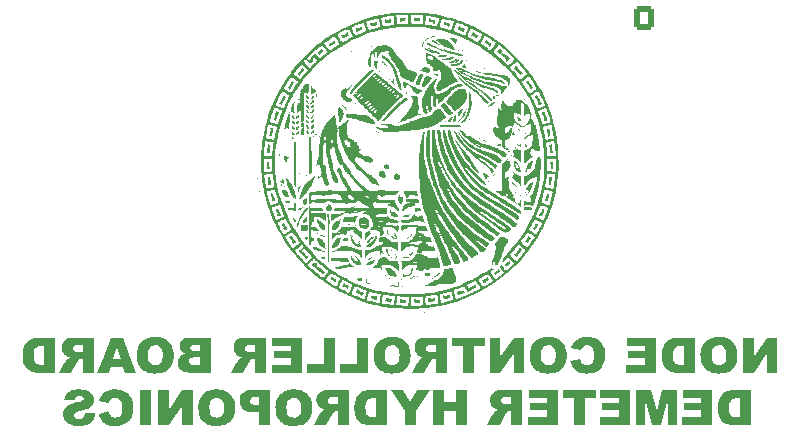
<source format=gbo>
%TF.GenerationSoftware,KiCad,Pcbnew,8.0.2*%
%TF.CreationDate,2024-12-26T16:34:37-05:00*%
%TF.ProjectId,Node Controller,4e6f6465-2043-46f6-9e74-726f6c6c6572,rev?*%
%TF.SameCoordinates,Original*%
%TF.FileFunction,Legend,Bot*%
%TF.FilePolarity,Positive*%
%FSLAX46Y46*%
G04 Gerber Fmt 4.6, Leading zero omitted, Abs format (unit mm)*
G04 Created by KiCad (PCBNEW 8.0.2) date 2024-12-26 16:34:37*
%MOMM*%
%LPD*%
G01*
G04 APERTURE LIST*
G04 Aperture macros list*
%AMRoundRect*
0 Rectangle with rounded corners*
0 $1 Rounding radius*
0 $2 $3 $4 $5 $6 $7 $8 $9 X,Y pos of 4 corners*
0 Add a 4 corners polygon primitive as box body*
4,1,4,$2,$3,$4,$5,$6,$7,$8,$9,$2,$3,0*
0 Add four circle primitives for the rounded corners*
1,1,$1+$1,$2,$3*
1,1,$1+$1,$4,$5*
1,1,$1+$1,$6,$7*
1,1,$1+$1,$8,$9*
0 Add four rect primitives between the rounded corners*
20,1,$1+$1,$2,$3,$4,$5,0*
20,1,$1+$1,$4,$5,$6,$7,0*
20,1,$1+$1,$6,$7,$8,$9,0*
20,1,$1+$1,$8,$9,$2,$3,0*%
G04 Aperture macros list end*
%ADD10C,0.600000*%
%ADD11C,0.000000*%
%ADD12C,1.200000*%
%ADD13RoundRect,0.250000X0.600000X0.725000X-0.600000X0.725000X-0.600000X-0.725000X0.600000X-0.725000X0*%
%ADD14O,1.700000X1.950000*%
%ADD15C,3.200000*%
%ADD16R,2.000000X2.000000*%
%ADD17C,2.000000*%
%ADD18R,1.700000X1.700000*%
%ADD19O,1.700000X1.700000*%
%ADD20RoundRect,0.250000X-0.600000X-0.725000X0.600000X-0.725000X0.600000X0.725000X-0.600000X0.725000X0*%
G04 APERTURE END LIST*
D10*
G36*
X177021179Y-82490000D02*
G01*
X175634124Y-82490000D01*
X175538666Y-82487114D01*
X175387847Y-82471968D01*
X175227871Y-82443838D01*
X175077983Y-82407934D01*
X175049979Y-82400048D01*
X174913393Y-82346625D01*
X174782533Y-82269875D01*
X174657396Y-82169797D01*
X174598352Y-82111622D01*
X174502622Y-81996450D01*
X174420454Y-81867830D01*
X174351849Y-81725764D01*
X174314248Y-81618697D01*
X174280212Y-81474576D01*
X174256766Y-81309768D01*
X174245096Y-81152040D01*
X174241635Y-80998164D01*
X175179099Y-80998164D01*
X175179374Y-81041189D01*
X175185968Y-81198176D01*
X175206576Y-81360407D01*
X175249441Y-81505212D01*
X175326614Y-81631082D01*
X175442881Y-81724298D01*
X175559454Y-81762251D01*
X175707950Y-81781654D01*
X175859071Y-81786580D01*
X176087683Y-81786580D01*
X176087683Y-80192163D01*
X175854675Y-80192163D01*
X175746376Y-80196349D01*
X175594083Y-80220460D01*
X175453626Y-80273204D01*
X175335903Y-80363621D01*
X175316915Y-80386107D01*
X175246629Y-80515628D01*
X175204978Y-80669684D01*
X175184612Y-80834537D01*
X175179099Y-80998164D01*
X174241635Y-80998164D01*
X174241207Y-80979113D01*
X174243808Y-80865142D01*
X174255372Y-80716788D01*
X174279438Y-80554815D01*
X174315212Y-80398060D01*
X174340557Y-80313857D01*
X174397358Y-80170676D01*
X174468533Y-80038276D01*
X174554082Y-79916657D01*
X174607748Y-79854429D01*
X174715167Y-79754229D01*
X174836497Y-79669214D01*
X174971737Y-79599385D01*
X175020513Y-79579612D01*
X175164060Y-79536393D01*
X175327206Y-79507004D01*
X175486038Y-79492633D01*
X175634124Y-79488743D01*
X177021179Y-79488743D01*
X177021179Y-82490000D01*
G37*
G36*
X173770795Y-79488743D02*
G01*
X171269260Y-79488743D01*
X171269260Y-80192163D01*
X172835101Y-80192163D01*
X172835101Y-80614214D01*
X171382100Y-80614214D01*
X171382100Y-81223845D01*
X172835101Y-81223845D01*
X172835101Y-81786580D01*
X171223830Y-81786580D01*
X171223830Y-82490000D01*
X173770795Y-82490000D01*
X173770795Y-79488743D01*
G37*
G36*
X170748290Y-79488743D02*
G01*
X169520237Y-79488743D01*
X169046161Y-81307376D01*
X168574284Y-79488743D01*
X167349895Y-79488743D01*
X167349895Y-82490000D01*
X168112665Y-82490000D01*
X168112665Y-80186301D01*
X168703977Y-82490000D01*
X169394207Y-82490000D01*
X169984054Y-80186301D01*
X169984054Y-82490000D01*
X170748290Y-82490000D01*
X170748290Y-79488743D01*
G37*
G36*
X166777634Y-79488743D02*
G01*
X164276098Y-79488743D01*
X164276098Y-80192163D01*
X165841939Y-80192163D01*
X165841939Y-80614214D01*
X164388939Y-80614214D01*
X164388939Y-81223845D01*
X165841939Y-81223845D01*
X165841939Y-81786580D01*
X164230669Y-81786580D01*
X164230669Y-82490000D01*
X166777634Y-82490000D01*
X166777634Y-79488743D01*
G37*
G36*
X163957362Y-79488743D02*
G01*
X161119504Y-79488743D01*
X161119504Y-80192163D01*
X162071318Y-80192163D01*
X162071318Y-82490000D01*
X163004814Y-82490000D01*
X163004814Y-80192163D01*
X163957362Y-80192163D01*
X163957362Y-79488743D01*
G37*
G36*
X160716503Y-79488743D02*
G01*
X158214968Y-79488743D01*
X158214968Y-80192163D01*
X159780809Y-80192163D01*
X159780809Y-80614214D01*
X158327808Y-80614214D01*
X158327808Y-81223845D01*
X159780809Y-81223845D01*
X159780809Y-81786580D01*
X158169539Y-81786580D01*
X158169539Y-82490000D01*
X160716503Y-82490000D01*
X160716503Y-79488743D01*
G37*
G36*
X157671283Y-82490000D02*
G01*
X156734124Y-82490000D01*
X156734124Y-81270739D01*
X156651325Y-81270739D01*
X156559414Y-81280528D01*
X156422714Y-81340348D01*
X156332734Y-81439937D01*
X156253454Y-81571891D01*
X155755198Y-82490000D01*
X154700069Y-82490000D01*
X155151430Y-81627578D01*
X155192763Y-81558576D01*
X155282588Y-81438534D01*
X155328430Y-81382297D01*
X155431332Y-81277334D01*
X155530251Y-81221463D01*
X155674598Y-81165226D01*
X155636360Y-81156215D01*
X155488668Y-81112103D01*
X155347068Y-81046524D01*
X155258317Y-80985845D01*
X155144080Y-80878855D01*
X155052512Y-80752700D01*
X154991188Y-80620135D01*
X154955319Y-80471292D01*
X154950216Y-80398792D01*
X155882693Y-80398792D01*
X155884754Y-80434839D01*
X155941311Y-80573182D01*
X155960470Y-80595371D01*
X156092986Y-80666971D01*
X156186637Y-80686806D01*
X156340648Y-80708004D01*
X156734124Y-80708004D01*
X156734124Y-80098374D01*
X156323796Y-80098374D01*
X156277284Y-80099056D01*
X156119959Y-80115440D01*
X155975750Y-80176043D01*
X155915499Y-80250274D01*
X155882693Y-80398792D01*
X154950216Y-80398792D01*
X154944800Y-80321856D01*
X154946037Y-80268904D01*
X154964584Y-80119245D01*
X155011296Y-79969136D01*
X155085484Y-79836057D01*
X155181612Y-79723414D01*
X155307353Y-79628103D01*
X155454047Y-79562749D01*
X155483422Y-79553787D01*
X155635373Y-79520615D01*
X155797593Y-79500957D01*
X155960497Y-79491345D01*
X156115701Y-79488743D01*
X157671283Y-79488743D01*
X157671283Y-82490000D01*
G37*
G36*
X153013328Y-79488743D02*
G01*
X152079832Y-79488743D01*
X152079832Y-80520425D01*
X151059874Y-80520425D01*
X151059874Y-79488743D01*
X150122714Y-79488743D01*
X150122714Y-82490000D01*
X151059874Y-82490000D01*
X151059874Y-81270739D01*
X152079832Y-81270739D01*
X152079832Y-82490000D01*
X153013328Y-82490000D01*
X153013328Y-79488743D01*
G37*
G36*
X149825959Y-79488743D02*
G01*
X148789881Y-79488743D01*
X148179518Y-80483056D01*
X147569888Y-79488743D01*
X146538939Y-79488743D01*
X147714235Y-81232637D01*
X147714235Y-82490000D01*
X148649197Y-82490000D01*
X148649197Y-81232637D01*
X149825959Y-79488743D01*
G37*
G36*
X146243649Y-82490000D02*
G01*
X144856594Y-82490000D01*
X144761136Y-82487114D01*
X144610318Y-82471968D01*
X144450342Y-82443838D01*
X144300453Y-82407934D01*
X144272449Y-82400048D01*
X144135864Y-82346625D01*
X144005003Y-82269875D01*
X143879867Y-82169797D01*
X143820823Y-82111622D01*
X143725092Y-81996450D01*
X143642924Y-81867830D01*
X143574319Y-81725764D01*
X143536718Y-81618697D01*
X143502683Y-81474576D01*
X143479236Y-81309768D01*
X143467567Y-81152040D01*
X143464106Y-80998164D01*
X144401569Y-80998164D01*
X144401844Y-81041189D01*
X144408439Y-81198176D01*
X144429047Y-81360407D01*
X144471911Y-81505212D01*
X144549084Y-81631082D01*
X144665352Y-81724298D01*
X144781924Y-81762251D01*
X144930421Y-81781654D01*
X145081542Y-81786580D01*
X145310153Y-81786580D01*
X145310153Y-80192163D01*
X145077145Y-80192163D01*
X144968846Y-80196349D01*
X144816553Y-80220460D01*
X144676097Y-80273204D01*
X144558373Y-80363621D01*
X144539385Y-80386107D01*
X144469099Y-80515628D01*
X144427448Y-80669684D01*
X144407082Y-80834537D01*
X144401569Y-80998164D01*
X143464106Y-80998164D01*
X143463677Y-80979113D01*
X143466279Y-80865142D01*
X143477842Y-80716788D01*
X143501908Y-80554815D01*
X143537683Y-80398060D01*
X143563027Y-80313857D01*
X143619828Y-80170676D01*
X143691003Y-80038276D01*
X143776552Y-79916657D01*
X143830219Y-79854429D01*
X143937638Y-79754229D01*
X144058967Y-79669214D01*
X144194207Y-79599385D01*
X144242984Y-79579612D01*
X144386530Y-79536393D01*
X144549677Y-79507004D01*
X144708508Y-79492633D01*
X144856594Y-79488743D01*
X146243649Y-79488743D01*
X146243649Y-82490000D01*
G37*
G36*
X142978611Y-82490000D02*
G01*
X142041451Y-82490000D01*
X142041451Y-81270739D01*
X141958653Y-81270739D01*
X141866741Y-81280528D01*
X141730041Y-81340348D01*
X141640062Y-81439937D01*
X141560781Y-81571891D01*
X141062525Y-82490000D01*
X140007396Y-82490000D01*
X140458757Y-81627578D01*
X140500091Y-81558576D01*
X140589916Y-81438534D01*
X140635757Y-81382297D01*
X140738659Y-81277334D01*
X140837578Y-81221463D01*
X140981925Y-81165226D01*
X140943687Y-81156215D01*
X140795995Y-81112103D01*
X140654396Y-81046524D01*
X140565644Y-80985845D01*
X140451407Y-80878855D01*
X140359839Y-80752700D01*
X140298515Y-80620135D01*
X140262646Y-80471292D01*
X140257543Y-80398792D01*
X141190020Y-80398792D01*
X141192081Y-80434839D01*
X141248639Y-80573182D01*
X141267798Y-80595371D01*
X141400313Y-80666971D01*
X141493964Y-80686806D01*
X141647976Y-80708004D01*
X142041451Y-80708004D01*
X142041451Y-80098374D01*
X141631123Y-80098374D01*
X141584611Y-80099056D01*
X141427286Y-80115440D01*
X141283077Y-80176043D01*
X141222826Y-80250274D01*
X141190020Y-80398792D01*
X140257543Y-80398792D01*
X140252128Y-80321856D01*
X140253364Y-80268904D01*
X140271911Y-80119245D01*
X140318623Y-79969136D01*
X140392812Y-79836057D01*
X140488939Y-79723414D01*
X140614680Y-79628103D01*
X140761374Y-79562749D01*
X140790749Y-79553787D01*
X140942701Y-79520615D01*
X141104920Y-79500957D01*
X141267824Y-79491345D01*
X141423028Y-79488743D01*
X142978611Y-79488743D01*
X142978611Y-82490000D01*
G37*
G36*
X138444323Y-79443446D02*
G01*
X138618140Y-79456223D01*
X138781859Y-79481777D01*
X138935480Y-79520108D01*
X139079004Y-79571215D01*
X139212429Y-79635100D01*
X139365010Y-79732924D01*
X139501814Y-79850711D01*
X139551679Y-79902995D01*
X139662268Y-80044801D01*
X139752750Y-80202455D01*
X139810659Y-80339991D01*
X139855699Y-80487670D01*
X139887870Y-80645493D01*
X139907173Y-80813459D01*
X139913607Y-80991570D01*
X139911778Y-81088399D01*
X139900601Y-81242941D01*
X139873776Y-81417105D01*
X139832320Y-81578955D01*
X139776232Y-81728491D01*
X139705512Y-81865715D01*
X139651508Y-81949979D01*
X139547468Y-82083335D01*
X139431297Y-82198740D01*
X139302995Y-82296193D01*
X139162560Y-82375694D01*
X139076087Y-82413475D01*
X138936030Y-82460702D01*
X138783557Y-82496594D01*
X138618667Y-82521152D01*
X138471774Y-82532959D01*
X138316259Y-82536894D01*
X138254077Y-82536164D01*
X138104308Y-82527953D01*
X137935305Y-82506057D01*
X137777998Y-82471024D01*
X137632385Y-82422853D01*
X137477285Y-82350048D01*
X137395505Y-82301013D01*
X137264348Y-82204016D01*
X137148407Y-82092783D01*
X137047683Y-81967316D01*
X136962177Y-81827613D01*
X136920274Y-81740590D01*
X136867895Y-81599022D01*
X136828087Y-81444213D01*
X136800850Y-81276163D01*
X136787756Y-81126007D01*
X136783391Y-80966657D01*
X136783528Y-80951270D01*
X137716887Y-80951270D01*
X137717531Y-81012269D01*
X137727191Y-81180980D01*
X137753112Y-81350721D01*
X137802056Y-81508990D01*
X137881751Y-81641500D01*
X137913861Y-81675808D01*
X138038196Y-81765796D01*
X138189149Y-81818289D01*
X138347766Y-81833475D01*
X138401508Y-81831749D01*
X138549828Y-81805860D01*
X138691923Y-81740659D01*
X138810118Y-81637103D01*
X138830703Y-81611570D01*
X138906901Y-81472227D01*
X138952055Y-81314794D01*
X138974135Y-81151118D01*
X138980111Y-80991570D01*
X138979444Y-80935879D01*
X138969441Y-80780864D01*
X138942598Y-80622869D01*
X138891914Y-80472442D01*
X138809385Y-80341639D01*
X138776264Y-80306546D01*
X138651815Y-80214497D01*
X138505756Y-80160801D01*
X138355826Y-80145268D01*
X138301672Y-80146968D01*
X138152116Y-80172471D01*
X138008647Y-80236699D01*
X137889078Y-80338709D01*
X137868227Y-80363770D01*
X137791044Y-80498366D01*
X137745305Y-80647980D01*
X137722941Y-80802033D01*
X137716887Y-80951270D01*
X136783528Y-80951270D01*
X136783789Y-80921817D01*
X136793355Y-80748738D01*
X136815675Y-80585712D01*
X136850748Y-80432737D01*
X136898576Y-80289815D01*
X136976296Y-80125298D01*
X137073944Y-79976488D01*
X137191521Y-79843384D01*
X137243888Y-79794761D01*
X137386627Y-79686926D01*
X137546253Y-79598698D01*
X137686112Y-79542233D01*
X137836780Y-79498315D01*
X137998255Y-79466945D01*
X138170538Y-79448123D01*
X138353628Y-79441849D01*
X138444323Y-79443446D01*
G37*
G36*
X136304186Y-82490000D02*
G01*
X135366294Y-82490000D01*
X135366294Y-81364528D01*
X134855582Y-81364528D01*
X134752207Y-81362294D01*
X134591250Y-81348637D01*
X134444461Y-81322566D01*
X134287016Y-81274893D01*
X134149973Y-81209342D01*
X134015875Y-81110272D01*
X133922246Y-81007970D01*
X133837496Y-80871037D01*
X133779112Y-80715171D01*
X133750055Y-80566501D01*
X133741897Y-80429567D01*
X134648953Y-80429567D01*
X134669850Y-80544771D01*
X134758129Y-80664040D01*
X134832292Y-80707961D01*
X134984439Y-80746025D01*
X135137683Y-80754898D01*
X135366294Y-80754898D01*
X135366294Y-80098374D01*
X135100313Y-80098374D01*
X135037528Y-80099885D01*
X134880495Y-80122554D01*
X134744207Y-80195094D01*
X134682534Y-80280097D01*
X134648953Y-80429567D01*
X133741897Y-80429567D01*
X133740369Y-80403921D01*
X133746541Y-80271665D01*
X133770240Y-80125898D01*
X133820354Y-79973678D01*
X133894661Y-79840672D01*
X133993161Y-79726880D01*
X134009163Y-79712229D01*
X134135127Y-79622695D01*
X134285493Y-79555952D01*
X134433802Y-79516883D01*
X134600040Y-79494557D01*
X134752267Y-79488743D01*
X136304186Y-79488743D01*
X136304186Y-82490000D01*
G37*
G36*
X131917177Y-79443446D02*
G01*
X132090994Y-79456223D01*
X132254713Y-79481777D01*
X132408335Y-79520108D01*
X132551858Y-79571215D01*
X132685283Y-79635100D01*
X132837864Y-79732924D01*
X132974668Y-79850711D01*
X133024533Y-79902995D01*
X133135123Y-80044801D01*
X133225604Y-80202455D01*
X133283513Y-80339991D01*
X133328553Y-80487670D01*
X133360724Y-80645493D01*
X133380027Y-80813459D01*
X133386461Y-80991570D01*
X133384632Y-81088399D01*
X133373455Y-81242941D01*
X133346631Y-81417105D01*
X133305174Y-81578955D01*
X133249086Y-81728491D01*
X133178366Y-81865715D01*
X133124362Y-81949979D01*
X133020322Y-82083335D01*
X132904151Y-82198740D01*
X132775849Y-82296193D01*
X132635415Y-82375694D01*
X132548941Y-82413475D01*
X132408884Y-82460702D01*
X132256411Y-82496594D01*
X132091521Y-82521152D01*
X131944628Y-82532959D01*
X131789113Y-82536894D01*
X131726931Y-82536164D01*
X131577162Y-82527953D01*
X131408159Y-82506057D01*
X131250852Y-82471024D01*
X131105239Y-82422853D01*
X130950139Y-82350048D01*
X130868360Y-82301013D01*
X130737202Y-82204016D01*
X130621261Y-82092783D01*
X130520537Y-81967316D01*
X130435031Y-81827613D01*
X130393128Y-81740590D01*
X130340749Y-81599022D01*
X130300941Y-81444213D01*
X130273705Y-81276163D01*
X130260610Y-81126007D01*
X130256245Y-80966657D01*
X130256382Y-80951270D01*
X131189741Y-80951270D01*
X131190385Y-81012269D01*
X131200045Y-81180980D01*
X131225966Y-81350721D01*
X131274910Y-81508990D01*
X131354605Y-81641500D01*
X131386715Y-81675808D01*
X131511050Y-81765796D01*
X131662003Y-81818289D01*
X131820620Y-81833475D01*
X131874362Y-81831749D01*
X132022682Y-81805860D01*
X132164777Y-81740659D01*
X132282972Y-81637103D01*
X132303557Y-81611570D01*
X132379755Y-81472227D01*
X132424910Y-81314794D01*
X132446989Y-81151118D01*
X132452965Y-80991570D01*
X132452298Y-80935879D01*
X132442295Y-80780864D01*
X132415452Y-80622869D01*
X132364768Y-80472442D01*
X132282239Y-80341639D01*
X132249118Y-80306546D01*
X132124669Y-80214497D01*
X131978610Y-80160801D01*
X131828680Y-80145268D01*
X131774526Y-80146968D01*
X131624970Y-80172471D01*
X131481502Y-80236699D01*
X131361932Y-80338709D01*
X131341081Y-80363770D01*
X131263898Y-80498366D01*
X131218159Y-80647980D01*
X131195795Y-80802033D01*
X131189741Y-80951270D01*
X130256382Y-80951270D01*
X130256644Y-80921817D01*
X130266209Y-80748738D01*
X130288529Y-80585712D01*
X130323602Y-80432737D01*
X130371430Y-80289815D01*
X130449150Y-80125298D01*
X130546798Y-79976488D01*
X130664375Y-79843384D01*
X130716742Y-79794761D01*
X130859481Y-79686926D01*
X131019107Y-79598698D01*
X131158967Y-79542233D01*
X131309634Y-79498315D01*
X131471109Y-79466945D01*
X131643392Y-79448123D01*
X131826482Y-79441849D01*
X131917177Y-79443446D01*
G37*
G36*
X129766782Y-79488743D02*
G01*
X128894835Y-79488743D01*
X127756908Y-81179881D01*
X127756908Y-79488743D01*
X126877634Y-79488743D01*
X126877634Y-82490000D01*
X127756908Y-82490000D01*
X128888974Y-80807655D01*
X128888974Y-82490000D01*
X129766782Y-82490000D01*
X129766782Y-79488743D01*
G37*
G36*
X126238694Y-79488743D02*
G01*
X125303733Y-79488743D01*
X125303733Y-82490000D01*
X126238694Y-82490000D01*
X126238694Y-79488743D01*
G37*
G36*
X122632204Y-81270739D02*
G01*
X121814479Y-81507411D01*
X121854941Y-81651110D01*
X121912346Y-81802201D01*
X121981657Y-81939279D01*
X122062876Y-82062343D01*
X122073865Y-82076741D01*
X122180389Y-82196112D01*
X122300476Y-82297864D01*
X122434125Y-82381996D01*
X122514235Y-82421123D01*
X122654370Y-82471773D01*
X122812456Y-82507951D01*
X122965507Y-82527736D01*
X123132303Y-82536442D01*
X123182484Y-82536894D01*
X123331956Y-82533442D01*
X123499705Y-82520184D01*
X123654780Y-82496983D01*
X123819683Y-82457347D01*
X123967335Y-82404178D01*
X123987020Y-82395478D01*
X124119515Y-82323014D01*
X124243875Y-82230004D01*
X124360101Y-82116447D01*
X124453250Y-82002760D01*
X124526308Y-81896489D01*
X124603253Y-81755393D01*
X124664278Y-81600284D01*
X124709384Y-81431161D01*
X124734811Y-81279521D01*
X124749183Y-81118148D01*
X124752721Y-80982044D01*
X124746493Y-80801850D01*
X124727808Y-80632395D01*
X124696667Y-80473679D01*
X124653070Y-80325703D01*
X124597016Y-80188465D01*
X124509432Y-80032019D01*
X124402385Y-79892354D01*
X124354117Y-79841186D01*
X124221467Y-79726142D01*
X124072646Y-79630598D01*
X123907653Y-79554552D01*
X123764015Y-79507755D01*
X123610028Y-79473437D01*
X123445691Y-79451598D01*
X123271004Y-79442239D01*
X123225715Y-79441849D01*
X123053316Y-79447502D01*
X122892867Y-79464460D01*
X122744368Y-79492725D01*
X122581942Y-79541566D01*
X122436725Y-79606687D01*
X122328855Y-79673391D01*
X122212205Y-79768952D01*
X122107353Y-79881978D01*
X122014300Y-80012470D01*
X121933044Y-80160426D01*
X121874344Y-80297065D01*
X121843056Y-80384870D01*
X122667375Y-80567320D01*
X122720262Y-80430440D01*
X122758234Y-80366552D01*
X122863735Y-80257693D01*
X122950209Y-80203154D01*
X123093764Y-80154822D01*
X123203000Y-80145268D01*
X123352385Y-80160884D01*
X123498328Y-80215785D01*
X123620856Y-80310215D01*
X123689532Y-80395129D01*
X123756765Y-80531671D01*
X123795985Y-80689921D01*
X123812544Y-80836165D01*
X123817027Y-80977648D01*
X123811668Y-81150901D01*
X123795594Y-81302464D01*
X123763297Y-81451874D01*
X123700340Y-81600593D01*
X123664619Y-81651025D01*
X123545206Y-81754900D01*
X123396529Y-81815657D01*
X123235973Y-81833475D01*
X123081170Y-81819450D01*
X122940474Y-81771625D01*
X122830774Y-81689860D01*
X122738622Y-81563258D01*
X122678043Y-81429736D01*
X122636125Y-81287785D01*
X122632204Y-81270739D01*
G37*
G36*
X121541172Y-81469309D02*
G01*
X120653105Y-81411423D01*
X120623223Y-81564643D01*
X120567003Y-81705634D01*
X120535868Y-81753607D01*
X120421997Y-81861654D01*
X120278861Y-81924851D01*
X120123342Y-81943384D01*
X119976051Y-81928147D01*
X119836603Y-81867559D01*
X119815596Y-81851060D01*
X119725050Y-81730835D01*
X119707152Y-81636371D01*
X119751646Y-81495150D01*
X119810467Y-81429741D01*
X119938800Y-81357017D01*
X120080351Y-81308652D01*
X120242376Y-81267024D01*
X120288206Y-81256817D01*
X120436217Y-81221509D01*
X120605775Y-81173381D01*
X120758160Y-81120816D01*
X120893371Y-81063815D01*
X121032956Y-80989557D01*
X121164549Y-80894849D01*
X121267332Y-80789833D01*
X121353885Y-80655217D01*
X121407466Y-80505031D01*
X121428074Y-80339274D01*
X121428331Y-80317459D01*
X121412400Y-80161808D01*
X121364607Y-80012218D01*
X121293509Y-79881486D01*
X121195936Y-79761845D01*
X121071745Y-79659378D01*
X120937213Y-79581840D01*
X120887578Y-79559085D01*
X120739475Y-79507794D01*
X120589299Y-79474936D01*
X120419908Y-79453298D01*
X120259423Y-79443681D01*
X120144591Y-79441849D01*
X119970214Y-79447037D01*
X119809325Y-79462600D01*
X119661924Y-79488539D01*
X119502848Y-79533361D01*
X119363194Y-79593124D01*
X119261653Y-79654340D01*
X119140398Y-79759296D01*
X119042705Y-79888235D01*
X118968573Y-80041156D01*
X118923785Y-80191320D01*
X118899685Y-80329916D01*
X119779692Y-80379741D01*
X119820966Y-80237845D01*
X119906627Y-80111679D01*
X119926971Y-80093977D01*
X120060510Y-80026933D01*
X120212520Y-80004933D01*
X120236915Y-80004584D01*
X120387207Y-80023816D01*
X120482379Y-80072728D01*
X120560518Y-80197092D01*
X120564445Y-80238325D01*
X120496301Y-80366552D01*
X120354187Y-80433320D01*
X120198682Y-80472561D01*
X120183426Y-80475729D01*
X120035895Y-80508221D01*
X119866745Y-80549029D01*
X119714554Y-80590052D01*
X119554310Y-80639562D01*
X119398223Y-80697715D01*
X119307082Y-80739511D01*
X119169357Y-80819625D01*
X119043247Y-80920604D01*
X118945474Y-81034177D01*
X118921667Y-81070704D01*
X118852834Y-81212258D01*
X118812574Y-81364895D01*
X118800767Y-81513272D01*
X118813518Y-81671361D01*
X118851772Y-81822495D01*
X118915528Y-81966674D01*
X118961967Y-82043768D01*
X119062373Y-82170919D01*
X119183065Y-82279523D01*
X119307377Y-82360490D01*
X119411130Y-82411598D01*
X119564545Y-82466415D01*
X119714260Y-82501532D01*
X119878422Y-82524658D01*
X120030629Y-82534936D01*
X120137997Y-82536894D01*
X120323297Y-82532189D01*
X120493782Y-82518072D01*
X120649453Y-82494545D01*
X120823207Y-82451901D01*
X120973814Y-82394553D01*
X121123986Y-82306325D01*
X121205582Y-82235743D01*
X121307798Y-82116817D01*
X121391878Y-81986455D01*
X121457824Y-81844655D01*
X121505634Y-81691417D01*
X121535310Y-81526742D01*
X121541172Y-81469309D01*
G37*
G36*
X179273690Y-75048743D02*
G01*
X178401743Y-75048743D01*
X177263816Y-76739881D01*
X177263816Y-75048743D01*
X176384542Y-75048743D01*
X176384542Y-78050000D01*
X177263816Y-78050000D01*
X178395881Y-76367655D01*
X178395881Y-78050000D01*
X179273690Y-78050000D01*
X179273690Y-75048743D01*
G37*
G36*
X174430924Y-75003446D02*
G01*
X174604741Y-75016223D01*
X174768460Y-75041777D01*
X174922081Y-75080108D01*
X175065604Y-75131215D01*
X175199030Y-75195100D01*
X175351611Y-75292924D01*
X175488415Y-75410711D01*
X175538280Y-75462995D01*
X175648869Y-75604801D01*
X175739351Y-75762455D01*
X175797260Y-75899991D01*
X175842300Y-76047670D01*
X175874471Y-76205493D01*
X175893774Y-76373459D01*
X175900208Y-76551570D01*
X175898379Y-76648399D01*
X175887202Y-76802941D01*
X175860377Y-76977105D01*
X175818921Y-77138955D01*
X175762833Y-77288491D01*
X175692113Y-77425715D01*
X175638109Y-77509979D01*
X175534069Y-77643335D01*
X175417898Y-77758740D01*
X175289595Y-77856193D01*
X175149161Y-77935694D01*
X175062688Y-77973475D01*
X174922631Y-78020702D01*
X174770157Y-78056594D01*
X174605268Y-78081152D01*
X174458375Y-78092959D01*
X174302860Y-78096894D01*
X174240678Y-78096164D01*
X174090909Y-78087953D01*
X173921906Y-78066057D01*
X173764598Y-78031024D01*
X173618986Y-77982853D01*
X173463886Y-77910048D01*
X173382106Y-77861013D01*
X173250949Y-77764016D01*
X173135008Y-77652783D01*
X173034284Y-77527316D01*
X172948777Y-77387613D01*
X172906875Y-77300590D01*
X172854496Y-77159022D01*
X172814688Y-77004213D01*
X172787451Y-76836163D01*
X172774357Y-76686007D01*
X172769992Y-76526657D01*
X172770129Y-76511270D01*
X173703488Y-76511270D01*
X173704132Y-76572269D01*
X173713792Y-76740980D01*
X173739713Y-76910721D01*
X173788657Y-77068990D01*
X173868352Y-77201500D01*
X173900462Y-77235808D01*
X174024796Y-77325796D01*
X174175750Y-77378289D01*
X174334367Y-77393475D01*
X174388109Y-77391749D01*
X174536428Y-77365860D01*
X174678523Y-77300659D01*
X174796719Y-77197103D01*
X174817304Y-77171570D01*
X174893502Y-77032227D01*
X174938656Y-76874794D01*
X174960736Y-76711118D01*
X174966712Y-76551570D01*
X174966045Y-76495879D01*
X174956042Y-76340864D01*
X174929199Y-76182869D01*
X174878515Y-76032442D01*
X174795986Y-75901639D01*
X174762865Y-75866546D01*
X174638416Y-75774497D01*
X174492357Y-75720801D01*
X174342427Y-75705268D01*
X174288273Y-75706968D01*
X174138717Y-75732471D01*
X173995248Y-75796699D01*
X173875679Y-75898709D01*
X173854828Y-75923770D01*
X173777644Y-76058366D01*
X173731906Y-76207980D01*
X173709541Y-76362033D01*
X173703488Y-76511270D01*
X172770129Y-76511270D01*
X172770390Y-76481817D01*
X172779956Y-76308738D01*
X172802275Y-76145712D01*
X172837349Y-75992737D01*
X172885177Y-75849815D01*
X172962897Y-75685298D01*
X173060545Y-75536488D01*
X173178121Y-75403384D01*
X173230489Y-75354761D01*
X173373228Y-75246926D01*
X173532854Y-75158698D01*
X173672713Y-75102233D01*
X173823381Y-75058315D01*
X173984856Y-75026945D01*
X174157138Y-75008123D01*
X174340229Y-75001849D01*
X174430924Y-75003446D01*
G37*
G36*
X172273934Y-78050000D02*
G01*
X170886879Y-78050000D01*
X170791421Y-78047114D01*
X170640603Y-78031968D01*
X170480627Y-78003838D01*
X170330738Y-77967934D01*
X170302734Y-77960048D01*
X170166149Y-77906625D01*
X170035288Y-77829875D01*
X169910152Y-77729797D01*
X169851108Y-77671622D01*
X169755378Y-77556450D01*
X169673210Y-77427830D01*
X169604604Y-77285764D01*
X169567003Y-77178697D01*
X169532968Y-77034576D01*
X169509521Y-76869768D01*
X169497852Y-76712040D01*
X169494391Y-76558164D01*
X170431855Y-76558164D01*
X170432130Y-76601189D01*
X170438724Y-76758176D01*
X170459332Y-76920407D01*
X170502197Y-77065212D01*
X170579369Y-77191082D01*
X170695637Y-77284298D01*
X170812210Y-77322251D01*
X170960706Y-77341654D01*
X171111827Y-77346580D01*
X171340438Y-77346580D01*
X171340438Y-75752163D01*
X171107431Y-75752163D01*
X170999131Y-75756349D01*
X170846838Y-75780460D01*
X170706382Y-75833204D01*
X170588659Y-75923621D01*
X170569671Y-75946107D01*
X170499385Y-76075628D01*
X170457734Y-76229684D01*
X170437368Y-76394537D01*
X170431855Y-76558164D01*
X169494391Y-76558164D01*
X169493962Y-76539113D01*
X169496564Y-76425142D01*
X169508128Y-76276788D01*
X169532194Y-76114815D01*
X169567968Y-75958060D01*
X169593313Y-75873857D01*
X169650114Y-75730676D01*
X169721289Y-75598276D01*
X169806837Y-75476657D01*
X169860504Y-75414429D01*
X169967923Y-75314229D01*
X170089253Y-75229214D01*
X170224493Y-75159385D01*
X170273269Y-75139612D01*
X170416815Y-75096393D01*
X170579962Y-75067004D01*
X170738794Y-75052633D01*
X170886879Y-75048743D01*
X172273934Y-75048743D01*
X172273934Y-78050000D01*
G37*
G36*
X169023551Y-75048743D02*
G01*
X166522015Y-75048743D01*
X166522015Y-75752163D01*
X168087856Y-75752163D01*
X168087856Y-76174214D01*
X166634856Y-76174214D01*
X166634856Y-76783845D01*
X168087856Y-76783845D01*
X168087856Y-77346580D01*
X166476586Y-77346580D01*
X166476586Y-78050000D01*
X169023551Y-78050000D01*
X169023551Y-75048743D01*
G37*
G36*
X162578470Y-76830739D02*
G01*
X161760745Y-77067411D01*
X161801207Y-77211110D01*
X161858612Y-77362201D01*
X161927923Y-77499279D01*
X162009142Y-77622343D01*
X162020131Y-77636741D01*
X162126655Y-77756112D01*
X162246742Y-77857864D01*
X162380391Y-77941996D01*
X162460501Y-77981123D01*
X162600635Y-78031773D01*
X162758722Y-78067951D01*
X162911773Y-78087736D01*
X163078569Y-78096442D01*
X163128750Y-78096894D01*
X163278222Y-78093442D01*
X163445971Y-78080184D01*
X163601046Y-78056983D01*
X163765949Y-78017347D01*
X163913601Y-77964178D01*
X163933285Y-77955478D01*
X164065781Y-77883014D01*
X164190141Y-77790004D01*
X164306367Y-77676447D01*
X164399516Y-77562760D01*
X164472574Y-77456489D01*
X164549519Y-77315393D01*
X164610544Y-77160284D01*
X164655650Y-76991161D01*
X164681077Y-76839521D01*
X164695449Y-76678148D01*
X164698987Y-76542044D01*
X164692759Y-76361850D01*
X164674074Y-76192395D01*
X164642933Y-76033679D01*
X164599336Y-75885703D01*
X164543282Y-75748465D01*
X164455698Y-75592019D01*
X164348651Y-75452354D01*
X164300382Y-75401186D01*
X164167733Y-75286142D01*
X164018912Y-75190598D01*
X163853919Y-75114552D01*
X163710281Y-75067755D01*
X163556294Y-75033437D01*
X163391957Y-75011598D01*
X163217269Y-75002239D01*
X163171981Y-75001849D01*
X162999582Y-75007502D01*
X162839133Y-75024460D01*
X162690634Y-75052725D01*
X162528208Y-75101566D01*
X162382991Y-75166687D01*
X162275121Y-75233391D01*
X162158471Y-75328952D01*
X162053619Y-75441978D01*
X161960566Y-75572470D01*
X161879310Y-75720426D01*
X161820609Y-75857065D01*
X161789322Y-75944870D01*
X162613641Y-76127320D01*
X162666528Y-75990440D01*
X162704500Y-75926552D01*
X162810001Y-75817693D01*
X162896475Y-75763154D01*
X163040030Y-75714822D01*
X163149266Y-75705268D01*
X163298651Y-75720884D01*
X163444594Y-75775785D01*
X163567122Y-75870215D01*
X163635798Y-75955129D01*
X163703031Y-76091671D01*
X163742251Y-76249921D01*
X163758810Y-76396165D01*
X163763292Y-76537648D01*
X163757934Y-76710901D01*
X163741860Y-76862464D01*
X163709563Y-77011874D01*
X163646605Y-77160593D01*
X163610885Y-77211025D01*
X163491472Y-77314900D01*
X163342795Y-77375657D01*
X163182239Y-77393475D01*
X163027436Y-77379450D01*
X162886739Y-77331625D01*
X162777040Y-77249860D01*
X162684888Y-77123258D01*
X162624309Y-76989736D01*
X162582391Y-76847785D01*
X162578470Y-76830739D01*
G37*
G36*
X159972725Y-75003446D02*
G01*
X160146542Y-75016223D01*
X160310261Y-75041777D01*
X160463882Y-75080108D01*
X160607405Y-75131215D01*
X160740830Y-75195100D01*
X160893412Y-75292924D01*
X161030215Y-75410711D01*
X161080081Y-75462995D01*
X161190670Y-75604801D01*
X161281152Y-75762455D01*
X161339060Y-75899991D01*
X161384100Y-76047670D01*
X161416271Y-76205493D01*
X161435574Y-76373459D01*
X161442008Y-76551570D01*
X161440179Y-76648399D01*
X161429003Y-76802941D01*
X161402178Y-76977105D01*
X161360721Y-77138955D01*
X161304633Y-77288491D01*
X161233914Y-77425715D01*
X161179909Y-77509979D01*
X161075870Y-77643335D01*
X160959698Y-77758740D01*
X160831396Y-77856193D01*
X160690962Y-77935694D01*
X160604488Y-77973475D01*
X160464431Y-78020702D01*
X160311958Y-78056594D01*
X160147068Y-78081152D01*
X160000175Y-78092959D01*
X159844660Y-78096894D01*
X159782478Y-78096164D01*
X159632709Y-78087953D01*
X159463706Y-78066057D01*
X159306399Y-78031024D01*
X159160786Y-77982853D01*
X159005686Y-77910048D01*
X158923907Y-77861013D01*
X158792749Y-77764016D01*
X158676808Y-77652783D01*
X158576085Y-77527316D01*
X158490578Y-77387613D01*
X158448675Y-77300590D01*
X158396296Y-77159022D01*
X158356489Y-77004213D01*
X158329252Y-76836163D01*
X158316157Y-76686007D01*
X158311792Y-76526657D01*
X158311929Y-76511270D01*
X159245288Y-76511270D01*
X159245932Y-76572269D01*
X159255592Y-76740980D01*
X159281513Y-76910721D01*
X159330457Y-77068990D01*
X159410152Y-77201500D01*
X159442262Y-77235808D01*
X159566597Y-77325796D01*
X159717550Y-77378289D01*
X159876168Y-77393475D01*
X159929909Y-77391749D01*
X160078229Y-77365860D01*
X160220324Y-77300659D01*
X160338519Y-77197103D01*
X160359104Y-77171570D01*
X160435302Y-77032227D01*
X160480457Y-76874794D01*
X160502536Y-76711118D01*
X160508512Y-76551570D01*
X160507845Y-76495879D01*
X160497842Y-76340864D01*
X160470999Y-76182869D01*
X160420315Y-76032442D01*
X160337787Y-75901639D01*
X160304666Y-75866546D01*
X160180216Y-75774497D01*
X160034157Y-75720801D01*
X159884228Y-75705268D01*
X159830074Y-75706968D01*
X159680518Y-75732471D01*
X159537049Y-75796699D01*
X159417479Y-75898709D01*
X159396628Y-75923770D01*
X159319445Y-76058366D01*
X159273707Y-76207980D01*
X159251342Y-76362033D01*
X159245288Y-76511270D01*
X158311929Y-76511270D01*
X158312191Y-76481817D01*
X158321756Y-76308738D01*
X158344076Y-76145712D01*
X158379149Y-75992737D01*
X158426977Y-75849815D01*
X158504697Y-75685298D01*
X158602345Y-75536488D01*
X158719922Y-75403384D01*
X158772289Y-75354761D01*
X158915028Y-75246926D01*
X159074654Y-75158698D01*
X159214514Y-75102233D01*
X159365181Y-75058315D01*
X159526656Y-75026945D01*
X159698939Y-75008123D01*
X159882029Y-75001849D01*
X159972725Y-75003446D01*
G37*
G36*
X157822329Y-75048743D02*
G01*
X156950382Y-75048743D01*
X155812455Y-76739881D01*
X155812455Y-75048743D01*
X154933181Y-75048743D01*
X154933181Y-78050000D01*
X155812455Y-78050000D01*
X156944521Y-76367655D01*
X156944521Y-78050000D01*
X157822329Y-78050000D01*
X157822329Y-75048743D01*
G37*
G36*
X154544102Y-75048743D02*
G01*
X151706244Y-75048743D01*
X151706244Y-75752163D01*
X152658059Y-75752163D01*
X152658059Y-78050000D01*
X153591555Y-78050000D01*
X153591555Y-75752163D01*
X154544102Y-75752163D01*
X154544102Y-75048743D01*
G37*
G36*
X151288589Y-78050000D02*
G01*
X150351429Y-78050000D01*
X150351429Y-76830739D01*
X150268631Y-76830739D01*
X150176719Y-76840528D01*
X150040020Y-76900348D01*
X149950040Y-76999937D01*
X149870759Y-77131891D01*
X149372504Y-78050000D01*
X148317375Y-78050000D01*
X148768736Y-77187578D01*
X148810069Y-77118576D01*
X148899894Y-76998534D01*
X148945735Y-76942297D01*
X149048638Y-76837334D01*
X149147556Y-76781463D01*
X149291904Y-76725226D01*
X149253665Y-76716215D01*
X149105974Y-76672103D01*
X148964374Y-76606524D01*
X148875622Y-76545845D01*
X148761385Y-76438855D01*
X148669817Y-76312700D01*
X148608493Y-76180135D01*
X148572625Y-76031292D01*
X148567522Y-75958792D01*
X149499999Y-75958792D01*
X149502059Y-75994839D01*
X149558617Y-76133182D01*
X149577776Y-76155371D01*
X149710292Y-76226971D01*
X149803942Y-76246806D01*
X149957954Y-76268004D01*
X150351429Y-76268004D01*
X150351429Y-75658374D01*
X149941101Y-75658374D01*
X149894589Y-75659056D01*
X149737265Y-75675440D01*
X149593055Y-75736043D01*
X149532805Y-75810274D01*
X149499999Y-75958792D01*
X148567522Y-75958792D01*
X148562106Y-75881856D01*
X148563343Y-75828904D01*
X148581890Y-75679245D01*
X148628601Y-75529136D01*
X148702790Y-75396057D01*
X148798918Y-75283414D01*
X148924659Y-75188103D01*
X149071352Y-75122749D01*
X149100727Y-75113787D01*
X149252679Y-75080615D01*
X149414898Y-75060957D01*
X149577802Y-75051345D01*
X149733006Y-75048743D01*
X151288589Y-75048743D01*
X151288589Y-78050000D01*
G37*
G36*
X146754302Y-75003446D02*
G01*
X146928119Y-75016223D01*
X147091838Y-75041777D01*
X147245459Y-75080108D01*
X147388982Y-75131215D01*
X147522407Y-75195100D01*
X147674989Y-75292924D01*
X147811792Y-75410711D01*
X147861658Y-75462995D01*
X147972247Y-75604801D01*
X148062729Y-75762455D01*
X148120637Y-75899991D01*
X148165677Y-76047670D01*
X148197848Y-76205493D01*
X148217151Y-76373459D01*
X148223586Y-76551570D01*
X148221757Y-76648399D01*
X148210580Y-76802941D01*
X148183755Y-76977105D01*
X148142298Y-77138955D01*
X148086210Y-77288491D01*
X148015491Y-77425715D01*
X147961486Y-77509979D01*
X147857447Y-77643335D01*
X147741276Y-77758740D01*
X147612973Y-77856193D01*
X147472539Y-77935694D01*
X147386065Y-77973475D01*
X147246008Y-78020702D01*
X147093535Y-78056594D01*
X146928645Y-78081152D01*
X146781753Y-78092959D01*
X146626237Y-78096894D01*
X146564056Y-78096164D01*
X146414286Y-78087953D01*
X146245284Y-78066057D01*
X146087976Y-78031024D01*
X145942363Y-77982853D01*
X145787263Y-77910048D01*
X145705484Y-77861013D01*
X145574326Y-77764016D01*
X145458385Y-77652783D01*
X145357662Y-77527316D01*
X145272155Y-77387613D01*
X145230252Y-77300590D01*
X145177873Y-77159022D01*
X145138066Y-77004213D01*
X145110829Y-76836163D01*
X145097734Y-76686007D01*
X145093369Y-76526657D01*
X145093506Y-76511270D01*
X146026865Y-76511270D01*
X146027509Y-76572269D01*
X146037169Y-76740980D01*
X146063090Y-76910721D01*
X146112034Y-77068990D01*
X146191729Y-77201500D01*
X146223839Y-77235808D01*
X146348174Y-77325796D01*
X146499128Y-77378289D01*
X146657745Y-77393475D01*
X146711486Y-77391749D01*
X146859806Y-77365860D01*
X147001901Y-77300659D01*
X147120096Y-77197103D01*
X147140681Y-77171570D01*
X147216880Y-77032227D01*
X147262034Y-76874794D01*
X147284113Y-76711118D01*
X147290089Y-76551570D01*
X147289422Y-76495879D01*
X147279419Y-76340864D01*
X147252576Y-76182869D01*
X147201892Y-76032442D01*
X147119364Y-75901639D01*
X147086243Y-75866546D01*
X146961793Y-75774497D01*
X146815734Y-75720801D01*
X146665805Y-75705268D01*
X146611651Y-75706968D01*
X146462095Y-75732471D01*
X146318626Y-75796699D01*
X146199057Y-75898709D01*
X146178205Y-75923770D01*
X146101022Y-76058366D01*
X146055284Y-76207980D01*
X146032919Y-76362033D01*
X146026865Y-76511270D01*
X145093506Y-76511270D01*
X145093768Y-76481817D01*
X145103333Y-76308738D01*
X145125653Y-76145712D01*
X145160727Y-75992737D01*
X145208554Y-75849815D01*
X145286274Y-75685298D01*
X145383923Y-75536488D01*
X145501499Y-75403384D01*
X145553866Y-75354761D01*
X145696605Y-75246926D01*
X145856231Y-75158698D01*
X145996091Y-75102233D01*
X146146758Y-75058315D01*
X146308233Y-75026945D01*
X146480516Y-75008123D01*
X146663606Y-75001849D01*
X146754302Y-75003446D01*
G37*
G36*
X144609768Y-75048743D02*
G01*
X143676272Y-75048743D01*
X143676272Y-77299685D01*
X142219608Y-77299685D01*
X142219608Y-78050000D01*
X144609768Y-78050000D01*
X144609768Y-75048743D01*
G37*
G36*
X141810745Y-75048743D02*
G01*
X140877249Y-75048743D01*
X140877249Y-77299685D01*
X139420585Y-77299685D01*
X139420585Y-78050000D01*
X141810745Y-78050000D01*
X141810745Y-75048743D01*
G37*
G36*
X139013921Y-75048743D02*
G01*
X136512385Y-75048743D01*
X136512385Y-75752163D01*
X138078226Y-75752163D01*
X138078226Y-76174214D01*
X136625225Y-76174214D01*
X136625225Y-76783845D01*
X138078226Y-76783845D01*
X138078226Y-77346580D01*
X136466956Y-77346580D01*
X136466956Y-78050000D01*
X139013921Y-78050000D01*
X139013921Y-75048743D01*
G37*
G36*
X135968701Y-78050000D02*
G01*
X135031541Y-78050000D01*
X135031541Y-76830739D01*
X134948743Y-76830739D01*
X134856831Y-76840528D01*
X134720131Y-76900348D01*
X134630152Y-76999937D01*
X134550871Y-77131891D01*
X134052616Y-78050000D01*
X132997486Y-78050000D01*
X133448847Y-77187578D01*
X133490181Y-77118576D01*
X133580006Y-76998534D01*
X133625847Y-76942297D01*
X133728750Y-76837334D01*
X133827668Y-76781463D01*
X133972015Y-76725226D01*
X133933777Y-76716215D01*
X133786086Y-76672103D01*
X133644486Y-76606524D01*
X133555734Y-76545845D01*
X133441497Y-76438855D01*
X133349929Y-76312700D01*
X133288605Y-76180135D01*
X133252736Y-76031292D01*
X133247633Y-75958792D01*
X134180110Y-75958792D01*
X134182171Y-75994839D01*
X134238729Y-76133182D01*
X134257888Y-76155371D01*
X134390403Y-76226971D01*
X134484054Y-76246806D01*
X134638066Y-76268004D01*
X135031541Y-76268004D01*
X135031541Y-75658374D01*
X134621213Y-75658374D01*
X134574701Y-75659056D01*
X134417376Y-75675440D01*
X134273167Y-75736043D01*
X134212916Y-75810274D01*
X134180110Y-75958792D01*
X133247633Y-75958792D01*
X133242218Y-75881856D01*
X133243454Y-75828904D01*
X133262001Y-75679245D01*
X133308713Y-75529136D01*
X133382902Y-75396057D01*
X133479029Y-75283414D01*
X133604770Y-75188103D01*
X133751464Y-75122749D01*
X133780839Y-75113787D01*
X133932791Y-75080615D01*
X134095010Y-75060957D01*
X134257914Y-75051345D01*
X134413118Y-75048743D01*
X135968701Y-75048743D01*
X135968701Y-78050000D01*
G37*
G36*
X131312944Y-78050000D02*
G01*
X129701673Y-78050000D01*
X129594409Y-78044023D01*
X129443764Y-78028045D01*
X129283285Y-78007501D01*
X129212030Y-77996707D01*
X129064958Y-77963065D01*
X128928645Y-77905652D01*
X128817906Y-77827714D01*
X128714275Y-77723799D01*
X128629692Y-77600837D01*
X128572118Y-77475672D01*
X128533416Y-77327081D01*
X128520515Y-77167062D01*
X128521867Y-77112309D01*
X128532442Y-77032240D01*
X129456209Y-77032240D01*
X129472535Y-77139373D01*
X129555128Y-77261584D01*
X129605207Y-77294702D01*
X129746177Y-77336537D01*
X129895114Y-77346580D01*
X130371387Y-77346580D01*
X130371387Y-76736950D01*
X129897312Y-76736950D01*
X129838259Y-76738221D01*
X129688851Y-76757283D01*
X129554395Y-76818283D01*
X129494563Y-76886152D01*
X129456209Y-77032240D01*
X128532442Y-77032240D01*
X128542153Y-76958715D01*
X128593244Y-76806817D01*
X128674388Y-76674668D01*
X128737895Y-76605348D01*
X128855953Y-76516534D01*
X129001368Y-76445919D01*
X129153593Y-76398429D01*
X129076965Y-76369999D01*
X128945349Y-76302473D01*
X128828261Y-76205722D01*
X128808031Y-76182541D01*
X128726458Y-76058134D01*
X128677514Y-75919560D01*
X128676539Y-75910432D01*
X129575644Y-75910432D01*
X129582425Y-75977807D01*
X129661373Y-76106803D01*
X129666861Y-76110951D01*
X129809932Y-76163089D01*
X129965456Y-76174214D01*
X130371387Y-76174214D01*
X130371387Y-75658374D01*
X129958861Y-75658374D01*
X129945749Y-75658439D01*
X129797695Y-75671136D01*
X129661373Y-75725052D01*
X129619932Y-75766674D01*
X129575644Y-75910432D01*
X128676539Y-75910432D01*
X128661199Y-75766817D01*
X128669416Y-75655964D01*
X128712558Y-75502627D01*
X128792678Y-75364824D01*
X128894939Y-75255373D01*
X128956546Y-75206944D01*
X129098787Y-75129458D01*
X129244059Y-75082845D01*
X129408757Y-75056008D01*
X129565386Y-75048743D01*
X131312944Y-75048743D01*
X131312944Y-78050000D01*
G37*
G36*
X126698056Y-75003446D02*
G01*
X126871873Y-75016223D01*
X127035592Y-75041777D01*
X127189213Y-75080108D01*
X127332736Y-75131215D01*
X127466162Y-75195100D01*
X127618743Y-75292924D01*
X127755546Y-75410711D01*
X127805412Y-75462995D01*
X127916001Y-75604801D01*
X128006483Y-75762455D01*
X128064392Y-75899991D01*
X128109431Y-76047670D01*
X128141603Y-76205493D01*
X128160906Y-76373459D01*
X128167340Y-76551570D01*
X128165511Y-76648399D01*
X128154334Y-76802941D01*
X128127509Y-76977105D01*
X128086053Y-77138955D01*
X128029965Y-77288491D01*
X127959245Y-77425715D01*
X127905241Y-77509979D01*
X127801201Y-77643335D01*
X127685030Y-77758740D01*
X127556727Y-77856193D01*
X127416293Y-77935694D01*
X127329820Y-77973475D01*
X127189763Y-78020702D01*
X127037289Y-78056594D01*
X126872400Y-78081152D01*
X126725507Y-78092959D01*
X126569992Y-78096894D01*
X126507810Y-78096164D01*
X126358041Y-78087953D01*
X126189038Y-78066057D01*
X126031730Y-78031024D01*
X125886118Y-77982853D01*
X125731018Y-77910048D01*
X125649238Y-77861013D01*
X125518080Y-77764016D01*
X125402140Y-77652783D01*
X125301416Y-77527316D01*
X125215909Y-77387613D01*
X125174006Y-77300590D01*
X125121628Y-77159022D01*
X125081820Y-77004213D01*
X125054583Y-76836163D01*
X125041488Y-76686007D01*
X125037124Y-76526657D01*
X125037261Y-76511270D01*
X125970620Y-76511270D01*
X125971264Y-76572269D01*
X125980924Y-76740980D01*
X126006845Y-76910721D01*
X126055789Y-77068990D01*
X126135484Y-77201500D01*
X126167593Y-77235808D01*
X126291928Y-77325796D01*
X126442882Y-77378289D01*
X126601499Y-77393475D01*
X126655241Y-77391749D01*
X126803560Y-77365860D01*
X126945655Y-77300659D01*
X127063851Y-77197103D01*
X127084436Y-77171570D01*
X127160634Y-77032227D01*
X127205788Y-76874794D01*
X127227867Y-76711118D01*
X127233844Y-76551570D01*
X127233177Y-76495879D01*
X127223173Y-76340864D01*
X127196331Y-76182869D01*
X127145647Y-76032442D01*
X127063118Y-75901639D01*
X127029997Y-75866546D01*
X126905548Y-75774497D01*
X126759489Y-75720801D01*
X126609559Y-75705268D01*
X126555405Y-75706968D01*
X126405849Y-75732471D01*
X126262380Y-75796699D01*
X126142811Y-75898709D01*
X126121960Y-75923770D01*
X126044776Y-76058366D01*
X125999038Y-76207980D01*
X125976673Y-76362033D01*
X125970620Y-76511270D01*
X125037261Y-76511270D01*
X125037522Y-76481817D01*
X125047088Y-76308738D01*
X125069407Y-76145712D01*
X125104481Y-75992737D01*
X125152309Y-75849815D01*
X125230029Y-75685298D01*
X125327677Y-75536488D01*
X125445253Y-75403384D01*
X125497621Y-75354761D01*
X125640360Y-75246926D01*
X125799986Y-75158698D01*
X125939845Y-75102233D01*
X126090512Y-75058315D01*
X126251988Y-75026945D01*
X126424270Y-75008123D01*
X126607361Y-75001849D01*
X126698056Y-75003446D01*
G37*
G36*
X125001953Y-78050000D02*
G01*
X124047940Y-78050000D01*
X123901394Y-77534159D01*
X122838205Y-77534159D01*
X122690194Y-78050000D01*
X121713467Y-78050000D01*
X122156825Y-76877634D01*
X123033844Y-76877634D01*
X123699894Y-76877634D01*
X123367968Y-75815177D01*
X123033844Y-76877634D01*
X122156825Y-76877634D01*
X122848463Y-75048743D01*
X123866956Y-75048743D01*
X125001953Y-78050000D01*
G37*
G36*
X121419643Y-78050000D02*
G01*
X120482483Y-78050000D01*
X120482483Y-76830739D01*
X120399685Y-76830739D01*
X120307773Y-76840528D01*
X120171073Y-76900348D01*
X120081094Y-76999937D01*
X120001813Y-77131891D01*
X119503558Y-78050000D01*
X118448429Y-78050000D01*
X118899789Y-77187578D01*
X118941123Y-77118576D01*
X119030948Y-76998534D01*
X119076789Y-76942297D01*
X119179692Y-76837334D01*
X119278610Y-76781463D01*
X119422957Y-76725226D01*
X119384719Y-76716215D01*
X119237028Y-76672103D01*
X119095428Y-76606524D01*
X119006676Y-76545845D01*
X118892439Y-76438855D01*
X118800871Y-76312700D01*
X118739547Y-76180135D01*
X118703679Y-76031292D01*
X118698576Y-75958792D01*
X119631052Y-75958792D01*
X119633113Y-75994839D01*
X119689671Y-76133182D01*
X119708830Y-76155371D01*
X119841345Y-76226971D01*
X119934996Y-76246806D01*
X120089008Y-76268004D01*
X120482483Y-76268004D01*
X120482483Y-75658374D01*
X120072155Y-75658374D01*
X120025643Y-75659056D01*
X119868318Y-75675440D01*
X119724109Y-75736043D01*
X119663858Y-75810274D01*
X119631052Y-75958792D01*
X118698576Y-75958792D01*
X118693160Y-75881856D01*
X118694396Y-75828904D01*
X118712944Y-75679245D01*
X118759655Y-75529136D01*
X118833844Y-75396057D01*
X118929971Y-75283414D01*
X119055712Y-75188103D01*
X119202406Y-75122749D01*
X119231781Y-75113787D01*
X119383733Y-75080615D01*
X119545952Y-75060957D01*
X119708856Y-75051345D01*
X119864060Y-75048743D01*
X121419643Y-75048743D01*
X121419643Y-78050000D01*
G37*
G36*
X118154604Y-78050000D02*
G01*
X116767549Y-78050000D01*
X116672091Y-78047114D01*
X116521273Y-78031968D01*
X116361297Y-78003838D01*
X116211408Y-77967934D01*
X116183404Y-77960048D01*
X116046819Y-77906625D01*
X115915958Y-77829875D01*
X115790822Y-77729797D01*
X115731778Y-77671622D01*
X115636048Y-77556450D01*
X115553880Y-77427830D01*
X115485274Y-77285764D01*
X115447673Y-77178697D01*
X115413638Y-77034576D01*
X115390191Y-76869768D01*
X115378522Y-76712040D01*
X115375061Y-76558164D01*
X116312525Y-76558164D01*
X116312800Y-76601189D01*
X116319394Y-76758176D01*
X116340002Y-76920407D01*
X116382867Y-77065212D01*
X116460039Y-77191082D01*
X116576307Y-77284298D01*
X116692880Y-77322251D01*
X116841376Y-77341654D01*
X116992497Y-77346580D01*
X117221108Y-77346580D01*
X117221108Y-75752163D01*
X116988101Y-75752163D01*
X116879801Y-75756349D01*
X116727508Y-75780460D01*
X116587052Y-75833204D01*
X116469329Y-75923621D01*
X116450341Y-75946107D01*
X116380055Y-76075628D01*
X116338404Y-76229684D01*
X116318037Y-76394537D01*
X116312525Y-76558164D01*
X115375061Y-76558164D01*
X115374632Y-76539113D01*
X115377234Y-76425142D01*
X115388797Y-76276788D01*
X115412864Y-76114815D01*
X115448638Y-75958060D01*
X115473983Y-75873857D01*
X115530784Y-75730676D01*
X115601958Y-75598276D01*
X115687507Y-75476657D01*
X115741174Y-75414429D01*
X115848593Y-75314229D01*
X115969923Y-75229214D01*
X116105163Y-75159385D01*
X116153939Y-75139612D01*
X116297485Y-75096393D01*
X116460632Y-75067004D01*
X116619464Y-75052633D01*
X116767549Y-75048743D01*
X118154604Y-75048743D01*
X118154604Y-78050000D01*
G37*
D11*
%TO.C,G\u002A\u002A\u002A*%
G36*
X146712388Y-66641833D02*
G01*
X146711548Y-66643302D01*
X146711528Y-66641454D01*
X146712388Y-66641833D01*
G37*
G36*
X135329331Y-58313510D02*
G01*
X135314666Y-58328175D01*
X135300000Y-58313510D01*
X135314666Y-58298845D01*
X135329331Y-58313510D01*
G37*
G36*
X135329331Y-62038452D02*
G01*
X135314666Y-62053117D01*
X135300000Y-62038452D01*
X135314666Y-62023787D01*
X135329331Y-62038452D01*
G37*
G36*
X135358661Y-62214434D02*
G01*
X135343996Y-62229099D01*
X135329331Y-62214434D01*
X135343996Y-62199769D01*
X135358661Y-62214434D01*
G37*
G36*
X135475982Y-62830369D02*
G01*
X135461317Y-62845034D01*
X135446652Y-62830369D01*
X135461317Y-62815704D01*
X135475982Y-62830369D01*
G37*
G36*
X135505312Y-57374942D02*
G01*
X135490647Y-57389607D01*
X135475982Y-57374942D01*
X135490647Y-57360277D01*
X135505312Y-57374942D01*
G37*
G36*
X135505312Y-62947690D02*
G01*
X135490647Y-62962355D01*
X135475982Y-62947690D01*
X135490647Y-62933025D01*
X135505312Y-62947690D01*
G37*
G36*
X135534642Y-57228291D02*
G01*
X135519977Y-57242956D01*
X135505312Y-57228291D01*
X135519977Y-57213625D01*
X135534642Y-57228291D01*
G37*
G36*
X135534642Y-63065011D02*
G01*
X135519977Y-63079676D01*
X135505312Y-63065011D01*
X135519977Y-63050346D01*
X135534642Y-63065011D01*
G37*
G36*
X135563973Y-63182332D02*
G01*
X135549308Y-63196997D01*
X135534642Y-63182332D01*
X135549308Y-63167667D01*
X135563973Y-63182332D01*
G37*
G36*
X135622633Y-63387644D02*
G01*
X135607968Y-63402309D01*
X135593303Y-63387644D01*
X135607968Y-63372979D01*
X135622633Y-63387644D01*
G37*
G36*
X136883834Y-53767321D02*
G01*
X136869169Y-53781986D01*
X136854504Y-53767321D01*
X136869169Y-53752655D01*
X136883834Y-53767321D01*
G37*
G36*
X136913164Y-53708660D02*
G01*
X136898499Y-53723325D01*
X136883834Y-53708660D01*
X136898499Y-53693995D01*
X136913164Y-53708660D01*
G37*
G36*
X137411779Y-57756235D02*
G01*
X137397114Y-57770900D01*
X137382448Y-57756235D01*
X137397114Y-57741570D01*
X137411779Y-57756235D01*
G37*
G36*
X137411779Y-61275866D02*
G01*
X137397114Y-61290531D01*
X137382448Y-61275866D01*
X137397114Y-61261200D01*
X137411779Y-61275866D01*
G37*
G36*
X137470439Y-62097113D02*
G01*
X137455774Y-62111778D01*
X137441109Y-62097113D01*
X137455774Y-62082448D01*
X137470439Y-62097113D01*
G37*
G36*
X137998384Y-55996420D02*
G01*
X137983719Y-56011085D01*
X137969054Y-55996420D01*
X137983719Y-55981755D01*
X137998384Y-55996420D01*
G37*
G36*
X138057044Y-63211662D02*
G01*
X138042379Y-63226328D01*
X138027714Y-63211662D01*
X138042379Y-63196997D01*
X138057044Y-63211662D01*
G37*
G36*
X138115705Y-64619515D02*
G01*
X138101040Y-64634180D01*
X138086375Y-64619515D01*
X138101040Y-64604849D01*
X138115705Y-64619515D01*
G37*
G36*
X138438338Y-54940531D02*
G01*
X138423672Y-54955196D01*
X138409007Y-54940531D01*
X138423672Y-54925866D01*
X138438338Y-54940531D01*
G37*
G36*
X138496998Y-54911200D02*
G01*
X138482333Y-54925866D01*
X138467668Y-54911200D01*
X138482333Y-54896535D01*
X138496998Y-54911200D01*
G37*
G36*
X138614319Y-55175173D02*
G01*
X138599654Y-55189838D01*
X138584989Y-55175173D01*
X138599654Y-55160508D01*
X138614319Y-55175173D01*
G37*
G36*
X138672980Y-54588568D02*
G01*
X138658315Y-54603233D01*
X138643649Y-54588568D01*
X138658315Y-54573903D01*
X138672980Y-54588568D01*
G37*
G36*
X138702310Y-54529907D02*
G01*
X138687645Y-54544572D01*
X138672980Y-54529907D01*
X138687645Y-54515242D01*
X138702310Y-54529907D01*
G37*
G36*
X138936952Y-58137528D02*
G01*
X138922287Y-58152194D01*
X138907622Y-58137528D01*
X138922287Y-58122863D01*
X138936952Y-58137528D01*
G37*
G36*
X139259585Y-60806582D02*
G01*
X139244920Y-60821247D01*
X139230254Y-60806582D01*
X139244920Y-60791916D01*
X139259585Y-60806582D01*
G37*
G36*
X139288915Y-60923903D02*
G01*
X139274250Y-60938568D01*
X139259585Y-60923903D01*
X139274250Y-60909237D01*
X139288915Y-60923903D01*
G37*
G36*
X139904850Y-53708660D02*
G01*
X139890185Y-53723325D01*
X139875520Y-53708660D01*
X139890185Y-53693995D01*
X139904850Y-53708660D01*
G37*
G36*
X140168823Y-60571940D02*
G01*
X140154157Y-60586605D01*
X140139492Y-60571940D01*
X140154157Y-60557274D01*
X140168823Y-60571940D01*
G37*
G36*
X140286144Y-60366628D02*
G01*
X140271478Y-60381293D01*
X140256813Y-60366628D01*
X140271478Y-60351963D01*
X140286144Y-60366628D01*
G37*
G36*
X140344804Y-49778406D02*
G01*
X140330139Y-49793071D01*
X140315474Y-49778406D01*
X140330139Y-49763741D01*
X140344804Y-49778406D01*
G37*
G36*
X140344804Y-66232679D02*
G01*
X140330139Y-66247344D01*
X140315474Y-66232679D01*
X140330139Y-66218013D01*
X140344804Y-66232679D01*
G37*
G36*
X140374134Y-66291339D02*
G01*
X140359469Y-66306004D01*
X140344804Y-66291339D01*
X140359469Y-66276674D01*
X140374134Y-66291339D01*
G37*
G36*
X140403465Y-58958776D02*
G01*
X140388800Y-58973441D01*
X140374134Y-58958776D01*
X140388800Y-58944110D01*
X140403465Y-58958776D01*
G37*
G36*
X140520786Y-58020207D02*
G01*
X140506121Y-58034873D01*
X140491455Y-58020207D01*
X140506121Y-58005542D01*
X140520786Y-58020207D01*
G37*
G36*
X140638107Y-60777251D02*
G01*
X140623442Y-60791916D01*
X140608776Y-60777251D01*
X140623442Y-60762586D01*
X140638107Y-60777251D01*
G37*
G36*
X140638107Y-60865242D02*
G01*
X140623442Y-60879907D01*
X140608776Y-60865242D01*
X140623442Y-60850577D01*
X140638107Y-60865242D01*
G37*
G36*
X140696767Y-52594110D02*
G01*
X140682102Y-52608776D01*
X140667437Y-52594110D01*
X140682102Y-52579445D01*
X140696767Y-52594110D01*
G37*
G36*
X140755428Y-66203348D02*
G01*
X140740763Y-66218013D01*
X140726097Y-66203348D01*
X140740763Y-66188683D01*
X140755428Y-66203348D01*
G37*
G36*
X141048730Y-49279792D02*
G01*
X141034065Y-49294457D01*
X141019400Y-49279792D01*
X141034065Y-49265127D01*
X141048730Y-49279792D01*
G37*
G36*
X141576675Y-56289722D02*
G01*
X141562010Y-56304388D01*
X141547345Y-56289722D01*
X141562010Y-56275057D01*
X141576675Y-56289722D01*
G37*
G36*
X141752656Y-60689261D02*
G01*
X141737991Y-60703926D01*
X141723326Y-60689261D01*
X141737991Y-60674595D01*
X141752656Y-60689261D01*
G37*
G36*
X141811317Y-55791108D02*
G01*
X141796652Y-55805773D01*
X141781987Y-55791108D01*
X141796652Y-55776443D01*
X141811317Y-55791108D01*
G37*
G36*
X142075289Y-58606813D02*
G01*
X142060624Y-58621478D01*
X142045959Y-58606813D01*
X142060624Y-58592147D01*
X142075289Y-58606813D01*
G37*
G36*
X142075289Y-60278637D02*
G01*
X142060624Y-60293302D01*
X142045959Y-60278637D01*
X142060624Y-60263972D01*
X142075289Y-60278637D01*
G37*
G36*
X142133950Y-51362240D02*
G01*
X142119284Y-51376905D01*
X142104619Y-51362240D01*
X142119284Y-51347575D01*
X142133950Y-51362240D01*
G37*
G36*
X142133950Y-58724134D02*
G01*
X142119284Y-58738799D01*
X142104619Y-58724134D01*
X142119284Y-58709468D01*
X142133950Y-58724134D01*
G37*
G36*
X142133950Y-61627829D02*
G01*
X142119284Y-61642494D01*
X142104619Y-61627829D01*
X142119284Y-61613164D01*
X142133950Y-61627829D01*
G37*
G36*
X142280601Y-55233833D02*
G01*
X142265936Y-55248498D01*
X142251271Y-55233833D01*
X142265936Y-55219168D01*
X142280601Y-55233833D01*
G37*
G36*
X142603234Y-60131986D02*
G01*
X142588569Y-60146651D01*
X142573903Y-60131986D01*
X142588569Y-60117321D01*
X142603234Y-60131986D01*
G37*
G36*
X142837876Y-67288568D02*
G01*
X142823211Y-67303233D01*
X142808545Y-67288568D01*
X142823211Y-67273903D01*
X142837876Y-67288568D01*
G37*
G36*
X142896536Y-61158545D02*
G01*
X142881871Y-61173210D01*
X142867206Y-61158545D01*
X142881871Y-61143879D01*
X142896536Y-61158545D01*
G37*
G36*
X142955197Y-61921131D02*
G01*
X142940532Y-61935796D01*
X142925866Y-61921131D01*
X142940532Y-61906466D01*
X142955197Y-61921131D01*
G37*
G36*
X143072518Y-62067782D02*
G01*
X143057853Y-62082448D01*
X143043187Y-62067782D01*
X143057853Y-62053117D01*
X143072518Y-62067782D01*
G37*
G36*
X143365820Y-61187875D02*
G01*
X143351155Y-61202540D01*
X143336490Y-61187875D01*
X143351155Y-61173210D01*
X143365820Y-61187875D01*
G37*
G36*
X143483141Y-66701963D02*
G01*
X143468476Y-66716628D01*
X143453811Y-66701963D01*
X143468476Y-66687297D01*
X143483141Y-66701963D01*
G37*
G36*
X143512472Y-53386027D02*
G01*
X143497806Y-53400692D01*
X143483141Y-53386027D01*
X143497806Y-53371362D01*
X143512472Y-53386027D01*
G37*
G36*
X143541802Y-66525981D02*
G01*
X143527137Y-66540646D01*
X143512472Y-66525981D01*
X143527137Y-66511316D01*
X143541802Y-66525981D01*
G37*
G36*
X143541802Y-66760623D02*
G01*
X143527137Y-66775288D01*
X143512472Y-66760623D01*
X143527137Y-66745958D01*
X143541802Y-66760623D01*
G37*
G36*
X143571132Y-65558083D02*
G01*
X143556467Y-65572748D01*
X143541802Y-65558083D01*
X143556467Y-65543418D01*
X143571132Y-65558083D01*
G37*
G36*
X143600462Y-66819284D02*
G01*
X143585797Y-66833949D01*
X143571132Y-66819284D01*
X143585797Y-66804619D01*
X143600462Y-66819284D01*
G37*
G36*
X143629793Y-68344457D02*
G01*
X143615127Y-68359122D01*
X143600462Y-68344457D01*
X143615127Y-68329792D01*
X143629793Y-68344457D01*
G37*
G36*
X143717783Y-50599653D02*
G01*
X143703118Y-50614318D01*
X143688453Y-50599653D01*
X143703118Y-50584988D01*
X143717783Y-50599653D01*
G37*
G36*
X143776444Y-66672632D02*
G01*
X143761779Y-66687297D01*
X143747114Y-66672632D01*
X143761779Y-66657967D01*
X143776444Y-66672632D01*
G37*
G36*
X143923095Y-66907274D02*
G01*
X143908430Y-66921940D01*
X143893765Y-66907274D01*
X143908430Y-66892609D01*
X143923095Y-66907274D01*
G37*
G36*
X143981756Y-61041224D02*
G01*
X143967090Y-61055889D01*
X143952425Y-61041224D01*
X143967090Y-61026558D01*
X143981756Y-61041224D01*
G37*
G36*
X144069746Y-69165704D02*
G01*
X144055081Y-69180369D01*
X144040416Y-69165704D01*
X144055081Y-69151039D01*
X144069746Y-69165704D01*
G37*
G36*
X144421709Y-52124826D02*
G01*
X144407044Y-52139491D01*
X144392379Y-52124826D01*
X144407044Y-52110161D01*
X144421709Y-52124826D01*
G37*
G36*
X144421709Y-52418129D02*
G01*
X144407044Y-52432794D01*
X144392379Y-52418129D01*
X144407044Y-52403464D01*
X144421709Y-52418129D01*
G37*
G36*
X144451040Y-60982563D02*
G01*
X144436375Y-60997228D01*
X144421709Y-60982563D01*
X144436375Y-60967898D01*
X144451040Y-60982563D01*
G37*
G36*
X144480370Y-62390415D02*
G01*
X144465705Y-62405080D01*
X144451040Y-62390415D01*
X144465705Y-62375750D01*
X144480370Y-62390415D01*
G37*
G36*
X144597691Y-61099884D02*
G01*
X144583026Y-61114549D01*
X144568361Y-61099884D01*
X144583026Y-61085219D01*
X144597691Y-61099884D01*
G37*
G36*
X144627021Y-50804965D02*
G01*
X144612356Y-50819630D01*
X144597691Y-50804965D01*
X144612356Y-50790300D01*
X144627021Y-50804965D01*
G37*
G36*
X144920324Y-50394341D02*
G01*
X144905659Y-50409006D01*
X144890994Y-50394341D01*
X144905659Y-50379676D01*
X144920324Y-50394341D01*
G37*
G36*
X144949654Y-70514896D02*
G01*
X144934989Y-70529561D01*
X144920324Y-70514896D01*
X144934989Y-70500231D01*
X144949654Y-70514896D01*
G37*
G36*
X145037645Y-66496651D02*
G01*
X145022980Y-66511316D01*
X145008315Y-66496651D01*
X145022980Y-66481986D01*
X145037645Y-66496651D01*
G37*
G36*
X145066975Y-59926674D02*
G01*
X145052310Y-59941339D01*
X145037645Y-59926674D01*
X145052310Y-59912009D01*
X145066975Y-59926674D01*
G37*
G36*
X145066975Y-60043995D02*
G01*
X145052310Y-60058660D01*
X145037645Y-60043995D01*
X145052310Y-60029330D01*
X145066975Y-60043995D01*
G37*
G36*
X145066975Y-60190646D02*
G01*
X145052310Y-60205311D01*
X145037645Y-60190646D01*
X145052310Y-60175981D01*
X145066975Y-60190646D01*
G37*
G36*
X145301617Y-50159699D02*
G01*
X145286952Y-50174364D01*
X145272287Y-50159699D01*
X145286952Y-50145034D01*
X145301617Y-50159699D01*
G37*
G36*
X145594920Y-57726905D02*
G01*
X145580254Y-57741570D01*
X145565589Y-57726905D01*
X145580254Y-57712240D01*
X145594920Y-57726905D01*
G37*
G36*
X145653580Y-57756235D02*
G01*
X145638915Y-57770900D01*
X145624250Y-57756235D01*
X145638915Y-57741570D01*
X145653580Y-57756235D01*
G37*
G36*
X145712241Y-51596882D02*
G01*
X145697575Y-51611547D01*
X145682910Y-51596882D01*
X145697575Y-51582217D01*
X145712241Y-51596882D01*
G37*
G36*
X145712241Y-57785565D02*
G01*
X145697575Y-57800231D01*
X145682910Y-57785565D01*
X145697575Y-57770900D01*
X145712241Y-57785565D01*
G37*
G36*
X145946883Y-67933833D02*
G01*
X145932218Y-67948498D01*
X145917552Y-67933833D01*
X145932218Y-67919168D01*
X145946883Y-67933833D01*
G37*
G36*
X146064204Y-66379330D02*
G01*
X146049539Y-66393995D01*
X146034873Y-66379330D01*
X146049539Y-66364665D01*
X146064204Y-66379330D01*
G37*
G36*
X146298846Y-53092725D02*
G01*
X146284181Y-53107390D01*
X146269515Y-53092725D01*
X146284181Y-53078060D01*
X146298846Y-53092725D01*
G37*
G36*
X146357506Y-53122055D02*
G01*
X146342841Y-53136720D01*
X146328176Y-53122055D01*
X146342841Y-53107390D01*
X146357506Y-53122055D01*
G37*
G36*
X146445497Y-70045612D02*
G01*
X146430832Y-70060277D01*
X146416167Y-70045612D01*
X146430832Y-70030946D01*
X146445497Y-70045612D01*
G37*
G36*
X146474827Y-60542609D02*
G01*
X146460162Y-60557274D01*
X146445497Y-60542609D01*
X146460162Y-60527944D01*
X146474827Y-60542609D01*
G37*
G36*
X146504157Y-66525981D02*
G01*
X146489492Y-66540646D01*
X146474827Y-66525981D01*
X146489492Y-66511316D01*
X146504157Y-66525981D01*
G37*
G36*
X146533488Y-53210046D02*
G01*
X146518823Y-53224711D01*
X146504157Y-53210046D01*
X146518823Y-53195381D01*
X146533488Y-53210046D01*
G37*
G36*
X146562818Y-52564780D02*
G01*
X146548153Y-52579445D01*
X146533488Y-52564780D01*
X146548153Y-52550115D01*
X146562818Y-52564780D01*
G37*
G36*
X146592148Y-53210046D02*
G01*
X146577483Y-53224711D01*
X146562818Y-53210046D01*
X146577483Y-53195381D01*
X146592148Y-53210046D01*
G37*
G36*
X146709469Y-52916743D02*
G01*
X146694804Y-52931408D01*
X146680139Y-52916743D01*
X146694804Y-52902078D01*
X146709469Y-52916743D01*
G37*
G36*
X146709469Y-53327367D02*
G01*
X146694804Y-53342032D01*
X146680139Y-53327367D01*
X146694804Y-53312702D01*
X146709469Y-53327367D01*
G37*
G36*
X146709469Y-72890646D02*
G01*
X146694804Y-72905311D01*
X146680139Y-72890646D01*
X146694804Y-72875981D01*
X146709469Y-72890646D01*
G37*
G36*
X146738800Y-66115358D02*
G01*
X146724134Y-66130023D01*
X146709469Y-66115358D01*
X146724134Y-66100692D01*
X146738800Y-66115358D01*
G37*
G36*
X146826790Y-50394341D02*
G01*
X146812125Y-50409006D01*
X146797460Y-50394341D01*
X146812125Y-50379676D01*
X146826790Y-50394341D01*
G37*
G36*
X146885451Y-50453002D02*
G01*
X146870786Y-50467667D01*
X146856121Y-50453002D01*
X146870786Y-50438337D01*
X146885451Y-50453002D01*
G37*
G36*
X147002772Y-50570323D02*
G01*
X146988107Y-50584988D01*
X146973442Y-50570323D01*
X146988107Y-50555658D01*
X147002772Y-50570323D01*
G37*
G36*
X147032102Y-50511662D02*
G01*
X147017437Y-50526328D01*
X147002772Y-50511662D01*
X147017437Y-50496997D01*
X147032102Y-50511662D01*
G37*
G36*
X147149423Y-50746304D02*
G01*
X147134758Y-50760970D01*
X147120093Y-50746304D01*
X147134758Y-50731639D01*
X147149423Y-50746304D01*
G37*
G36*
X147237414Y-50863625D02*
G01*
X147222749Y-50878291D01*
X147208084Y-50863625D01*
X147222749Y-50848960D01*
X147237414Y-50863625D01*
G37*
G36*
X147296074Y-50922286D02*
G01*
X147281409Y-50936951D01*
X147266744Y-50922286D01*
X147281409Y-50907621D01*
X147296074Y-50922286D01*
G37*
G36*
X147296074Y-62947690D02*
G01*
X147281409Y-62962355D01*
X147266744Y-62947690D01*
X147281409Y-62933025D01*
X147296074Y-62947690D01*
G37*
G36*
X147442726Y-62947690D02*
G01*
X147428060Y-62962355D01*
X147413395Y-62947690D01*
X147428060Y-62933025D01*
X147442726Y-62947690D01*
G37*
G36*
X147824019Y-66701963D02*
G01*
X147809354Y-66716628D01*
X147794689Y-66701963D01*
X147809354Y-66687297D01*
X147824019Y-66701963D01*
G37*
G36*
X147882679Y-54295265D02*
G01*
X147868014Y-54309930D01*
X147853349Y-54295265D01*
X147868014Y-54280600D01*
X147882679Y-54295265D01*
G37*
G36*
X147912010Y-63299653D02*
G01*
X147897345Y-63314318D01*
X147882679Y-63299653D01*
X147897345Y-63284988D01*
X147912010Y-63299653D01*
G37*
G36*
X147970670Y-51860854D02*
G01*
X147956005Y-51875519D01*
X147941340Y-51860854D01*
X147956005Y-51846189D01*
X147970670Y-51860854D01*
G37*
G36*
X148175982Y-54617898D02*
G01*
X148161317Y-54632563D01*
X148146652Y-54617898D01*
X148161317Y-54603233D01*
X148175982Y-54617898D01*
G37*
G36*
X148205312Y-58342840D02*
G01*
X148190647Y-58357505D01*
X148175982Y-58342840D01*
X148190647Y-58328175D01*
X148205312Y-58342840D01*
G37*
G36*
X148205312Y-60894572D02*
G01*
X148190647Y-60909237D01*
X148175982Y-60894572D01*
X148190647Y-60879907D01*
X148205312Y-60894572D01*
G37*
G36*
X148234642Y-64472863D02*
G01*
X148219977Y-64487528D01*
X148205312Y-64472863D01*
X148219977Y-64458198D01*
X148234642Y-64472863D01*
G37*
G36*
X148410624Y-66115358D02*
G01*
X148395959Y-66130023D01*
X148381294Y-66115358D01*
X148395959Y-66100692D01*
X148410624Y-66115358D01*
G37*
G36*
X148557275Y-64472863D02*
G01*
X148542610Y-64487528D01*
X148527945Y-64472863D01*
X148542610Y-64458198D01*
X148557275Y-64472863D01*
G37*
G36*
X148586606Y-57756235D02*
G01*
X148571940Y-57770900D01*
X148557275Y-57756235D01*
X148571940Y-57741570D01*
X148586606Y-57756235D01*
G37*
G36*
X148586606Y-64003579D02*
G01*
X148571940Y-64018244D01*
X148557275Y-64003579D01*
X148571940Y-63988914D01*
X148586606Y-64003579D01*
G37*
G36*
X148674596Y-69605658D02*
G01*
X148659931Y-69620323D01*
X148645266Y-69605658D01*
X148659931Y-69590993D01*
X148674596Y-69605658D01*
G37*
G36*
X148733257Y-64443533D02*
G01*
X148718592Y-64458198D01*
X148703927Y-64443533D01*
X148718592Y-64428868D01*
X148733257Y-64443533D01*
G37*
G36*
X148821248Y-57756235D02*
G01*
X148806582Y-57770900D01*
X148791917Y-57756235D01*
X148806582Y-57741570D01*
X148821248Y-57756235D01*
G37*
G36*
X148850578Y-57990877D02*
G01*
X148835913Y-58005542D01*
X148821248Y-57990877D01*
X148835913Y-57976212D01*
X148850578Y-57990877D01*
G37*
G36*
X148850578Y-69371016D02*
G01*
X148835913Y-69385681D01*
X148821248Y-69371016D01*
X148835913Y-69356351D01*
X148850578Y-69371016D01*
G37*
G36*
X148967899Y-54617898D02*
G01*
X148953234Y-54632563D01*
X148938569Y-54617898D01*
X148953234Y-54603233D01*
X148967899Y-54617898D01*
G37*
G36*
X148967899Y-54676558D02*
G01*
X148953234Y-54691224D01*
X148938569Y-54676558D01*
X148953234Y-54661893D01*
X148967899Y-54676558D01*
G37*
G36*
X148997229Y-55791108D02*
G01*
X148982564Y-55805773D01*
X148967899Y-55791108D01*
X148982564Y-55776443D01*
X148997229Y-55791108D01*
G37*
G36*
X149026559Y-55849769D02*
G01*
X149011894Y-55864434D01*
X148997229Y-55849769D01*
X149011894Y-55835103D01*
X149026559Y-55849769D01*
G37*
G36*
X149085220Y-54353926D02*
G01*
X149070555Y-54368591D01*
X149055890Y-54353926D01*
X149070555Y-54339261D01*
X149085220Y-54353926D01*
G37*
G36*
X149349192Y-70397575D02*
G01*
X149334527Y-70412240D01*
X149319862Y-70397575D01*
X149334527Y-70382910D01*
X149349192Y-70397575D01*
G37*
G36*
X149378522Y-52007505D02*
G01*
X149363857Y-52022170D01*
X149349192Y-52007505D01*
X149363857Y-51992840D01*
X149378522Y-52007505D01*
G37*
G36*
X149407853Y-70338914D02*
G01*
X149393187Y-70353579D01*
X149378522Y-70338914D01*
X149393187Y-70324249D01*
X149407853Y-70338914D01*
G37*
G36*
X149671825Y-49719746D02*
G01*
X149657160Y-49734411D01*
X149642495Y-49719746D01*
X149657160Y-49705080D01*
X149671825Y-49719746D01*
G37*
G36*
X149906467Y-52564780D02*
G01*
X149891802Y-52579445D01*
X149877137Y-52564780D01*
X149891802Y-52550115D01*
X149906467Y-52564780D01*
G37*
G36*
X150141109Y-52740762D02*
G01*
X150126444Y-52755427D01*
X150111779Y-52740762D01*
X150126444Y-52726097D01*
X150141109Y-52740762D01*
G37*
G36*
X150463742Y-47343995D02*
G01*
X150449077Y-47358660D01*
X150434412Y-47343995D01*
X150449077Y-47329330D01*
X150463742Y-47343995D01*
G37*
G36*
X150639723Y-47373325D02*
G01*
X150625058Y-47387990D01*
X150610393Y-47373325D01*
X150625058Y-47358660D01*
X150639723Y-47373325D01*
G37*
G36*
X151109007Y-50658314D02*
G01*
X151094342Y-50672979D01*
X151079677Y-50658314D01*
X151094342Y-50643649D01*
X151109007Y-50658314D01*
G37*
G36*
X151167668Y-50834295D02*
G01*
X151153003Y-50848960D01*
X151138338Y-50834295D01*
X151153003Y-50819630D01*
X151167668Y-50834295D01*
G37*
G36*
X152223557Y-50277020D02*
G01*
X152208892Y-50291685D01*
X152194227Y-50277020D01*
X152208892Y-50262355D01*
X152223557Y-50277020D01*
G37*
G36*
X152575520Y-50746304D02*
G01*
X152560855Y-50760970D01*
X152546190Y-50746304D01*
X152560855Y-50731639D01*
X152575520Y-50746304D01*
G37*
G36*
X152780832Y-50804965D02*
G01*
X152766167Y-50819630D01*
X152751502Y-50804965D01*
X152766167Y-50790300D01*
X152780832Y-50804965D01*
G37*
G36*
X152898153Y-50863625D02*
G01*
X152883488Y-50878291D01*
X152868823Y-50863625D01*
X152883488Y-50848960D01*
X152898153Y-50863625D01*
G37*
G36*
X152927483Y-50951616D02*
G01*
X152912818Y-50966281D01*
X152898153Y-50951616D01*
X152912818Y-50936951D01*
X152927483Y-50951616D01*
G37*
G36*
X153074134Y-52271478D02*
G01*
X153059469Y-52286143D01*
X153044804Y-52271478D01*
X153059469Y-52256813D01*
X153074134Y-52271478D01*
G37*
G36*
X153220786Y-56583025D02*
G01*
X153206121Y-56597690D01*
X153191455Y-56583025D01*
X153206121Y-56568360D01*
X153220786Y-56583025D01*
G37*
G36*
X153631409Y-52476789D02*
G01*
X153616744Y-52491455D01*
X153602079Y-52476789D01*
X153616744Y-52462124D01*
X153631409Y-52476789D01*
G37*
G36*
X153631409Y-54735219D02*
G01*
X153616744Y-54749884D01*
X153602079Y-54735219D01*
X153616744Y-54720554D01*
X153631409Y-54735219D01*
G37*
G36*
X153954042Y-60366628D02*
G01*
X153939377Y-60381293D01*
X153924712Y-60366628D01*
X153939377Y-60351963D01*
X153954042Y-60366628D01*
G37*
G36*
X154042033Y-58137528D02*
G01*
X154027368Y-58152194D01*
X154012703Y-58137528D01*
X154027368Y-58122863D01*
X154042033Y-58137528D01*
G37*
G36*
X154071363Y-71600115D02*
G01*
X154056698Y-71614780D01*
X154042033Y-71600115D01*
X154056698Y-71585450D01*
X154071363Y-71600115D01*
G37*
G36*
X154130024Y-71570785D02*
G01*
X154115358Y-71585450D01*
X154100693Y-71570785D01*
X154115358Y-71556120D01*
X154130024Y-71570785D01*
G37*
G36*
X154364666Y-55263164D02*
G01*
X154350000Y-55277829D01*
X154335335Y-55263164D01*
X154350000Y-55248498D01*
X154364666Y-55263164D01*
G37*
G36*
X154833950Y-61217205D02*
G01*
X154819284Y-61231870D01*
X154804619Y-61217205D01*
X154819284Y-61202540D01*
X154833950Y-61217205D01*
G37*
G36*
X154833950Y-61510508D02*
G01*
X154819284Y-61525173D01*
X154804619Y-61510508D01*
X154819284Y-61495843D01*
X154833950Y-61510508D01*
G37*
G36*
X154921940Y-58548152D02*
G01*
X154907275Y-58562817D01*
X154892610Y-58548152D01*
X154907275Y-58533487D01*
X154921940Y-58548152D01*
G37*
G36*
X155127252Y-54617898D02*
G01*
X155112587Y-54632563D01*
X155097922Y-54617898D01*
X155112587Y-54603233D01*
X155127252Y-54617898D01*
G37*
G36*
X155273903Y-58665473D02*
G01*
X155259238Y-58680138D01*
X155244573Y-58665473D01*
X155259238Y-58650808D01*
X155273903Y-58665473D01*
G37*
G36*
X156476444Y-59222748D02*
G01*
X156461779Y-59237413D01*
X156447114Y-59222748D01*
X156461779Y-59208083D01*
X156476444Y-59222748D01*
G37*
G36*
X156535104Y-52887413D02*
G01*
X156520439Y-52902078D01*
X156505774Y-52887413D01*
X156520439Y-52872748D01*
X156535104Y-52887413D01*
G37*
G36*
X156711086Y-60718591D02*
G01*
X156696421Y-60733256D01*
X156681756Y-60718591D01*
X156696421Y-60703926D01*
X156711086Y-60718591D01*
G37*
G36*
X156740416Y-59545381D02*
G01*
X156725751Y-59560046D01*
X156711086Y-59545381D01*
X156725751Y-59530716D01*
X156740416Y-59545381D01*
G37*
G36*
X156887067Y-62097113D02*
G01*
X156872402Y-62111778D01*
X156857737Y-62097113D01*
X156872402Y-62082448D01*
X156887067Y-62097113D01*
G37*
G36*
X157004388Y-58782794D02*
G01*
X156989723Y-58797459D01*
X156975058Y-58782794D01*
X156989723Y-58768129D01*
X157004388Y-58782794D01*
G37*
G36*
X157004388Y-59662702D02*
G01*
X156989723Y-59677367D01*
X156975058Y-59662702D01*
X156989723Y-59648037D01*
X157004388Y-59662702D01*
G37*
G36*
X157033719Y-62625057D02*
G01*
X157019054Y-62639722D01*
X157004388Y-62625057D01*
X157019054Y-62610392D01*
X157033719Y-62625057D01*
G37*
G36*
X157180370Y-63270323D02*
G01*
X157165705Y-63284988D01*
X157151040Y-63270323D01*
X157165705Y-63255658D01*
X157180370Y-63270323D01*
G37*
G36*
X157327021Y-62390415D02*
G01*
X157312356Y-62405080D01*
X157297691Y-62390415D01*
X157312356Y-62375750D01*
X157327021Y-62390415D01*
G37*
G36*
X157415012Y-62537067D02*
G01*
X157400347Y-62551732D01*
X157385682Y-62537067D01*
X157400347Y-62522401D01*
X157415012Y-62537067D01*
G37*
G36*
X157444342Y-62625057D02*
G01*
X157429677Y-62639722D01*
X157415012Y-62625057D01*
X157429677Y-62610392D01*
X157444342Y-62625057D01*
G37*
G36*
X157532333Y-58694803D02*
G01*
X157517668Y-58709468D01*
X157503003Y-58694803D01*
X157517668Y-58680138D01*
X157532333Y-58694803D01*
G37*
G36*
X157854966Y-62243764D02*
G01*
X157840301Y-62258429D01*
X157825636Y-62243764D01*
X157840301Y-62229099D01*
X157854966Y-62243764D01*
G37*
G36*
X157854966Y-63446304D02*
G01*
X157840301Y-63460970D01*
X157825636Y-63446304D01*
X157840301Y-63431639D01*
X157854966Y-63446304D01*
G37*
G36*
X157942957Y-54940531D02*
G01*
X157928291Y-54955196D01*
X157913626Y-54940531D01*
X157928291Y-54925866D01*
X157942957Y-54940531D01*
G37*
G36*
X158060278Y-55116512D02*
G01*
X158045612Y-55131177D01*
X158030947Y-55116512D01*
X158045612Y-55101847D01*
X158060278Y-55116512D01*
G37*
G36*
X158118938Y-55233833D02*
G01*
X158104273Y-55248498D01*
X158089608Y-55233833D01*
X158104273Y-55219168D01*
X158118938Y-55233833D01*
G37*
G36*
X158177599Y-58724134D02*
G01*
X158162933Y-58738799D01*
X158148268Y-58724134D01*
X158162933Y-58709468D01*
X158177599Y-58724134D01*
G37*
G36*
X158529562Y-56201732D02*
G01*
X158514897Y-56216397D01*
X158500231Y-56201732D01*
X158514897Y-56187067D01*
X158529562Y-56201732D01*
G37*
G36*
X158588222Y-56348383D02*
G01*
X158573557Y-56363048D01*
X158558892Y-56348383D01*
X158573557Y-56333718D01*
X158588222Y-56348383D01*
G37*
G36*
X158705543Y-59662702D02*
G01*
X158690878Y-59677367D01*
X158676213Y-59662702D01*
X158690878Y-59648037D01*
X158705543Y-59662702D01*
G37*
G36*
X158793534Y-57022979D02*
G01*
X158778869Y-57037644D01*
X158764204Y-57022979D01*
X158778869Y-57008314D01*
X158793534Y-57022979D01*
G37*
G36*
X158793534Y-59662702D02*
G01*
X158778869Y-59677367D01*
X158764204Y-59662702D01*
X158778869Y-59648037D01*
X158793534Y-59662702D01*
G37*
G36*
X158910855Y-59692032D02*
G01*
X158896190Y-59706697D01*
X158881525Y-59692032D01*
X158896190Y-59677367D01*
X158910855Y-59692032D01*
G37*
G36*
X135241340Y-61349191D02*
G01*
X135239223Y-61364719D01*
X135221786Y-61368745D01*
X135218276Y-61364446D01*
X135221786Y-61329638D01*
X135230608Y-61325049D01*
X135241340Y-61349191D01*
G37*
G36*
X135270670Y-61583833D02*
G01*
X135268553Y-61599361D01*
X135251117Y-61603387D01*
X135247606Y-61599088D01*
X135251117Y-61564280D01*
X135259939Y-61559691D01*
X135270670Y-61583833D01*
G37*
G36*
X135417321Y-62551732D02*
G01*
X135415205Y-62567259D01*
X135397768Y-62571285D01*
X135394258Y-62566986D01*
X135397768Y-62532178D01*
X135406590Y-62527590D01*
X135417321Y-62551732D01*
G37*
G36*
X135446652Y-62698383D02*
G01*
X135444535Y-62713910D01*
X135427098Y-62717936D01*
X135423588Y-62713638D01*
X135427098Y-62678829D01*
X135435920Y-62674241D01*
X135446652Y-62698383D01*
G37*
G36*
X137145491Y-61332082D02*
G01*
X137143417Y-61361830D01*
X137130086Y-61370578D01*
X137124274Y-61360201D01*
X137127771Y-61314362D01*
X137138328Y-61300786D01*
X137145491Y-61332082D01*
G37*
G36*
X137147806Y-59266743D02*
G01*
X137145690Y-59282271D01*
X137128253Y-59286297D01*
X137124743Y-59281998D01*
X137128253Y-59247190D01*
X137137075Y-59242601D01*
X137147806Y-59266743D01*
G37*
G36*
X137147806Y-61437182D02*
G01*
X137145690Y-61452709D01*
X137128253Y-61456736D01*
X137124743Y-61452437D01*
X137128253Y-61417629D01*
X137137075Y-61413040D01*
X137147806Y-61437182D01*
G37*
G36*
X137409463Y-61390742D02*
G01*
X137407389Y-61420491D01*
X137394058Y-61429238D01*
X137388246Y-61418862D01*
X137391743Y-61373022D01*
X137402300Y-61359446D01*
X137409463Y-61390742D01*
G37*
G36*
X137411779Y-57858891D02*
G01*
X137409662Y-57874418D01*
X137392225Y-57878445D01*
X137388715Y-57874146D01*
X137392225Y-57839338D01*
X137401047Y-57834749D01*
X137411779Y-57858891D01*
G37*
G36*
X138526328Y-55101847D02*
G01*
X138524212Y-55117374D01*
X138506775Y-55121401D01*
X138503265Y-55117102D01*
X138506775Y-55082294D01*
X138515597Y-55077705D01*
X138526328Y-55101847D01*
G37*
G36*
X138790301Y-63783602D02*
G01*
X138788184Y-63799130D01*
X138770747Y-63803156D01*
X138767237Y-63798857D01*
X138770747Y-63764049D01*
X138779569Y-63759460D01*
X138790301Y-63783602D01*
G37*
G36*
X138966282Y-58064203D02*
G01*
X138964165Y-58079730D01*
X138946729Y-58083756D01*
X138943218Y-58079457D01*
X138946729Y-58044649D01*
X138955551Y-58040061D01*
X138966282Y-58064203D01*
G37*
G36*
X139110618Y-60217532D02*
G01*
X139108544Y-60247281D01*
X139095213Y-60256028D01*
X139089401Y-60245652D01*
X139092898Y-60199812D01*
X139103455Y-60186236D01*
X139110618Y-60217532D01*
G37*
G36*
X139406236Y-53459353D02*
G01*
X139404119Y-53474880D01*
X139386682Y-53478906D01*
X139383172Y-53474608D01*
X139386682Y-53439799D01*
X139395505Y-53435211D01*
X139406236Y-53459353D01*
G37*
G36*
X139455120Y-61534950D02*
G01*
X139459708Y-61543772D01*
X139435566Y-61554503D01*
X139420039Y-61552386D01*
X139416013Y-61534950D01*
X139420312Y-61531439D01*
X139455120Y-61534950D01*
G37*
G36*
X139494227Y-61466512D02*
G01*
X139492110Y-61482040D01*
X139474673Y-61486066D01*
X139471163Y-61481767D01*
X139474673Y-61446959D01*
X139483495Y-61442370D01*
X139494227Y-61466512D01*
G37*
G36*
X140254498Y-54908756D02*
G01*
X140252424Y-54938505D01*
X140239093Y-54947252D01*
X140233281Y-54936876D01*
X140236777Y-54891036D01*
X140247335Y-54877460D01*
X140254498Y-54908756D01*
G37*
G36*
X140256813Y-55923094D02*
G01*
X140254697Y-55938622D01*
X140237260Y-55942648D01*
X140233750Y-55938349D01*
X140237260Y-55903541D01*
X140246082Y-55898952D01*
X140256813Y-55923094D01*
G37*
G36*
X140550116Y-60909237D02*
G01*
X140547999Y-60924765D01*
X140530562Y-60928791D01*
X140527052Y-60924492D01*
X140530562Y-60889684D01*
X140539384Y-60885095D01*
X140550116Y-60909237D01*
G37*
G36*
X141107391Y-59618706D02*
G01*
X141105274Y-59634234D01*
X141087837Y-59638260D01*
X141084327Y-59633961D01*
X141087837Y-59599153D01*
X141096659Y-59594564D01*
X141107391Y-59618706D01*
G37*
G36*
X142339261Y-59472055D02*
G01*
X142337145Y-59487582D01*
X142319708Y-59491608D01*
X142316198Y-59487310D01*
X142319708Y-59452501D01*
X142328530Y-59447913D01*
X142339261Y-59472055D01*
G37*
G36*
X142681448Y-55434257D02*
G01*
X142686036Y-55443079D01*
X142661894Y-55453810D01*
X142646367Y-55451693D01*
X142642341Y-55434257D01*
X142646640Y-55430746D01*
X142681448Y-55434257D01*
G37*
G36*
X142720555Y-58416166D02*
G01*
X142718438Y-58431693D01*
X142701001Y-58435719D01*
X142697491Y-58431420D01*
X142701001Y-58396612D01*
X142709823Y-58392024D01*
X142720555Y-58416166D01*
G37*
G36*
X142925866Y-59061431D02*
G01*
X142923750Y-59076959D01*
X142906313Y-59080985D01*
X142902803Y-59076686D01*
X142906313Y-59041878D01*
X142915135Y-59037289D01*
X142925866Y-59061431D01*
G37*
G36*
X143238723Y-50829407D02*
G01*
X143243311Y-50838229D01*
X143219169Y-50848960D01*
X143203642Y-50846844D01*
X143199616Y-50829407D01*
X143203914Y-50825897D01*
X143238723Y-50829407D01*
G37*
G36*
X143541802Y-65484757D02*
G01*
X143539685Y-65500284D01*
X143522248Y-65504311D01*
X143518738Y-65500012D01*
X143522248Y-65465204D01*
X143531070Y-65460615D01*
X143541802Y-65484757D01*
G37*
G36*
X144106409Y-64585425D02*
G01*
X144111385Y-64595609D01*
X144069746Y-64600218D01*
X144029399Y-64596130D01*
X144033084Y-64585425D01*
X144046360Y-64581551D01*
X144106409Y-64585425D01*
G37*
G36*
X144323942Y-52530562D02*
G01*
X144328531Y-52539384D01*
X144304388Y-52550115D01*
X144288861Y-52547998D01*
X144284835Y-52530562D01*
X144289134Y-52527051D01*
X144323942Y-52530562D01*
G37*
G36*
X144427209Y-59657331D02*
G01*
X144440785Y-59667888D01*
X144409488Y-59675051D01*
X144379740Y-59672977D01*
X144370993Y-59659646D01*
X144381369Y-59653834D01*
X144427209Y-59657331D01*
G37*
G36*
X144411933Y-52471901D02*
G01*
X144416521Y-52480723D01*
X144392379Y-52491455D01*
X144376852Y-52489338D01*
X144372826Y-52471901D01*
X144377125Y-52468391D01*
X144411933Y-52471901D01*
G37*
G36*
X145150335Y-49851732D02*
G01*
X145146246Y-49892079D01*
X145135541Y-49888394D01*
X145131667Y-49875118D01*
X145135541Y-49815069D01*
X145145725Y-49810094D01*
X145150335Y-49851732D01*
G37*
G36*
X145467822Y-50096150D02*
G01*
X145472410Y-50104972D01*
X145448268Y-50115704D01*
X145432741Y-50113587D01*
X145428715Y-50096150D01*
X145433014Y-50092640D01*
X145467822Y-50096150D01*
G37*
G36*
X145702464Y-50037490D02*
G01*
X145707052Y-50046312D01*
X145682910Y-50057043D01*
X145667383Y-50054927D01*
X145663357Y-50037490D01*
X145667656Y-50033980D01*
X145702464Y-50037490D01*
G37*
G36*
X145917552Y-69503002D02*
G01*
X145915436Y-69518529D01*
X145897999Y-69522555D01*
X145894489Y-69518257D01*
X145897999Y-69483448D01*
X145906821Y-69478860D01*
X145917552Y-69503002D01*
G37*
G36*
X145966436Y-52794534D02*
G01*
X145971025Y-52803356D01*
X145946883Y-52814087D01*
X145931355Y-52811971D01*
X145927329Y-52794534D01*
X145931628Y-52791024D01*
X145966436Y-52794534D01*
G37*
G36*
X146181525Y-69884295D02*
G01*
X146179408Y-69899823D01*
X146161971Y-69903849D01*
X146158461Y-69899550D01*
X146161971Y-69864742D01*
X146170793Y-69860153D01*
X146181525Y-69884295D01*
G37*
G36*
X146474827Y-59090762D02*
G01*
X146472711Y-59106289D01*
X146455274Y-59110315D01*
X146451763Y-59106016D01*
X146455274Y-59071208D01*
X146464096Y-59066620D01*
X146474827Y-59090762D01*
G37*
G36*
X146680139Y-50203695D02*
G01*
X146678022Y-50219222D01*
X146660585Y-50223248D01*
X146657075Y-50218949D01*
X146660585Y-50184141D01*
X146669408Y-50179553D01*
X146680139Y-50203695D01*
G37*
G36*
X146963665Y-50506774D02*
G01*
X146968253Y-50515596D01*
X146944111Y-50526328D01*
X146928584Y-50524211D01*
X146924558Y-50506774D01*
X146928857Y-50503264D01*
X146963665Y-50506774D01*
G37*
G36*
X146963665Y-68339568D02*
G01*
X146968253Y-68348390D01*
X146944111Y-68359122D01*
X146928584Y-68357005D01*
X146924558Y-68339568D01*
X146928857Y-68336058D01*
X146963665Y-68339568D01*
G37*
G36*
X147755582Y-66697074D02*
G01*
X147760170Y-66705896D01*
X147736028Y-66716628D01*
X147720501Y-66714511D01*
X147716475Y-66697074D01*
X147720773Y-66693564D01*
X147755582Y-66697074D01*
G37*
G36*
X148263973Y-64370207D02*
G01*
X148261856Y-64385735D01*
X148244419Y-64389761D01*
X148240909Y-64385462D01*
X148244419Y-64350654D01*
X148253241Y-64346065D01*
X148263973Y-64370207D01*
G37*
G36*
X148381294Y-66188683D02*
G01*
X148379177Y-66204211D01*
X148361740Y-66208237D01*
X148358230Y-66203938D01*
X148361740Y-66169130D01*
X148370562Y-66164541D01*
X148381294Y-66188683D01*
G37*
G36*
X148435323Y-65983371D02*
G01*
X148431235Y-66023719D01*
X148420529Y-66020034D01*
X148416656Y-66006758D01*
X148420529Y-65946709D01*
X148430714Y-65941733D01*
X148435323Y-65983371D01*
G37*
G36*
X148711259Y-57751475D02*
G01*
X148716234Y-57761660D01*
X148674596Y-57766269D01*
X148634249Y-57762181D01*
X148637933Y-57751475D01*
X148651210Y-57747602D01*
X148711259Y-57751475D01*
G37*
G36*
X148811471Y-69864742D02*
G01*
X148816059Y-69873564D01*
X148791917Y-69884295D01*
X148776390Y-69882178D01*
X148772364Y-69864742D01*
X148776663Y-69861231D01*
X148811471Y-69864742D01*
G37*
G36*
X148791917Y-69942956D02*
G01*
X148789801Y-69958483D01*
X148772364Y-69962509D01*
X148768854Y-69958210D01*
X148772364Y-69923402D01*
X148781186Y-69918814D01*
X148791917Y-69942956D01*
G37*
G36*
X149134104Y-70451347D02*
G01*
X149138692Y-70460169D01*
X149114550Y-70470900D01*
X149099023Y-70468784D01*
X149094997Y-70451347D01*
X149099295Y-70447837D01*
X149134104Y-70451347D01*
G37*
G36*
X149413352Y-72914606D02*
G01*
X149426928Y-72925163D01*
X149395632Y-72932326D01*
X149365883Y-72930252D01*
X149357136Y-72916921D01*
X149367512Y-72911109D01*
X149413352Y-72914606D01*
G37*
G36*
X149808699Y-70187374D02*
G01*
X149813288Y-70196196D01*
X149789146Y-70206928D01*
X149773619Y-70204811D01*
X149769592Y-70187374D01*
X149773891Y-70183864D01*
X149808699Y-70187374D01*
G37*
G36*
X150072672Y-52735873D02*
G01*
X150077260Y-52744695D01*
X150053118Y-52755427D01*
X150037591Y-52753310D01*
X150033565Y-52735873D01*
X150037864Y-52732363D01*
X150072672Y-52735873D01*
G37*
G36*
X150727714Y-69473672D02*
G01*
X150725597Y-69489199D01*
X150708161Y-69493225D01*
X150704650Y-69488926D01*
X150708161Y-69454118D01*
X150716983Y-69449530D01*
X150727714Y-69473672D01*
G37*
G36*
X150850534Y-47397285D02*
G01*
X150864111Y-47407842D01*
X150832814Y-47415005D01*
X150803066Y-47412931D01*
X150794318Y-47399600D01*
X150804695Y-47393788D01*
X150850534Y-47397285D01*
G37*
G36*
X150967856Y-47426615D02*
G01*
X150981432Y-47437172D01*
X150950135Y-47444335D01*
X150920387Y-47442261D01*
X150911639Y-47428930D01*
X150922016Y-47423118D01*
X150967856Y-47426615D01*
G37*
G36*
X152287717Y-50740934D02*
G01*
X152301293Y-50751491D01*
X152269997Y-50758654D01*
X152240248Y-50756580D01*
X152231501Y-50743249D01*
X152241877Y-50737437D01*
X152287717Y-50740934D01*
G37*
G36*
X152653734Y-50741416D02*
G01*
X152658323Y-50750238D01*
X152634181Y-50760970D01*
X152618653Y-50758853D01*
X152614627Y-50741416D01*
X152618926Y-50737906D01*
X152653734Y-50741416D01*
G37*
G36*
X153416321Y-52383910D02*
G01*
X153420909Y-52392732D01*
X153396767Y-52403464D01*
X153381240Y-52401347D01*
X153377214Y-52383910D01*
X153381513Y-52380400D01*
X153416321Y-52383910D01*
G37*
G36*
X153572749Y-51728868D02*
G01*
X153570632Y-51744395D01*
X153553195Y-51748421D01*
X153549685Y-51744123D01*
X153553195Y-51709314D01*
X153562017Y-51704726D01*
X153572749Y-51728868D01*
G37*
G36*
X153660739Y-54573903D02*
G01*
X153658623Y-54589430D01*
X153641186Y-54593456D01*
X153637676Y-54589157D01*
X153641186Y-54554349D01*
X153650008Y-54549760D01*
X153660739Y-54573903D01*
G37*
G36*
X154090917Y-58191301D02*
G01*
X154095505Y-58200123D01*
X154071363Y-58210854D01*
X154055836Y-58208737D01*
X154051810Y-58191301D01*
X154056108Y-58187790D01*
X154090917Y-58191301D01*
G37*
G36*
X154208238Y-58249961D02*
G01*
X154212826Y-58258783D01*
X154188684Y-58269515D01*
X154173157Y-58267398D01*
X154169131Y-58249961D01*
X154173429Y-58246451D01*
X154208238Y-58249961D01*
G37*
G36*
X154511317Y-55483140D02*
G01*
X154509200Y-55498668D01*
X154491763Y-55502694D01*
X154488253Y-55498395D01*
X154491763Y-55463587D01*
X154500585Y-55458998D01*
X154511317Y-55483140D01*
G37*
G36*
X154530870Y-57897998D02*
G01*
X154535459Y-57906820D01*
X154511317Y-57917552D01*
X154495789Y-57915435D01*
X154491763Y-57897998D01*
X154496062Y-57894488D01*
X154530870Y-57897998D01*
G37*
G36*
X155156582Y-54515242D02*
G01*
X155154466Y-54530769D01*
X155137029Y-54534796D01*
X155133519Y-54530497D01*
X155137029Y-54495689D01*
X155145851Y-54491100D01*
X155156582Y-54515242D01*
G37*
G36*
X156266501Y-58885450D02*
G01*
X156262413Y-58925797D01*
X156251707Y-58922113D01*
X156247833Y-58908836D01*
X156251707Y-58848787D01*
X156261892Y-58843812D01*
X156266501Y-58885450D01*
G37*
G36*
X156799077Y-60791916D02*
G01*
X156796960Y-60807444D01*
X156779523Y-60811470D01*
X156776013Y-60807171D01*
X156779523Y-60772363D01*
X156788345Y-60767774D01*
X156799077Y-60791916D01*
G37*
G36*
X156892567Y-59657331D02*
G01*
X156906143Y-59667888D01*
X156874846Y-59675051D01*
X156845098Y-59672977D01*
X156836351Y-59659646D01*
X156846727Y-59653834D01*
X156892567Y-59657331D01*
G37*
G36*
X156945728Y-58650808D02*
G01*
X156943611Y-58666335D01*
X156926174Y-58670361D01*
X156922664Y-58666063D01*
X156926174Y-58631254D01*
X156934996Y-58626666D01*
X156945728Y-58650808D01*
G37*
G36*
X157002073Y-56199287D02*
G01*
X156999999Y-56229036D01*
X156986668Y-56237783D01*
X156980856Y-56227407D01*
X156984353Y-56181567D01*
X156994910Y-56167991D01*
X157002073Y-56199287D01*
G37*
G36*
X157209700Y-58474826D02*
G01*
X157207583Y-58490354D01*
X157190147Y-58494380D01*
X157186636Y-58490081D01*
X157190147Y-58455273D01*
X157198969Y-58450684D01*
X157209700Y-58474826D01*
G37*
G36*
X157375905Y-62444187D02*
G01*
X157380494Y-62453009D01*
X157356351Y-62463741D01*
X157340824Y-62461624D01*
X157336798Y-62444187D01*
X157341097Y-62440677D01*
X157375905Y-62444187D01*
G37*
G36*
X157473672Y-62757043D02*
G01*
X157471556Y-62772571D01*
X157454119Y-62776597D01*
X157450609Y-62772298D01*
X157454119Y-62737490D01*
X157462941Y-62732901D01*
X157473672Y-62757043D01*
G37*
G36*
X157903850Y-54876982D02*
G01*
X157908438Y-54885804D01*
X157884296Y-54896535D01*
X157868769Y-54894419D01*
X157864743Y-54876982D01*
X157869041Y-54873472D01*
X157903850Y-54876982D01*
G37*
G36*
X157972287Y-62757043D02*
G01*
X157970170Y-62772571D01*
X157952733Y-62776597D01*
X157949223Y-62772298D01*
X157952733Y-62737490D01*
X157961555Y-62732901D01*
X157972287Y-62757043D01*
G37*
G36*
X158231628Y-58592147D02*
G01*
X158227540Y-58632495D01*
X158216834Y-58628810D01*
X158212960Y-58615534D01*
X158216834Y-58555485D01*
X158227019Y-58550509D01*
X158231628Y-58592147D01*
G37*
G36*
X158705543Y-56773672D02*
G01*
X158703426Y-56789199D01*
X158685990Y-56793225D01*
X158682479Y-56788926D01*
X158685990Y-56754118D01*
X158694812Y-56749530D01*
X158705543Y-56773672D01*
G37*
G36*
X158705543Y-56861662D02*
G01*
X158703426Y-56877190D01*
X158685990Y-56881216D01*
X158682479Y-56876917D01*
X158685990Y-56842109D01*
X158694812Y-56837520D01*
X158705543Y-56861662D01*
G37*
G36*
X158761888Y-56932544D02*
G01*
X158759814Y-56962292D01*
X158746483Y-56971040D01*
X158740671Y-56960663D01*
X158744168Y-56914823D01*
X158754725Y-56901247D01*
X158761888Y-56932544D01*
G37*
G36*
X138554002Y-54808083D02*
G01*
X138525479Y-54839021D01*
X138488884Y-54860219D01*
X138471451Y-54860464D01*
X138497586Y-54822501D01*
X138522271Y-54799740D01*
X138551656Y-54794765D01*
X138554002Y-54808083D01*
G37*
G36*
X139189060Y-63896392D02*
G01*
X139180006Y-63909421D01*
X139155198Y-63930254D01*
X139151098Y-63929968D01*
X139144638Y-63912990D01*
X139176126Y-63883457D01*
X139192517Y-63876321D01*
X139189060Y-63896392D01*
G37*
G36*
X141946104Y-55331957D02*
G01*
X141942207Y-55337928D01*
X141913227Y-55364940D01*
X141899308Y-55352885D01*
X141901929Y-55346288D01*
X141933170Y-55319023D01*
X141949561Y-55311887D01*
X141946104Y-55331957D01*
G37*
G36*
X143412602Y-53481351D02*
G01*
X143370563Y-53527564D01*
X143346609Y-53547344D01*
X143339062Y-53545884D01*
X143347063Y-53523235D01*
X143402483Y-53471231D01*
X143468476Y-53415358D01*
X143412602Y-53481351D01*
G37*
G36*
X145368099Y-57591279D02*
G01*
X145371889Y-57595142D01*
X145385946Y-57616628D01*
X145351680Y-57607698D01*
X145324308Y-57593071D01*
X145315506Y-57571253D01*
X145329644Y-57568112D01*
X145368099Y-57591279D01*
G37*
G36*
X145485420Y-52399824D02*
G01*
X145489210Y-52403687D01*
X145503267Y-52425173D01*
X145469001Y-52416243D01*
X145441629Y-52401616D01*
X145432827Y-52379798D01*
X145446965Y-52376657D01*
X145485420Y-52399824D01*
G37*
G36*
X145808053Y-57825921D02*
G01*
X145811842Y-57829784D01*
X145825900Y-57851270D01*
X145791634Y-57842340D01*
X145764262Y-57827713D01*
X145755460Y-57805895D01*
X145769597Y-57802754D01*
X145808053Y-57825921D01*
G37*
G36*
X146105228Y-69791497D02*
G01*
X146102389Y-69805161D01*
X146062172Y-69817723D01*
X146025288Y-69818328D01*
X146008606Y-69807884D01*
X146048599Y-69786058D01*
X146070430Y-69780887D01*
X146105228Y-69791497D01*
G37*
G36*
X146313215Y-64663032D02*
G01*
X146316120Y-64678410D01*
X146285912Y-64692840D01*
X146271103Y-64692267D01*
X146241482Y-64678412D01*
X146267489Y-64650097D01*
X146278064Y-64646112D01*
X146313215Y-64663032D01*
G37*
G36*
X148966242Y-57711779D02*
G01*
X148937719Y-57742716D01*
X148901124Y-57763915D01*
X148883691Y-57764159D01*
X148909827Y-57726196D01*
X148934511Y-57703435D01*
X148963896Y-57698461D01*
X148966242Y-57711779D01*
G37*
G36*
X149022116Y-54504233D02*
G01*
X149013100Y-54542621D01*
X148999306Y-54561949D01*
X148979603Y-54569970D01*
X148987108Y-54528642D01*
X148998122Y-54507257D01*
X149018455Y-54497361D01*
X149022116Y-54504233D01*
G37*
G36*
X152915619Y-51753666D02*
G01*
X152906565Y-51766696D01*
X152881757Y-51787528D01*
X152877656Y-51787243D01*
X152871197Y-51770265D01*
X152902685Y-51740732D01*
X152919076Y-51733596D01*
X152915619Y-51753666D01*
G37*
G36*
X137169156Y-61519324D02*
G01*
X137180622Y-61577422D01*
X137182454Y-61589252D01*
X137184442Y-61642481D01*
X137169709Y-61646798D01*
X137155422Y-61615124D01*
X137153753Y-61550553D01*
X137160885Y-61515596D01*
X137169156Y-61519324D01*
G37*
G36*
X139406236Y-61290531D02*
G01*
X139420064Y-61315656D01*
X139434668Y-61363856D01*
X139429476Y-61372668D01*
X139406236Y-61349191D01*
X139392408Y-61324066D01*
X139377804Y-61275866D01*
X139382996Y-61267054D01*
X139406236Y-61290531D01*
G37*
G36*
X140007506Y-58034873D02*
G01*
X139992815Y-58048808D01*
X139939782Y-58063754D01*
X139933112Y-58063654D01*
X139906695Y-58057651D01*
X139934181Y-58034873D01*
X139974899Y-58013269D01*
X140009873Y-58008963D01*
X140007506Y-58034873D01*
G37*
G36*
X140058284Y-57948009D02*
G01*
X140080832Y-57976212D01*
X140080496Y-57982850D01*
X140067898Y-58005542D01*
X140063193Y-58004193D01*
X140036836Y-57976212D01*
X140032254Y-57964851D01*
X140049771Y-57946882D01*
X140058284Y-57948009D01*
G37*
G36*
X140625136Y-57654899D02*
G01*
X140652772Y-57682910D01*
X140658235Y-57693294D01*
X140656234Y-57712240D01*
X140651077Y-57710920D01*
X140623442Y-57682910D01*
X140617978Y-57672525D01*
X140619980Y-57653579D01*
X140625136Y-57654899D01*
G37*
G36*
X140674448Y-54310783D02*
G01*
X140696767Y-54339261D01*
X140695915Y-54346271D01*
X140667437Y-54368591D01*
X140660426Y-54367738D01*
X140638107Y-54339261D01*
X140638959Y-54332250D01*
X140667437Y-54309930D01*
X140674448Y-54310783D01*
G37*
G36*
X143401933Y-51436692D02*
G01*
X143424481Y-51464896D01*
X143424145Y-51471533D01*
X143411547Y-51494226D01*
X143406842Y-51492876D01*
X143380485Y-51464896D01*
X143375902Y-51453534D01*
X143393420Y-51435565D01*
X143401933Y-51436692D01*
G37*
G36*
X143521062Y-63881234D02*
G01*
X143541802Y-63930254D01*
X143532161Y-63968174D01*
X143483141Y-63988914D01*
X143445220Y-63979273D01*
X143424481Y-63930254D01*
X143434121Y-63892333D01*
X143483141Y-63871593D01*
X143521062Y-63881234D01*
G37*
G36*
X143704813Y-66923259D02*
G01*
X143732448Y-66951270D01*
X143737912Y-66961654D01*
X143735910Y-66980600D01*
X143730754Y-66979280D01*
X143703118Y-66951270D01*
X143697655Y-66940885D01*
X143699656Y-66921940D01*
X143704813Y-66923259D01*
G37*
G36*
X144089214Y-69273659D02*
G01*
X144092272Y-69327020D01*
X144091988Y-69346920D01*
X144087360Y-69387477D01*
X144078859Y-69378348D01*
X144074297Y-69350081D01*
X144078859Y-69275692D01*
X144081601Y-69267371D01*
X144089214Y-69273659D01*
G37*
G36*
X144509700Y-52363379D02*
G01*
X144509484Y-52368087D01*
X144490147Y-52413241D01*
X144486083Y-52416732D01*
X144455439Y-52417640D01*
X144452583Y-52405112D01*
X144474993Y-52367779D01*
X144494819Y-52352474D01*
X144509700Y-52363379D01*
G37*
G36*
X145513120Y-57678514D02*
G01*
X145536259Y-57700713D01*
X145524541Y-57707516D01*
X145475868Y-57712240D01*
X145442467Y-57706292D01*
X145432812Y-57684190D01*
X145433051Y-57683815D01*
X145467046Y-57671018D01*
X145513120Y-57678514D01*
G37*
G36*
X145581949Y-52492774D02*
G01*
X145609585Y-52520785D01*
X145615048Y-52531169D01*
X145613047Y-52550115D01*
X145607890Y-52548795D01*
X145580254Y-52520785D01*
X145574791Y-52510400D01*
X145576793Y-52491455D01*
X145581949Y-52492774D01*
G37*
G36*
X145816591Y-52668756D02*
G01*
X145844227Y-52696766D01*
X145849690Y-52707151D01*
X145847689Y-52726097D01*
X145842532Y-52724777D01*
X145814897Y-52696766D01*
X145809433Y-52686382D01*
X145811435Y-52667436D01*
X145816591Y-52668756D01*
G37*
G36*
X146021903Y-69680303D02*
G01*
X146049539Y-69708314D01*
X146055002Y-69718698D01*
X146053001Y-69737644D01*
X146047844Y-69736324D01*
X146020208Y-69708314D01*
X146014745Y-69697929D01*
X146016746Y-69678983D01*
X146021903Y-69680303D01*
G37*
G36*
X146070527Y-52848517D02*
G01*
X146093534Y-52887413D01*
X146090593Y-52907606D01*
X146067342Y-52931408D01*
X146053057Y-52926225D01*
X146024267Y-52887413D01*
X146020869Y-52862851D01*
X146050459Y-52843418D01*
X146070527Y-52848517D01*
G37*
G36*
X146168554Y-52962058D02*
G01*
X146196190Y-52990069D01*
X146201653Y-53000453D01*
X146199652Y-53019399D01*
X146194495Y-53018079D01*
X146166860Y-52990069D01*
X146161396Y-52979684D01*
X146163398Y-52960739D01*
X146168554Y-52962058D01*
G37*
G36*
X146316485Y-67861857D02*
G01*
X146342841Y-67889838D01*
X146347424Y-67901199D01*
X146329907Y-67919168D01*
X146321393Y-67918041D01*
X146298846Y-67889838D01*
X146299182Y-67883200D01*
X146311780Y-67860508D01*
X146316485Y-67861857D01*
G37*
G36*
X146430184Y-53142316D02*
G01*
X146445497Y-53182446D01*
X146441276Y-53203397D01*
X146416167Y-53210046D01*
X146408157Y-53204042D01*
X146386836Y-53164319D01*
X146387676Y-53157771D01*
X146416167Y-53136720D01*
X146430184Y-53142316D01*
G37*
G36*
X146511168Y-70677064D02*
G01*
X146533488Y-70705542D01*
X146532635Y-70712553D01*
X146504157Y-70734873D01*
X146497147Y-70734020D01*
X146474827Y-70705542D01*
X146475680Y-70698532D01*
X146504157Y-70676212D01*
X146511168Y-70677064D01*
G37*
G36*
X146626669Y-67659707D02*
G01*
X146680139Y-67684526D01*
X146700051Y-67700855D01*
X146694804Y-67712958D01*
X146674948Y-67709345D01*
X146621478Y-67684526D01*
X146601567Y-67668197D01*
X146606813Y-67656094D01*
X146626669Y-67659707D01*
G37*
G36*
X147509086Y-70123419D02*
G01*
X147516051Y-70148267D01*
X147510040Y-70157141D01*
X147486721Y-70177598D01*
X147482479Y-70176217D01*
X147457391Y-70148267D01*
X147455042Y-70132733D01*
X147486721Y-70118937D01*
X147509086Y-70123419D01*
G37*
G36*
X148711873Y-69865868D02*
G01*
X148725192Y-69913625D01*
X148722546Y-69947936D01*
X148702104Y-69972286D01*
X148686123Y-69961298D01*
X148674596Y-69913625D01*
X148678911Y-69879582D01*
X148697685Y-69854965D01*
X148711873Y-69865868D01*
G37*
G36*
X149877137Y-69737644D02*
G01*
X149877137Y-69854965D01*
X149642495Y-69854965D01*
X149407853Y-69854965D01*
X149407853Y-69737644D01*
X149407853Y-69620323D01*
X149642495Y-69620323D01*
X149877137Y-69620323D01*
X149877137Y-69737644D01*
G37*
G36*
X150109605Y-69985137D02*
G01*
X150102289Y-70019870D01*
X150060451Y-70057927D01*
X150014306Y-70082978D01*
X150001471Y-70077806D01*
X150023788Y-70030946D01*
X150048845Y-69995171D01*
X150083480Y-69972286D01*
X150109605Y-69985137D01*
G37*
G36*
X153489949Y-52407975D02*
G01*
X153543418Y-52432794D01*
X153563330Y-52449123D01*
X153558084Y-52461226D01*
X153538228Y-52457613D01*
X153484758Y-52432794D01*
X153464846Y-52416465D01*
X153470093Y-52404362D01*
X153489949Y-52407975D01*
G37*
G36*
X153941072Y-58094853D02*
G01*
X153968707Y-58122863D01*
X153974170Y-58133248D01*
X153972169Y-58152194D01*
X153967012Y-58150874D01*
X153939377Y-58122863D01*
X153933914Y-58112479D01*
X153935915Y-58093533D01*
X153941072Y-58094853D01*
G37*
G36*
X154488997Y-52228335D02*
G01*
X154511317Y-52256813D01*
X154510465Y-52263823D01*
X154481987Y-52286143D01*
X154474976Y-52285290D01*
X154452656Y-52256813D01*
X154453509Y-52249802D01*
X154481987Y-52227482D01*
X154488997Y-52228335D01*
G37*
G36*
X154807858Y-58481410D02*
G01*
X154848615Y-58504157D01*
X154855470Y-58521374D01*
X154832100Y-58529036D01*
X154760624Y-58504157D01*
X154733113Y-58491976D01*
X154721287Y-58480313D01*
X154766226Y-58476888D01*
X154807858Y-58481410D01*
G37*
G36*
X155909340Y-62248212D02*
G01*
X155919169Y-62304155D01*
X155911588Y-62350701D01*
X155889839Y-62361085D01*
X155873977Y-62342177D01*
X155860509Y-62286028D01*
X155865772Y-62253587D01*
X155889839Y-62229099D01*
X155909340Y-62248212D01*
G37*
G36*
X156755081Y-59608100D02*
G01*
X156776142Y-59617597D01*
X156799077Y-59636509D01*
X156794214Y-59641761D01*
X156755081Y-59648037D01*
X156734856Y-59644836D01*
X156711086Y-59619627D01*
X156717314Y-59607490D01*
X156755081Y-59608100D01*
G37*
G36*
X156911338Y-58130874D02*
G01*
X156912365Y-58225519D01*
X156910116Y-58401501D01*
X156882270Y-58277202D01*
X156869086Y-58180824D01*
X156884520Y-58101220D01*
X156889695Y-58093154D01*
X156904226Y-58088738D01*
X156911338Y-58130874D01*
G37*
G36*
X157960715Y-57742712D02*
G01*
X157991786Y-57750682D01*
X157972287Y-57770900D01*
X157955541Y-57781188D01*
X157903413Y-57797911D01*
X157869631Y-57770900D01*
X157879487Y-57750254D01*
X157933893Y-57742019D01*
X157960715Y-57742712D01*
G37*
G36*
X157999920Y-55101847D02*
G01*
X158011278Y-55155152D01*
X158009931Y-55197170D01*
X157992418Y-55218617D01*
X157978173Y-55198016D01*
X157975210Y-55123845D01*
X157978291Y-55063431D01*
X157985052Y-55057253D01*
X157999920Y-55101847D01*
G37*
G36*
X158223289Y-58446816D02*
G01*
X158250924Y-58474826D01*
X158256387Y-58485211D01*
X158254386Y-58504157D01*
X158249229Y-58502837D01*
X158221594Y-58474826D01*
X158216131Y-58464442D01*
X158218132Y-58445496D01*
X158223289Y-58446816D01*
G37*
G36*
X158277929Y-60823550D02*
G01*
X158280254Y-60850577D01*
X158274235Y-60859354D01*
X158249193Y-60879907D01*
X158246266Y-60879145D01*
X158236259Y-60850577D01*
X158237453Y-60842538D01*
X158267320Y-60821247D01*
X158277929Y-60823550D01*
G37*
G36*
X158576531Y-56393728D02*
G01*
X158602887Y-56421709D01*
X158607470Y-56433070D01*
X158589953Y-56451039D01*
X158581440Y-56449912D01*
X158558892Y-56421709D01*
X158559228Y-56415071D01*
X158571826Y-56392378D01*
X158576531Y-56393728D01*
G37*
G36*
X160179388Y-60146589D02*
G01*
X160289377Y-60146651D01*
X160289377Y-60454619D01*
X160289377Y-60762586D01*
X160188608Y-60762586D01*
X160087839Y-60762586D01*
X160078620Y-60454557D01*
X160069400Y-60146527D01*
X160179388Y-60146589D01*
G37*
G36*
X139142264Y-60322632D02*
G01*
X139156407Y-60347562D01*
X139171145Y-60390356D01*
X139169177Y-60397903D01*
X139142264Y-60395958D01*
X139128328Y-60381266D01*
X139113383Y-60328234D01*
X139113482Y-60321564D01*
X139119485Y-60295147D01*
X139142264Y-60322632D01*
G37*
G36*
X142170923Y-55150566D02*
G01*
X142180176Y-55171442D01*
X142133654Y-55192994D01*
X142066950Y-55210381D01*
X142026859Y-55215679D01*
X142016629Y-55205535D01*
X142024229Y-55190557D01*
X142068134Y-55163686D01*
X142126567Y-55146959D01*
X142170923Y-55150566D01*
G37*
G36*
X147048679Y-68163568D02*
G01*
X147049429Y-68164918D01*
X147076513Y-68236377D01*
X147077614Y-68292419D01*
X147067884Y-68314442D01*
X147052240Y-68324532D01*
X147037750Y-68287537D01*
X147021033Y-68197806D01*
X147002181Y-68080485D01*
X147048679Y-68163568D01*
G37*
G36*
X147217512Y-56835754D02*
G01*
X147233002Y-56842382D01*
X147193418Y-56861662D01*
X147156712Y-56877216D01*
X147127425Y-56888931D01*
X147125707Y-56888595D01*
X147120093Y-56861662D01*
X147134642Y-56843799D01*
X147186086Y-56834394D01*
X147217512Y-56835754D01*
G37*
G36*
X153011482Y-51500532D02*
G01*
X153009182Y-51529384D01*
X152981379Y-51595626D01*
X152955666Y-51645444D01*
X152939974Y-51662999D01*
X152936665Y-51631087D01*
X152948842Y-51573509D01*
X152969186Y-51518661D01*
X152989563Y-51494226D01*
X153011482Y-51500532D01*
G37*
G36*
X153581658Y-54400941D02*
G01*
X153604053Y-54437422D01*
X153615913Y-54490403D01*
X153608666Y-54528209D01*
X153591915Y-54541611D01*
X153578637Y-54529015D01*
X153565570Y-54471247D01*
X153561821Y-54422381D01*
X153573395Y-54397921D01*
X153581658Y-54400941D01*
G37*
G36*
X157532333Y-62989590D02*
G01*
X157524119Y-63025692D01*
X157488338Y-63050346D01*
X157468253Y-63048486D01*
X157444342Y-63033586D01*
X157452718Y-63015402D01*
X157488338Y-62972830D01*
X157503197Y-62958513D01*
X157527348Y-62948028D01*
X157532333Y-62989590D01*
G37*
G36*
X140292300Y-57834639D02*
G01*
X140315474Y-57858891D01*
X140315200Y-57861118D01*
X140285023Y-57880190D01*
X140220151Y-57887772D01*
X140184595Y-57886760D01*
X140151679Y-57878366D01*
X140168823Y-57858891D01*
X140176791Y-57854084D01*
X140238308Y-57833036D01*
X140292300Y-57834639D01*
G37*
G36*
X143584068Y-68131844D02*
G01*
X143578465Y-68143905D01*
X143563978Y-68153151D01*
X143541802Y-68200250D01*
X143538058Y-68233467D01*
X143523457Y-68233891D01*
X143503973Y-68183140D01*
X143503100Y-68179697D01*
X143505559Y-68136516D01*
X143551880Y-68126795D01*
X143584068Y-68131844D01*
G37*
G36*
X146266786Y-69931328D02*
G01*
X146326418Y-69969936D01*
X146397985Y-70024943D01*
X146319427Y-70009926D01*
X146269167Y-69992992D01*
X146255375Y-69971437D01*
X146258033Y-69960128D01*
X146233035Y-69933111D01*
X146219116Y-69925884D01*
X146225520Y-69916593D01*
X146266786Y-69931328D01*
G37*
G36*
X149700306Y-70225778D02*
G01*
X149700998Y-70237261D01*
X149670975Y-70266734D01*
X149662505Y-70271683D01*
X149602314Y-70291420D01*
X149548485Y-70290653D01*
X149525174Y-70269008D01*
X149547788Y-70248033D01*
X149602761Y-70228822D01*
X149662740Y-70219148D01*
X149700306Y-70225778D01*
G37*
G36*
X151208707Y-56725056D02*
G01*
X151226328Y-56773672D01*
X151226267Y-56781577D01*
X151218620Y-56820464D01*
X151187028Y-56829253D01*
X151115657Y-56813667D01*
X151084045Y-56804334D01*
X151067205Y-56787355D01*
X151100992Y-56756340D01*
X151160264Y-56722506D01*
X151208707Y-56725056D01*
G37*
G36*
X158026184Y-58670478D02*
G01*
X158060382Y-58706320D01*
X158095249Y-58778075D01*
X158072416Y-58840577D01*
X157991465Y-58896549D01*
X157898961Y-58941574D01*
X157890196Y-58845863D01*
X157892345Y-58759266D01*
X157911525Y-58670999D01*
X157941619Y-58591846D01*
X158026184Y-58670478D01*
G37*
G36*
X158084035Y-62892142D02*
G01*
X158062538Y-62913782D01*
X157994284Y-62958981D01*
X157935933Y-62995534D01*
X157894819Y-63016094D01*
X157891393Y-63003396D01*
X157919446Y-62957301D01*
X157960967Y-62915750D01*
X158025679Y-62888878D01*
X158061987Y-62886890D01*
X158084035Y-62892142D01*
G37*
G36*
X139502554Y-55356638D02*
G01*
X139555554Y-55407146D01*
X139595661Y-55477872D01*
X139611548Y-55559606D01*
X139611548Y-55663116D01*
X139523497Y-55600419D01*
X139441446Y-55527641D01*
X139391216Y-55447725D01*
X139388392Y-55378193D01*
X139403190Y-55353110D01*
X139447990Y-55335556D01*
X139502554Y-55356638D01*
G37*
G36*
X143501688Y-55128745D02*
G01*
X143542681Y-55155851D01*
X143581426Y-55203688D01*
X143586197Y-55226938D01*
X143570212Y-55248498D01*
X143561220Y-55246772D01*
X143541802Y-55215069D01*
X143531573Y-55186830D01*
X143490474Y-55140125D01*
X143467250Y-55120958D01*
X143459839Y-55110025D01*
X143501688Y-55128745D01*
G37*
G36*
X146646107Y-52783357D02*
G01*
X146659555Y-52808641D01*
X146661808Y-52849350D01*
X146656091Y-52856050D01*
X146612415Y-52870432D01*
X146592909Y-52866890D01*
X146612498Y-52853872D01*
X146628637Y-52838764D01*
X146631729Y-52790195D01*
X146630111Y-52785073D01*
X146624979Y-52758172D01*
X146646107Y-52783357D01*
G37*
G36*
X149590453Y-49797884D02*
G01*
X149579736Y-49818551D01*
X149522179Y-49861799D01*
X149498025Y-49877928D01*
X149439594Y-49911846D01*
X149410477Y-49920639D01*
X149407417Y-49916449D01*
X149419893Y-49884955D01*
X149462024Y-49843901D01*
X149515845Y-49808277D01*
X149563387Y-49793071D01*
X149590453Y-49797884D01*
G37*
G36*
X155344571Y-61248575D02*
G01*
X155303234Y-61287148D01*
X155302634Y-61287645D01*
X155233571Y-61337454D01*
X155200500Y-61343378D01*
X155204636Y-61305196D01*
X155215406Y-61284481D01*
X155245312Y-61261200D01*
X155265922Y-61258581D01*
X155322833Y-61243805D01*
X155338228Y-61239709D01*
X155344571Y-61248575D01*
G37*
G36*
X157124426Y-62710839D02*
G01*
X157134815Y-62730237D01*
X157136261Y-62753601D01*
X157167530Y-62798674D01*
X157188920Y-62822825D01*
X157194594Y-62843391D01*
X157166887Y-62834458D01*
X157116686Y-62796493D01*
X157080468Y-62759095D01*
X157066763Y-62720948D01*
X157105754Y-62708160D01*
X157124426Y-62710839D01*
G37*
G36*
X138216649Y-58066781D02*
G01*
X138268338Y-58096734D01*
X138322079Y-58146464D01*
X138360937Y-58198503D01*
X138367981Y-58235380D01*
X138352439Y-58254211D01*
X138298987Y-58265198D01*
X138228003Y-58220973D01*
X138204241Y-58193174D01*
X138178625Y-58135716D01*
X138176724Y-58085629D01*
X138202060Y-58064203D01*
X138216649Y-58066781D01*
G37*
G36*
X146670473Y-66454037D02*
G01*
X146701373Y-66479515D01*
X146710509Y-66547979D01*
X146711528Y-66641454D01*
X146677165Y-66626314D01*
X146650809Y-66591461D01*
X146646290Y-66580328D01*
X146611393Y-66578826D01*
X146584275Y-66574214D01*
X146585482Y-66523303D01*
X146603621Y-66478596D01*
X146654228Y-66452655D01*
X146670473Y-66454037D01*
G37*
G36*
X149790435Y-49675760D02*
G01*
X149818188Y-49690080D01*
X149803409Y-49721984D01*
X149752483Y-49757274D01*
X149704387Y-49777298D01*
X149657160Y-49789101D01*
X149654927Y-49780560D01*
X149693823Y-49757274D01*
X149736476Y-49730777D01*
X149759816Y-49700598D01*
X149760636Y-49694768D01*
X149789146Y-49675750D01*
X149790435Y-49675760D01*
G37*
G36*
X136149546Y-60168334D02*
G01*
X136164066Y-60170594D01*
X136228619Y-60181409D01*
X136256589Y-60187465D01*
X136258167Y-60199693D01*
X136262726Y-60258963D01*
X136269067Y-60356029D01*
X136276330Y-60478192D01*
X136292716Y-60765738D01*
X136172389Y-60756830D01*
X136052063Y-60747921D01*
X136048961Y-60450152D01*
X136045859Y-60152384D01*
X136149546Y-60168334D01*
G37*
G36*
X138289589Y-56699261D02*
G01*
X138357502Y-56746129D01*
X138397799Y-56816611D01*
X138409007Y-56923754D01*
X138406627Y-56974921D01*
X138389351Y-56994743D01*
X138343014Y-56976246D01*
X138250917Y-56918088D01*
X138191975Y-56845259D01*
X138174365Y-56754461D01*
X138175018Y-56708959D01*
X138185093Y-56666523D01*
X138218594Y-56665537D01*
X138289589Y-56699261D01*
G37*
G36*
X139042408Y-63497988D02*
G01*
X139043072Y-63507479D01*
X139016663Y-63548159D01*
X138961750Y-63604673D01*
X138945344Y-63619489D01*
X138879718Y-63675395D01*
X138853581Y-63690773D01*
X138868022Y-63665745D01*
X138924132Y-63600435D01*
X138947273Y-63574714D01*
X138995142Y-63520316D01*
X139017610Y-63492891D01*
X139018713Y-63491429D01*
X139042408Y-63497988D01*
G37*
G36*
X139443933Y-55748187D02*
G01*
X139506607Y-55781285D01*
X139570762Y-55846696D01*
X139620739Y-55925473D01*
X139640878Y-55998670D01*
X139632752Y-56046713D01*
X139598884Y-56066749D01*
X139542324Y-56037690D01*
X139467032Y-55960407D01*
X139419731Y-55896303D01*
X139382225Y-55817516D01*
X139386307Y-55765738D01*
X139432959Y-55747113D01*
X139443933Y-55748187D01*
G37*
G36*
X153004804Y-51107303D02*
G01*
X153019858Y-51202432D01*
X153020035Y-51345130D01*
X153019341Y-51358238D01*
X153012990Y-51416046D01*
X153004778Y-51433121D01*
X153001894Y-51428127D01*
X152991613Y-51382611D01*
X152983258Y-51308419D01*
X152977705Y-51222951D01*
X152975831Y-51143605D01*
X152978512Y-51087781D01*
X152986626Y-51072877D01*
X153004804Y-51107303D01*
G37*
G36*
X138213617Y-57582682D02*
G01*
X138294681Y-57632518D01*
X138307359Y-57641291D01*
X138376974Y-57710266D01*
X138403533Y-57793834D01*
X138405966Y-57839317D01*
X138393039Y-57878786D01*
X138350872Y-57888221D01*
X138300411Y-57876957D01*
X138225136Y-57823674D01*
X138167822Y-57743400D01*
X138145035Y-57654912D01*
X138148660Y-57600064D01*
X138168213Y-57571375D01*
X138213617Y-57582682D01*
G37*
G36*
X138289706Y-57168606D02*
G01*
X138355921Y-57224678D01*
X138398432Y-57318656D01*
X138393551Y-57421432D01*
X138384045Y-57448535D01*
X138363818Y-57472716D01*
X138327396Y-57462355D01*
X138259551Y-57416940D01*
X138222273Y-57387000D01*
X138184050Y-57328156D01*
X138174365Y-57240958D01*
X138175099Y-57183891D01*
X138185383Y-57137244D01*
X138218977Y-57135040D01*
X138289706Y-57168606D01*
G37*
G36*
X138288187Y-56229765D02*
G01*
X138345193Y-56290625D01*
X138394681Y-56365502D01*
X138425554Y-56439489D01*
X138426715Y-56497681D01*
X138421649Y-56509269D01*
X138391714Y-56535658D01*
X138342405Y-56520916D01*
X138264606Y-56463097D01*
X138213777Y-56405458D01*
X138177612Y-56325085D01*
X138173493Y-56250686D01*
X138205544Y-56200589D01*
X138234758Y-56197827D01*
X138288187Y-56229765D01*
G37*
G36*
X138346572Y-64941151D02*
G01*
X138396385Y-64979129D01*
X138445171Y-65052645D01*
X138482264Y-65142041D01*
X138496998Y-65227660D01*
X138493351Y-65283396D01*
X138483742Y-65308776D01*
X138471261Y-65298220D01*
X138433014Y-65251042D01*
X138381086Y-65178837D01*
X138324436Y-65084123D01*
X138294913Y-65003244D01*
X138299964Y-64952643D01*
X138340863Y-64939890D01*
X138346572Y-64941151D01*
G37*
G36*
X139441692Y-66519570D02*
G01*
X139501225Y-66551651D01*
X139519896Y-66622037D01*
X139496284Y-66725883D01*
X139473725Y-66773932D01*
X139439444Y-66799425D01*
X139394348Y-66775516D01*
X139330161Y-66700965D01*
X139300290Y-66661186D01*
X139271459Y-66613362D01*
X139274549Y-66583808D01*
X139306671Y-66554504D01*
X139355502Y-66530013D01*
X139435566Y-66518838D01*
X139441692Y-66519570D01*
G37*
G36*
X139439088Y-54554843D02*
G01*
X139519029Y-54595202D01*
X139572506Y-54636927D01*
X139622231Y-54729370D01*
X139619121Y-54841412D01*
X139616992Y-54849154D01*
X139596512Y-54880772D01*
X139556637Y-54861883D01*
X139514613Y-54829450D01*
X139432085Y-54754996D01*
X139389194Y-54691592D01*
X139376906Y-54627450D01*
X139378765Y-54589122D01*
X139395765Y-54552038D01*
X139439088Y-54554843D01*
G37*
G36*
X139419879Y-56597701D02*
G01*
X139489713Y-56622891D01*
X139561759Y-56683568D01*
X139618115Y-56760622D01*
X139640878Y-56834939D01*
X139634737Y-56883958D01*
X139602263Y-56918015D01*
X139544070Y-56901556D01*
X139462640Y-56834588D01*
X139446627Y-56817275D01*
X139399548Y-56744532D01*
X139377267Y-56673319D01*
X139382672Y-56619189D01*
X139418651Y-56597690D01*
X139419879Y-56597701D01*
G37*
G36*
X139413626Y-54925882D02*
G01*
X139457899Y-54949553D01*
X139516837Y-55006500D01*
X139576364Y-55079506D01*
X139622404Y-55151353D01*
X139640878Y-55204823D01*
X139622786Y-55239860D01*
X139576052Y-55242518D01*
X139516961Y-55214721D01*
X139461830Y-55160508D01*
X139415924Y-55082363D01*
X139389049Y-55005412D01*
X139386969Y-54948250D01*
X139412813Y-54925866D01*
X139413626Y-54925882D01*
G37*
G36*
X139441747Y-57008853D02*
G01*
X139509074Y-57041106D01*
X139573502Y-57110466D01*
X139621835Y-57199107D01*
X139640878Y-57289201D01*
X139632427Y-57357555D01*
X139601298Y-57386853D01*
X139546674Y-57362982D01*
X139467935Y-57285930D01*
X139439594Y-57250165D01*
X139392296Y-57163914D01*
X139374329Y-57086162D01*
X139387336Y-57029949D01*
X139432959Y-57008314D01*
X139441747Y-57008853D01*
G37*
G36*
X139498747Y-57507243D02*
G01*
X139553302Y-57566526D01*
X139594958Y-57645305D01*
X139611548Y-57727612D01*
X139608048Y-57792247D01*
X139589602Y-57823069D01*
X139545829Y-57824268D01*
X139505268Y-57805601D01*
X139455755Y-57749005D01*
X139417273Y-57671778D01*
X139395760Y-57590886D01*
X139397156Y-57523293D01*
X139427400Y-57485967D01*
X139443462Y-57483421D01*
X139498747Y-57507243D01*
G37*
G36*
X140018190Y-56570896D02*
G01*
X140050822Y-56603700D01*
X140048627Y-56664814D01*
X140013969Y-56742036D01*
X139949212Y-56823166D01*
X139904274Y-56864610D01*
X139833765Y-56907107D01*
X139787066Y-56896880D01*
X139763049Y-56833992D01*
X139766901Y-56798305D01*
X139804057Y-56724867D01*
X139865763Y-56649991D01*
X139935961Y-56591786D01*
X139998595Y-56568360D01*
X140018190Y-56570896D01*
G37*
G36*
X140049610Y-56191812D02*
G01*
X140042560Y-56249212D01*
X140003627Y-56330745D01*
X139933038Y-56429041D01*
X139871715Y-56497744D01*
X139823197Y-56532448D01*
X139791688Y-56520389D01*
X139769603Y-56463151D01*
X139768363Y-56457738D01*
X139777752Y-56367109D01*
X139837320Y-56275445D01*
X139940328Y-56193400D01*
X139967144Y-56178889D01*
X140024547Y-56165915D01*
X140049610Y-56191812D01*
G37*
G36*
X140051502Y-54971318D02*
G01*
X140049716Y-54991446D01*
X140019557Y-55077044D01*
X139963993Y-55166034D01*
X139898492Y-55232053D01*
X139843632Y-55264420D01*
X139782968Y-55272885D01*
X139746777Y-55231709D01*
X139741909Y-55181515D01*
X139781633Y-55098913D01*
X139877109Y-55002355D01*
X139906355Y-54979106D01*
X139982439Y-54934792D01*
X140033098Y-54931791D01*
X140051502Y-54971318D01*
G37*
G36*
X140053311Y-55763234D02*
G01*
X140030199Y-55838843D01*
X139963327Y-55948024D01*
X139936236Y-55983430D01*
X139867103Y-56049432D01*
X139802010Y-56069746D01*
X139787378Y-56069093D01*
X139737226Y-56045696D01*
X139731368Y-55993661D01*
X139768526Y-55919709D01*
X139847425Y-55830562D01*
X139903316Y-55781649D01*
X139985547Y-55730256D01*
X140036986Y-55725578D01*
X140053311Y-55763234D01*
G37*
G36*
X143026078Y-65433429D02*
G01*
X143041035Y-65454999D01*
X143060297Y-65433429D01*
X143084242Y-65402538D01*
X143116396Y-65405443D01*
X143131178Y-65455427D01*
X143128357Y-65480151D01*
X143100862Y-65507124D01*
X143031268Y-65514087D01*
X142976857Y-65511542D01*
X142944758Y-65495261D01*
X142946698Y-65455427D01*
X142961213Y-65418877D01*
X142993382Y-65398695D01*
X143026078Y-65433429D01*
G37*
G36*
X139460383Y-56189629D02*
G01*
X139538965Y-56255269D01*
X139555642Y-56272463D01*
X139620897Y-56362103D01*
X139640878Y-56448106D01*
X139640857Y-56451619D01*
X139632184Y-56513473D01*
X139612525Y-56539030D01*
X139567625Y-56518341D01*
X139506050Y-56463052D01*
X139444020Y-56390296D01*
X139396114Y-56317263D01*
X139376906Y-56261145D01*
X139380981Y-56215302D01*
X139407886Y-56176301D01*
X139460383Y-56189629D01*
G37*
G36*
X140004088Y-54550461D02*
G01*
X140021520Y-54590306D01*
X140007035Y-54657972D01*
X139964072Y-54741902D01*
X139896072Y-54830542D01*
X139893625Y-54833208D01*
X139829260Y-54886120D01*
X139784400Y-54892771D01*
X139761506Y-54862734D01*
X139763040Y-54805586D01*
X139791460Y-54730899D01*
X139849228Y-54648249D01*
X139878308Y-54617268D01*
X139938707Y-54565166D01*
X139981214Y-54544572D01*
X140004088Y-54550461D01*
G37*
G36*
X140062469Y-55330506D02*
G01*
X140061199Y-55368450D01*
X140031481Y-55435266D01*
X139983009Y-55511367D01*
X139927057Y-55579265D01*
X139874899Y-55621470D01*
X139798901Y-55652412D01*
X139745866Y-55650229D01*
X139728869Y-55606215D01*
X139732220Y-55587537D01*
X139765654Y-55529468D01*
X139824703Y-55463465D01*
X139896637Y-55400048D01*
X139968729Y-55349736D01*
X140028249Y-55323049D01*
X140062469Y-55330506D01*
G37*
G36*
X140251340Y-54387737D02*
G01*
X140262664Y-54462311D01*
X140266347Y-54565744D01*
X140261050Y-54685683D01*
X140257758Y-54721082D01*
X140249436Y-54782770D01*
X140242292Y-54803004D01*
X140238349Y-54795565D01*
X140227786Y-54742371D01*
X140219652Y-54656946D01*
X140214638Y-54557410D01*
X140213435Y-54461881D01*
X140216733Y-54388479D01*
X140225223Y-54355322D01*
X140233717Y-54354374D01*
X140251340Y-54387737D01*
G37*
G36*
X146592148Y-48234774D02*
G01*
X146592148Y-48382292D01*
X146423499Y-48393513D01*
X146278236Y-48402570D01*
X146180225Y-48404259D01*
X146120535Y-48394659D01*
X146089016Y-48369931D01*
X146075519Y-48326233D01*
X146069895Y-48259727D01*
X146060921Y-48119570D01*
X146231211Y-48125344D01*
X146301086Y-48125915D01*
X146412759Y-48120580D01*
X146496825Y-48109187D01*
X146592148Y-48087256D01*
X146592148Y-48234774D01*
G37*
G36*
X146782795Y-67773022D02*
G01*
X146811857Y-67795737D01*
X146891785Y-67878439D01*
X146962934Y-67992494D01*
X146970909Y-68007448D01*
X146995276Y-68055752D01*
X146989487Y-68058746D01*
X146951425Y-68021824D01*
X146914346Y-67975840D01*
X146904483Y-67942969D01*
X146905599Y-67931063D01*
X146878735Y-67898973D01*
X146835989Y-67861592D01*
X146782795Y-67802353D01*
X146724134Y-67729532D01*
X146782795Y-67773022D01*
G37*
G36*
X147526491Y-70423068D02*
G01*
X147530716Y-70491676D01*
X147530775Y-70502017D01*
X147536073Y-70610565D01*
X147547334Y-70709209D01*
X147552734Y-70745641D01*
X147551882Y-70779232D01*
X147534377Y-70762527D01*
X147530874Y-70756214D01*
X147513725Y-70695656D01*
X147501791Y-70607815D01*
X147496428Y-70513934D01*
X147498987Y-70435256D01*
X147510825Y-70393024D01*
X147515882Y-70391874D01*
X147526491Y-70423068D01*
G37*
G36*
X150532789Y-52778833D02*
G01*
X150551733Y-52849284D01*
X150544123Y-52885075D01*
X150512844Y-52898943D01*
X150448176Y-52887123D01*
X150340437Y-52849630D01*
X150275844Y-52823085D01*
X150211091Y-52791474D01*
X150173511Y-52767503D01*
X150171745Y-52756937D01*
X150214435Y-52765543D01*
X150221001Y-52767194D01*
X150293225Y-52770254D01*
X150380817Y-52758121D01*
X150474333Y-52749423D01*
X150532789Y-52778833D01*
G37*
G36*
X157360672Y-56379948D02*
G01*
X157479596Y-56456855D01*
X157563293Y-56556371D01*
X157590994Y-56668762D01*
X157588764Y-56721906D01*
X157574281Y-56756192D01*
X157539666Y-56753715D01*
X157534376Y-56751766D01*
X157440090Y-56692577D01*
X157354505Y-56600012D01*
X157292352Y-56493654D01*
X157268361Y-56393082D01*
X157268397Y-56384387D01*
X157273756Y-56351272D01*
X157299275Y-56350538D01*
X157360672Y-56379948D01*
G37*
G36*
X138780098Y-56665702D02*
G01*
X138790091Y-56700485D01*
X138773670Y-56769382D01*
X138732401Y-56849948D01*
X138673734Y-56924081D01*
X138655757Y-56941384D01*
X138597099Y-56989137D01*
X138557915Y-57008314D01*
X138539556Y-56996934D01*
X138527608Y-56945930D01*
X138534289Y-56871159D01*
X138559463Y-56791699D01*
X138564556Y-56781995D01*
X138611046Y-56729970D01*
X138675667Y-56685708D01*
X138738618Y-56660516D01*
X138780098Y-56665702D01*
G37*
G36*
X138755272Y-57120413D02*
G01*
X138760970Y-57182915D01*
X138756446Y-57244077D01*
X138711090Y-57367284D01*
X138619423Y-57456711D01*
X138616607Y-57458455D01*
X138560868Y-57491885D01*
X138533661Y-57506148D01*
X138531949Y-57503036D01*
X138527933Y-57461856D01*
X138526328Y-57387954D01*
X138529817Y-57328225D01*
X138556378Y-57254242D01*
X138620856Y-57182642D01*
X138686079Y-57126733D01*
X138732932Y-57101691D01*
X138755272Y-57120413D01*
G37*
G36*
X138745172Y-57536878D02*
G01*
X138756392Y-57569462D01*
X138760970Y-57636307D01*
X138760245Y-57658706D01*
X138736851Y-57739526D01*
X138670729Y-57812288D01*
X138619682Y-57851728D01*
X138550411Y-57885029D01*
X138510073Y-57868716D01*
X138496998Y-57802695D01*
X138501007Y-57764502D01*
X138534546Y-57698701D01*
X138611207Y-57626714D01*
X138651567Y-57595611D01*
X138711816Y-57552979D01*
X138743193Y-57536258D01*
X138745172Y-57536878D01*
G37*
G36*
X140031383Y-57448892D02*
G01*
X140045671Y-57481484D01*
X140051502Y-57548316D01*
X140050776Y-57570716D01*
X140027382Y-57651535D01*
X139961260Y-57724298D01*
X139909856Y-57763989D01*
X139840754Y-57797081D01*
X139800550Y-57780575D01*
X139787529Y-57714375D01*
X139789994Y-57684070D01*
X139821322Y-57613709D01*
X139896868Y-57538394D01*
X139933534Y-57509182D01*
X139994716Y-57465470D01*
X140028854Y-57448267D01*
X140031383Y-57448892D01*
G37*
G36*
X140460725Y-61346882D02*
G01*
X140471167Y-61399785D01*
X140510666Y-61471535D01*
X140529037Y-61492598D01*
X140542266Y-61519312D01*
X140514258Y-61525173D01*
X140481458Y-61533870D01*
X140429054Y-61573736D01*
X140415083Y-61590097D01*
X140391100Y-61606279D01*
X140379697Y-61575712D01*
X140378877Y-61558802D01*
X140389799Y-61489476D01*
X140414960Y-61402496D01*
X140439543Y-61338366D01*
X140455298Y-61317044D01*
X140460725Y-61346882D01*
G37*
G36*
X154775289Y-61715819D02*
G01*
X154813353Y-61763289D01*
X154833950Y-61823021D01*
X154830680Y-61863785D01*
X154812647Y-61870785D01*
X154771548Y-61827510D01*
X154750257Y-61796035D01*
X154767957Y-61799911D01*
X154785665Y-61806661D01*
X154804619Y-61790876D01*
X154799641Y-61776568D01*
X154760624Y-61759815D01*
X154738213Y-61753000D01*
X154716629Y-61711274D01*
X154718116Y-61687951D01*
X154732973Y-61681585D01*
X154775289Y-61715819D01*
G37*
G36*
X157319389Y-58664286D02*
G01*
X157327125Y-58671153D01*
X157403856Y-58719149D01*
X157477567Y-58738799D01*
X157514912Y-58743296D01*
X157571873Y-58785983D01*
X157590994Y-58873184D01*
X157577854Y-58907672D01*
X157531314Y-58908213D01*
X157445475Y-58871371D01*
X157393772Y-58838246D01*
X157318264Y-58769058D01*
X157261454Y-58693887D01*
X157239030Y-58631000D01*
X157239675Y-58624618D01*
X157262991Y-58620600D01*
X157319389Y-58664286D01*
G37*
G36*
X158178374Y-64025002D02*
G01*
X158288615Y-64030319D01*
X158402082Y-64038086D01*
X158482207Y-64046311D01*
X158516344Y-64053911D01*
X158522116Y-64084616D01*
X158513144Y-64146770D01*
X158493872Y-64223556D01*
X158181752Y-64223107D01*
X158062851Y-64222015D01*
X157935029Y-64216000D01*
X157853924Y-64202430D01*
X157812519Y-64178729D01*
X157803792Y-64142321D01*
X157820726Y-64090632D01*
X157856477Y-64012167D01*
X158178374Y-64025002D01*
G37*
G36*
X136220816Y-58700598D02*
G01*
X136224289Y-58701261D01*
X136288288Y-58714498D01*
X136318454Y-58722686D01*
X136319561Y-58750407D01*
X136317737Y-58825402D01*
X136313296Y-58935968D01*
X136306635Y-59070436D01*
X136288256Y-59413394D01*
X136171559Y-59413394D01*
X136054863Y-59413394D01*
X136073471Y-59288741D01*
X136074805Y-59279532D01*
X136086546Y-59182884D01*
X136099432Y-59055959D01*
X136110908Y-58923695D01*
X136129737Y-58683303D01*
X136220816Y-58700598D01*
G37*
G36*
X138758176Y-56211228D02*
G01*
X138760970Y-56277990D01*
X138760697Y-56288641D01*
X138734783Y-56376128D01*
X138661248Y-56468637D01*
X138628034Y-56500186D01*
X138567539Y-56549089D01*
X138529261Y-56568360D01*
X138525162Y-56568152D01*
X138498380Y-56542712D01*
X138498980Y-56484909D01*
X138521389Y-56409203D01*
X138560037Y-56330051D01*
X138609353Y-56261914D01*
X138663767Y-56219249D01*
X138687490Y-56208523D01*
X138739052Y-56191317D01*
X138758176Y-56211228D01*
G37*
G36*
X140993046Y-68191593D02*
G01*
X141008695Y-68250738D01*
X141004489Y-68330912D01*
X140980482Y-68390544D01*
X140935887Y-68417782D01*
X140892414Y-68406316D01*
X140822084Y-68370757D01*
X140748656Y-68323073D01*
X140690864Y-68275617D01*
X140667437Y-68240744D01*
X140677331Y-68230560D01*
X140730429Y-68217557D01*
X140814088Y-68212471D01*
X140847076Y-68211937D01*
X140932480Y-68200922D01*
X140961631Y-68175808D01*
X140969075Y-68164508D01*
X140993046Y-68191593D01*
G37*
G36*
X147371799Y-47986123D02*
G01*
X147415261Y-47994397D01*
X147501943Y-48001281D01*
X147608127Y-48003926D01*
X147798062Y-48003926D01*
X147789043Y-48128579D01*
X147780024Y-48253233D01*
X147633372Y-48270623D01*
X147500097Y-48286408D01*
X147409628Y-48293308D01*
X147357267Y-48286023D01*
X147332671Y-48259926D01*
X147325497Y-48210386D01*
X147325405Y-48132774D01*
X147325791Y-48086824D01*
X147331001Y-48014602D01*
X147345142Y-47984811D01*
X147371799Y-47986123D01*
G37*
G36*
X154298672Y-58275695D02*
G01*
X154331514Y-58297594D01*
X154406335Y-58331967D01*
X154485510Y-58357655D01*
X154541354Y-58364525D01*
X154541956Y-58364469D01*
X154574599Y-58380481D01*
X154629345Y-58420213D01*
X154701963Y-58478503D01*
X154633067Y-58459102D01*
X154624786Y-58456716D01*
X154528740Y-58423161D01*
X154428036Y-58379743D01*
X154337610Y-58333964D01*
X154272400Y-58293328D01*
X154247345Y-58265339D01*
X154257755Y-58251032D01*
X154298672Y-58275695D01*
G37*
G36*
X137199565Y-61738052D02*
G01*
X137221034Y-61805258D01*
X137247473Y-61898070D01*
X137274925Y-62001621D01*
X137299433Y-62101044D01*
X137317040Y-62181472D01*
X137323788Y-62228037D01*
X137323402Y-62235606D01*
X137311567Y-62258429D01*
X137307249Y-62252884D01*
X137291067Y-62205798D01*
X137268700Y-62123216D01*
X137243639Y-62020385D01*
X137219377Y-61912554D01*
X137199407Y-61814970D01*
X137187220Y-61742881D01*
X137186309Y-61711535D01*
X137187024Y-61711319D01*
X137199565Y-61738052D01*
G37*
G36*
X140028233Y-56981391D02*
G01*
X140044834Y-57020695D01*
X140051502Y-57092891D01*
X140051340Y-57107403D01*
X140040770Y-57179796D01*
X140005244Y-57241301D01*
X139932993Y-57313865D01*
X139931310Y-57315383D01*
X139848236Y-57381351D01*
X139794954Y-57399352D01*
X139766573Y-57368682D01*
X139758199Y-57288633D01*
X139765623Y-57228398D01*
X139800938Y-57161960D01*
X139875605Y-57085052D01*
X139923029Y-57044252D01*
X139985637Y-56997278D01*
X140022256Y-56978983D01*
X140028233Y-56981391D01*
G37*
G36*
X144471800Y-69923023D02*
G01*
X144483145Y-69986951D01*
X144489592Y-70026891D01*
X144509676Y-70159859D01*
X144527158Y-70285976D01*
X144546905Y-70438349D01*
X144696951Y-70468025D01*
X144846998Y-70497701D01*
X144688091Y-70488133D01*
X144632209Y-70483623D01*
X144550396Y-70466412D01*
X144497715Y-70429798D01*
X144468215Y-70364027D01*
X144455947Y-70259345D01*
X144454959Y-70105999D01*
X144456969Y-69992911D01*
X144459809Y-69921371D01*
X144464387Y-69899619D01*
X144471800Y-69923023D01*
G37*
G36*
X152296116Y-51443851D02*
G01*
X152340878Y-51464352D01*
X152358810Y-51482442D01*
X152359171Y-51534910D01*
X152315149Y-51601871D01*
X152232473Y-51676017D01*
X152116872Y-51750041D01*
X152028603Y-51796742D01*
X151955938Y-51831699D01*
X151918273Y-51845364D01*
X151917647Y-51842266D01*
X151940296Y-51809612D01*
X151989563Y-51750284D01*
X152055364Y-51675420D01*
X152127614Y-51596158D01*
X152196230Y-51523637D01*
X152251126Y-51468997D01*
X152282218Y-51443375D01*
X152296116Y-51443851D01*
G37*
G36*
X137138120Y-59397136D02*
G01*
X137137102Y-59465990D01*
X137132653Y-59589376D01*
X137131460Y-59620029D01*
X137125150Y-59788372D01*
X137118835Y-59965342D01*
X137113720Y-60117321D01*
X137112357Y-60158027D01*
X137109205Y-60230631D01*
X137106373Y-60253313D01*
X137103543Y-60223890D01*
X137100398Y-60140180D01*
X137096619Y-60000000D01*
X137095233Y-59856434D01*
X137098175Y-59700765D01*
X137105170Y-59566427D01*
X137115552Y-59472055D01*
X137127492Y-59406785D01*
X137135114Y-59378754D01*
X137138120Y-59397136D01*
G37*
G36*
X138958671Y-60784228D02*
G01*
X138959625Y-60788084D01*
X138952609Y-60841262D01*
X138924612Y-60913388D01*
X138920418Y-60921927D01*
X138890495Y-60992142D01*
X138878182Y-61038397D01*
X138877506Y-61044311D01*
X138857992Y-61095650D01*
X138819952Y-61165877D01*
X138806622Y-61187414D01*
X138765724Y-61245772D01*
X138749231Y-61251694D01*
X138756943Y-61204788D01*
X138788658Y-61104660D01*
X138819696Y-61019340D01*
X138866163Y-60908061D01*
X138907935Y-60825901D01*
X138940331Y-60781682D01*
X138958671Y-60784228D01*
G37*
G36*
X140706926Y-66343628D02*
G01*
X140773950Y-66359578D01*
X140815328Y-66395715D01*
X140851391Y-66430535D01*
X140908554Y-66452655D01*
X140936346Y-66454552D01*
X140960739Y-66464922D01*
X140963013Y-66476827D01*
X140978543Y-66523582D01*
X140982529Y-66559155D01*
X140950027Y-66565566D01*
X140876341Y-66536143D01*
X140759264Y-66470352D01*
X140675422Y-66422397D01*
X140590520Y-66379343D01*
X140535451Y-66357896D01*
X140524579Y-66352319D01*
X140553777Y-66345745D01*
X140625539Y-66341919D01*
X140706926Y-66343628D01*
G37*
G36*
X144920194Y-68249326D02*
G01*
X144957831Y-68256830D01*
X144954705Y-68278813D01*
X144907424Y-68320150D01*
X144812601Y-68385714D01*
X144716655Y-68445711D01*
X144658901Y-68471830D01*
X144640012Y-68462096D01*
X144656676Y-68417176D01*
X144672310Y-68375041D01*
X144670642Y-68329186D01*
X144662711Y-68310303D01*
X144683622Y-68303499D01*
X144748442Y-68331986D01*
X144760584Y-68338195D01*
X144801775Y-68345432D01*
X144822302Y-68306322D01*
X144842929Y-68270874D01*
X144907586Y-68249134D01*
X144920194Y-68249326D01*
G37*
G36*
X147192933Y-61185664D02*
G01*
X147284686Y-61247146D01*
X147323686Y-61299730D01*
X147352773Y-61404104D01*
X147339021Y-61512836D01*
X147286084Y-61608101D01*
X147197613Y-61672071D01*
X147152307Y-61686370D01*
X147071015Y-61699295D01*
X147007692Y-61683460D01*
X146926055Y-61630886D01*
X146855065Y-61557871D01*
X146814830Y-61481511D01*
X146810479Y-61429112D01*
X146832095Y-61328516D01*
X146880483Y-61234454D01*
X146944717Y-61172886D01*
X146980209Y-61159240D01*
X147083498Y-61154627D01*
X147192933Y-61185664D01*
G37*
G36*
X148569654Y-47954680D02*
G01*
X148628443Y-47973775D01*
X148675496Y-47985935D01*
X148773651Y-47998894D01*
X148884148Y-48003926D01*
X149060550Y-48003926D01*
X149041365Y-48099249D01*
X149023551Y-48181435D01*
X149006877Y-48248582D01*
X148983686Y-48284628D01*
X148928408Y-48284727D01*
X148881553Y-48274946D01*
X148789137Y-48261026D01*
X148680784Y-48248367D01*
X148496325Y-48229871D01*
X148515893Y-48094901D01*
X148522275Y-48052801D01*
X148534424Y-47982994D01*
X148542300Y-47951777D01*
X148569654Y-47954680D01*
G37*
G36*
X148639917Y-71802661D02*
G01*
X148671362Y-71815817D01*
X148770615Y-71839882D01*
X148878452Y-71849422D01*
X149026559Y-71849422D01*
X149026559Y-71984461D01*
X149026559Y-72119500D01*
X148784585Y-72098502D01*
X148745348Y-72095036D01*
X148640734Y-72085121D01*
X148566474Y-72077065D01*
X148536621Y-72072350D01*
X148528264Y-72055603D01*
X148517388Y-71994570D01*
X148512077Y-71914262D01*
X148513550Y-71839556D01*
X148523030Y-71795328D01*
X148538681Y-71778144D01*
X148574690Y-71774436D01*
X148639917Y-71802661D01*
G37*
G36*
X149338112Y-50001991D02*
G01*
X149339362Y-50035046D01*
X149337506Y-50040194D01*
X149321923Y-50094671D01*
X149298465Y-50186133D01*
X149271449Y-50297871D01*
X149263125Y-50332448D01*
X149234227Y-50435157D01*
X149211399Y-50483271D01*
X149193414Y-50479647D01*
X149191362Y-50475606D01*
X149180767Y-50406441D01*
X149190343Y-50313087D01*
X149215341Y-50221945D01*
X149251013Y-50159412D01*
X149274468Y-50127673D01*
X149298574Y-50057338D01*
X149305935Y-50023092D01*
X149328548Y-49998383D01*
X149338112Y-50001991D01*
G37*
G36*
X151238537Y-51097239D02*
G01*
X151308834Y-51114118D01*
X151338686Y-51141321D01*
X151323541Y-51176471D01*
X151258847Y-51217190D01*
X151140050Y-51261102D01*
X151066289Y-51276522D01*
X150933474Y-51286503D01*
X150789136Y-51283078D01*
X150656332Y-51267106D01*
X150558123Y-51239445D01*
X150449077Y-51189976D01*
X150537067Y-51180670D01*
X150552406Y-51178819D01*
X150635040Y-51166238D01*
X150749447Y-51146536D01*
X150875723Y-51123097D01*
X150994821Y-51103960D01*
X151132349Y-51093061D01*
X151238537Y-51097239D01*
G37*
G36*
X151804622Y-56339275D02*
G01*
X151791400Y-56370381D01*
X151788697Y-56374222D01*
X151762415Y-56425615D01*
X151724638Y-56512951D01*
X151682588Y-56619688D01*
X151668055Y-56657457D01*
X151622704Y-56759932D01*
X151584625Y-56815563D01*
X151548796Y-56832332D01*
X151503771Y-56829230D01*
X151431230Y-56799798D01*
X151403071Y-56744217D01*
X151417323Y-56668572D01*
X151472011Y-56578947D01*
X151565163Y-56481425D01*
X151694806Y-56382092D01*
X151719436Y-56366471D01*
X151777535Y-56338347D01*
X151804622Y-56339275D01*
G37*
G36*
X141789411Y-49968999D02*
G01*
X141814532Y-50004788D01*
X141854296Y-50066143D01*
X141869977Y-50097898D01*
X141858890Y-50110067D01*
X141808214Y-50143137D01*
X141730379Y-50185456D01*
X141682346Y-50210939D01*
X141587785Y-50266786D01*
X141517958Y-50315163D01*
X141448960Y-50352587D01*
X141382410Y-50340710D01*
X141310693Y-50274599D01*
X141291810Y-50247915D01*
X141294224Y-50215664D01*
X141342436Y-50177931D01*
X141394090Y-50139600D01*
X141475071Y-50072054D01*
X141562102Y-49993900D01*
X141708846Y-49856918D01*
X141789411Y-49968999D01*
G37*
G36*
X142783039Y-66599885D02*
G01*
X142853860Y-66606893D01*
X142889970Y-66626701D01*
X142907380Y-66665300D01*
X142923991Y-66738690D01*
X142924079Y-66813116D01*
X142889690Y-66853589D01*
X142815878Y-66871243D01*
X142784407Y-66874508D01*
X142659833Y-66885926D01*
X142581008Y-66888031D01*
X142537553Y-66879095D01*
X142519091Y-66857392D01*
X142515243Y-66821193D01*
X142521471Y-66760449D01*
X142543847Y-66674542D01*
X142556385Y-66646020D01*
X142584990Y-66615417D01*
X142637432Y-66602171D01*
X142731073Y-66599307D01*
X142783039Y-66599885D01*
G37*
G36*
X145869497Y-60921515D02*
G01*
X145963194Y-60977281D01*
X146039792Y-61063944D01*
X146082130Y-61165615D01*
X146092620Y-61225909D01*
X146104765Y-61351352D01*
X146092263Y-61433591D01*
X146052673Y-61480945D01*
X145983557Y-61501731D01*
X145875526Y-61505642D01*
X145732930Y-61473253D01*
X145626261Y-61396730D01*
X145559408Y-61279354D01*
X145536259Y-61124406D01*
X145538821Y-61081556D01*
X145564811Y-61019960D01*
X145631582Y-60967576D01*
X145640346Y-60962421D01*
X145727058Y-60924813D01*
X145805314Y-60909347D01*
X145869497Y-60921515D01*
G37*
G36*
X148791917Y-64073681D02*
G01*
X148855182Y-64076310D01*
X148964219Y-64088223D01*
X149032509Y-64113443D01*
X149072426Y-64158289D01*
X149096347Y-64229076D01*
X149102892Y-64262319D01*
X149096704Y-64295289D01*
X149058585Y-64313202D01*
X148975335Y-64326706D01*
X148936809Y-64332402D01*
X148836951Y-64351093D01*
X148762587Y-64370199D01*
X148704238Y-64385654D01*
X148621805Y-64397222D01*
X148586812Y-64395270D01*
X148566095Y-64376617D01*
X148559858Y-64327208D01*
X148563144Y-64233178D01*
X148571940Y-64066818D01*
X148791917Y-64073681D01*
G37*
G36*
X155811281Y-50585529D02*
G01*
X155870811Y-50618011D01*
X155922849Y-50687628D01*
X155953028Y-50776050D01*
X155953644Y-50786913D01*
X155936413Y-50854139D01*
X155894764Y-50930034D01*
X155881216Y-50948065D01*
X155828867Y-51002874D01*
X155788287Y-51024942D01*
X155762333Y-51016238D01*
X155704482Y-50977611D01*
X155640447Y-50922737D01*
X155588574Y-50867857D01*
X155567206Y-50829210D01*
X155582433Y-50789734D01*
X155629825Y-50725735D01*
X155693425Y-50658910D01*
X155756747Y-50606311D01*
X155803307Y-50584988D01*
X155811281Y-50585529D01*
G37*
G36*
X157285480Y-57315193D02*
G01*
X157317000Y-57337940D01*
X157389266Y-57401075D01*
X157458392Y-57472642D01*
X157510299Y-57537436D01*
X157530911Y-57580254D01*
X157523024Y-57582599D01*
X157487167Y-57554196D01*
X157432089Y-57496026D01*
X157407435Y-57468963D01*
X157339937Y-57411892D01*
X157295682Y-57405514D01*
X157272019Y-57412020D01*
X157278374Y-57376488D01*
X157284515Y-57340325D01*
X157254028Y-57341425D01*
X157227905Y-57344652D01*
X157209700Y-57311988D01*
X157212577Y-57287287D01*
X157232840Y-57284151D01*
X157285480Y-57315193D01*
G37*
G36*
X160029202Y-57653579D02*
G01*
X160046147Y-57753207D01*
X160064912Y-57865610D01*
X160077908Y-57946008D01*
X160083016Y-57981505D01*
X160069071Y-57996801D01*
X160018072Y-58014173D01*
X159963935Y-58024289D01*
X159882097Y-58032967D01*
X159839247Y-58015534D01*
X159822781Y-57962434D01*
X159820093Y-57864116D01*
X159817353Y-57799079D01*
X159800210Y-57667093D01*
X159772550Y-57553829D01*
X159747178Y-57465370D01*
X159749218Y-57403443D01*
X159790137Y-57370829D01*
X159876267Y-57355416D01*
X159976437Y-57345612D01*
X160029202Y-57653579D01*
G37*
G36*
X160226673Y-59014322D02*
G01*
X160238090Y-59129942D01*
X160249461Y-59252543D01*
X160257194Y-59344960D01*
X160260047Y-59393115D01*
X160255613Y-59414971D01*
X160221523Y-59436707D01*
X160142726Y-59442725D01*
X160025405Y-59442725D01*
X160025405Y-59277457D01*
X160022733Y-59199241D01*
X160010258Y-59058449D01*
X159991033Y-58925648D01*
X159975908Y-58833702D01*
X159967584Y-58760461D01*
X159969035Y-58728438D01*
X159971815Y-58726782D01*
X160014600Y-58714835D01*
X160087355Y-58701455D01*
X160193300Y-58685138D01*
X160226673Y-59014322D01*
G37*
G36*
X139081148Y-64003579D02*
G01*
X139075376Y-64021055D01*
X139039845Y-64074477D01*
X138982303Y-64142898D01*
X138945438Y-64180592D01*
X138868218Y-64236432D01*
X138791796Y-64252886D01*
X138780053Y-64252728D01*
X138719945Y-64239824D01*
X138702759Y-64201558D01*
X138717603Y-64126100D01*
X138768615Y-64085720D01*
X138860691Y-64085412D01*
X138878072Y-64087862D01*
X138940942Y-64088811D01*
X138966282Y-64075061D01*
X138970382Y-64063191D01*
X139007833Y-64047575D01*
X139025462Y-64044574D01*
X139064178Y-64010912D01*
X139071400Y-63997128D01*
X139081148Y-64003579D01*
G37*
G36*
X141327095Y-63763710D02*
G01*
X141386275Y-63804667D01*
X141458119Y-63867052D01*
X141511946Y-63925860D01*
X141571489Y-64039487D01*
X141572869Y-64152525D01*
X141515885Y-64263596D01*
X141515072Y-64264628D01*
X141466390Y-64312800D01*
X141405943Y-64335311D01*
X141310574Y-64340877D01*
X141272131Y-64340048D01*
X141173616Y-64323801D01*
X141108137Y-64282963D01*
X141050845Y-64204200D01*
X141029159Y-64099583D01*
X141063959Y-63996033D01*
X141119097Y-63918107D01*
X141190332Y-63835773D01*
X141255678Y-63776819D01*
X141302290Y-63754272D01*
X141327095Y-63763710D01*
G37*
G36*
X146232853Y-60388126D02*
G01*
X146266566Y-60396176D01*
X146331655Y-60419517D01*
X146357506Y-60441679D01*
X146360289Y-60452103D01*
X146394878Y-60469284D01*
X146401370Y-60470551D01*
X146423568Y-60505202D01*
X146432657Y-60572158D01*
X146429193Y-60651054D01*
X146413734Y-60721526D01*
X146386836Y-60763208D01*
X146331096Y-60785653D01*
X146223348Y-60792982D01*
X146112356Y-60770047D01*
X146024491Y-60719991D01*
X145972035Y-60655974D01*
X145944187Y-60565646D01*
X145962892Y-60483270D01*
X146021603Y-60419273D01*
X146113772Y-60384082D01*
X146232853Y-60388126D01*
G37*
G36*
X147829429Y-54319213D02*
G01*
X147859876Y-54373895D01*
X147901962Y-54385542D01*
X147922021Y-54381212D01*
X147926298Y-54398531D01*
X147924661Y-54403046D01*
X147943338Y-54437936D01*
X147997915Y-54478853D01*
X148008448Y-54484992D01*
X148064754Y-54523876D01*
X148087806Y-54550916D01*
X148086882Y-54554418D01*
X148059520Y-54551497D01*
X148005549Y-54523364D01*
X147940376Y-54480063D01*
X147879411Y-54431637D01*
X147838060Y-54388130D01*
X147811175Y-54338851D01*
X147797004Y-54281406D01*
X147797328Y-54277756D01*
X147808459Y-54275226D01*
X147829429Y-54319213D01*
G37*
G36*
X155787431Y-69293852D02*
G01*
X155801848Y-69384568D01*
X155800979Y-69390585D01*
X155770155Y-69438949D01*
X155702346Y-69507982D01*
X155607334Y-69587481D01*
X155584905Y-69604785D01*
X155490834Y-69676093D01*
X155430050Y-69716853D01*
X155391654Y-69731726D01*
X155364747Y-69725371D01*
X155338430Y-69702448D01*
X155312048Y-69668261D01*
X155302620Y-69596358D01*
X155350919Y-69518953D01*
X155457218Y-69435433D01*
X155528500Y-69387415D01*
X155605711Y-69329558D01*
X155651456Y-69287880D01*
X155697247Y-69248870D01*
X155749770Y-69246822D01*
X155787431Y-69293852D01*
G37*
G36*
X139466442Y-64787642D02*
G01*
X139483227Y-64835213D01*
X139493437Y-64911498D01*
X139496001Y-64996633D01*
X139489851Y-65070754D01*
X139473917Y-65113996D01*
X139460271Y-65137762D01*
X139443924Y-65197762D01*
X139437814Y-65232181D01*
X139420128Y-65270163D01*
X139378777Y-65291023D01*
X139296571Y-65307569D01*
X139184386Y-65317956D01*
X139109383Y-65302605D01*
X139083603Y-65260776D01*
X139091968Y-65222445D01*
X139130816Y-65142687D01*
X139192093Y-65047734D01*
X139265524Y-64950829D01*
X139340833Y-64865215D01*
X139407745Y-64804134D01*
X139455985Y-64780831D01*
X139466442Y-64787642D01*
G37*
G36*
X145084457Y-71498667D02*
G01*
X145124003Y-71514045D01*
X145229761Y-71544155D01*
X145318714Y-71556120D01*
X145343094Y-71556340D01*
X145392622Y-71563252D01*
X145413386Y-71589251D01*
X145409762Y-71646820D01*
X145386126Y-71748443D01*
X145375384Y-71788251D01*
X145353685Y-71853136D01*
X145338353Y-71878752D01*
X145332815Y-71877703D01*
X145284484Y-71863502D01*
X145199340Y-71836180D01*
X145091350Y-71800180D01*
X144859307Y-71721607D01*
X144878621Y-71631531D01*
X144886350Y-71596477D01*
X144912361Y-71507988D01*
X144945900Y-71467450D01*
X144999191Y-71466973D01*
X145084457Y-71498667D01*
G37*
G36*
X146268293Y-69159641D02*
G01*
X146476773Y-69194489D01*
X146666924Y-69270453D01*
X146822093Y-69388046D01*
X146873562Y-69448111D01*
X146936686Y-69539245D01*
X146996129Y-69639844D01*
X147044193Y-69735678D01*
X147073175Y-69812517D01*
X147075377Y-69856131D01*
X147071420Y-69860703D01*
X147020915Y-69877899D01*
X146933099Y-69883619D01*
X146824854Y-69878512D01*
X146713059Y-69863228D01*
X146614596Y-69838414D01*
X146574134Y-69823223D01*
X146438030Y-69745840D01*
X146319424Y-69630158D01*
X146212444Y-69469390D01*
X146111215Y-69256749D01*
X146063622Y-69142482D01*
X146268293Y-69159641D01*
G37*
G36*
X147411669Y-71770378D02*
G01*
X147476326Y-71798645D01*
X147497281Y-71809047D01*
X147593471Y-71837853D01*
X147698076Y-71849422D01*
X147831351Y-71849422D01*
X147813020Y-71941079D01*
X147800257Y-72017505D01*
X147794689Y-72077151D01*
X147794339Y-72083650D01*
X147779189Y-72105345D01*
X147732265Y-72111096D01*
X147640705Y-72103070D01*
X147588008Y-72097272D01*
X147479777Y-72088064D01*
X147396656Y-72084319D01*
X147306591Y-72084064D01*
X147325350Y-71937837D01*
X147333079Y-71886570D01*
X147349848Y-71809523D01*
X147365981Y-71769739D01*
X147369036Y-71767583D01*
X147411669Y-71770378D01*
G37*
G36*
X150164667Y-49867147D02*
G01*
X150239033Y-49903298D01*
X150340170Y-49962772D01*
X150453097Y-50035982D01*
X150562830Y-50113344D01*
X150654388Y-50185272D01*
X150674828Y-50203542D01*
X150711161Y-50244467D01*
X150710308Y-50261300D01*
X150704539Y-50261251D01*
X150638959Y-50247967D01*
X150542059Y-50215865D01*
X150426188Y-50170503D01*
X150303694Y-50117435D01*
X150186926Y-50062218D01*
X150088231Y-50010407D01*
X150019959Y-49967559D01*
X149994458Y-49939227D01*
X149994544Y-49936680D01*
X150022177Y-49893095D01*
X150082112Y-49864116D01*
X150149373Y-49862169D01*
X150164667Y-49867147D01*
G37*
G36*
X152682180Y-55658024D02*
G01*
X152661826Y-55724692D01*
X152616194Y-55822815D01*
X152550025Y-55942527D01*
X152468057Y-56073966D01*
X152447717Y-56104430D01*
X152386225Y-56191458D01*
X152338057Y-56252216D01*
X152312239Y-56275057D01*
X152295833Y-56265379D01*
X152262444Y-56216384D01*
X152229165Y-56144666D01*
X152205243Y-56071411D01*
X152199928Y-56017805D01*
X152210102Y-55999864D01*
X152256191Y-55950491D01*
X152328632Y-55884721D01*
X152415789Y-55811852D01*
X152506021Y-55741179D01*
X152587692Y-55681999D01*
X152649163Y-55643607D01*
X152678796Y-55635300D01*
X152682180Y-55658024D01*
G37*
G36*
X138154163Y-66434476D02*
G01*
X138197991Y-66483273D01*
X138248282Y-66558966D01*
X138272686Y-66598401D01*
X138352238Y-66711660D01*
X138433889Y-66812065D01*
X138540005Y-66929523D01*
X138410964Y-67044037D01*
X138384746Y-67066716D01*
X138306391Y-67121774D01*
X138256183Y-67127636D01*
X138228750Y-67082657D01*
X138218721Y-66985192D01*
X138206415Y-66904424D01*
X138167557Y-66825253D01*
X138092659Y-66728422D01*
X138033604Y-66656514D01*
X137987122Y-66593465D01*
X137969243Y-66560013D01*
X137983687Y-66531482D01*
X138030509Y-66484811D01*
X138088385Y-66442968D01*
X138134915Y-66424301D01*
X138154163Y-66434476D01*
G37*
G36*
X138958500Y-62153692D02*
G01*
X138949672Y-62190274D01*
X138915234Y-62249408D01*
X138899072Y-62277108D01*
X138859959Y-62363829D01*
X138815565Y-62480685D01*
X138772716Y-62610392D01*
X138687645Y-62889030D01*
X138678447Y-62683718D01*
X138678253Y-62679244D01*
X138676892Y-62570504D01*
X138680722Y-62460826D01*
X138688510Y-62362129D01*
X138699021Y-62286329D01*
X138711019Y-62245346D01*
X138723270Y-62251097D01*
X138732813Y-62268241D01*
X138778190Y-62287166D01*
X138837189Y-62266996D01*
X138891927Y-62211889D01*
X138894159Y-62208521D01*
X138932554Y-62161987D01*
X138957160Y-62151540D01*
X138958500Y-62153692D01*
G37*
G36*
X142650309Y-70483014D02*
G01*
X142680508Y-70517309D01*
X142750003Y-70567430D01*
X142841869Y-70619568D01*
X143014463Y-70706692D01*
X142954618Y-70823998D01*
X142947436Y-70837936D01*
X142908899Y-70901838D01*
X142876789Y-70922784D01*
X142837666Y-70910742D01*
X142801180Y-70884374D01*
X142749525Y-70822191D01*
X142717694Y-70787480D01*
X142648107Y-70764203D01*
X142586976Y-70757751D01*
X142501544Y-70735240D01*
X142453338Y-70712968D01*
X142442083Y-70683054D01*
X142467302Y-70625182D01*
X142510371Y-70557680D01*
X142570289Y-70488836D01*
X142604796Y-70459521D01*
X142632325Y-70451566D01*
X142650309Y-70483014D01*
G37*
G36*
X144117323Y-48718863D02*
G01*
X144130284Y-48766595D01*
X144144725Y-48843566D01*
X144163730Y-48962413D01*
X143990481Y-49011024D01*
X143911708Y-49035696D01*
X143818969Y-49071575D01*
X143760175Y-49102787D01*
X143732177Y-49123051D01*
X143680187Y-49148421D01*
X143644253Y-49134960D01*
X143616313Y-49076247D01*
X143588308Y-48965861D01*
X143587003Y-48959874D01*
X143583034Y-48909723D01*
X143609230Y-48883592D01*
X143679648Y-48866134D01*
X143730925Y-48853509D01*
X143837338Y-48818159D01*
X143945714Y-48773764D01*
X144016412Y-48743129D01*
X144083793Y-48718333D01*
X144114277Y-48713275D01*
X144117323Y-48718863D01*
G37*
G36*
X145110601Y-66543329D02*
G01*
X145069365Y-66594927D01*
X144992610Y-66666036D01*
X144905897Y-66741078D01*
X144791413Y-66843812D01*
X144685682Y-66941989D01*
X144600419Y-67017437D01*
X144540411Y-67054956D01*
X144514637Y-67045118D01*
X144522510Y-66987635D01*
X144563446Y-66882223D01*
X144572608Y-66863376D01*
X144623598Y-66786027D01*
X144692728Y-66706206D01*
X144770525Y-66631675D01*
X144847520Y-66570195D01*
X144914242Y-66529528D01*
X144961220Y-66517436D01*
X144978984Y-66541678D01*
X144989966Y-66556019D01*
X145040157Y-66539302D01*
X145077958Y-66521485D01*
X145114179Y-66516947D01*
X145110601Y-66543329D01*
G37*
G36*
X148540159Y-69777449D02*
G01*
X148533949Y-69811393D01*
X148551453Y-69851367D01*
X148566976Y-69868524D01*
X148553494Y-69914400D01*
X148528200Y-69940200D01*
X148508459Y-69920528D01*
X148505095Y-69914152D01*
X148485619Y-69906978D01*
X148447063Y-69924813D01*
X148381289Y-69972440D01*
X148280154Y-70054641D01*
X148245344Y-70070571D01*
X148177498Y-70083174D01*
X148168183Y-70083809D01*
X148133155Y-70083061D01*
X148144334Y-70069709D01*
X148205312Y-70037908D01*
X148257612Y-70006138D01*
X148347631Y-69936458D01*
X148434445Y-69855294D01*
X148495092Y-69796433D01*
X148533235Y-69768300D01*
X148540159Y-69777449D01*
G37*
G36*
X152164219Y-51446445D02*
G01*
X152161343Y-51484081D01*
X152126157Y-51540114D01*
X152066909Y-51605629D01*
X151991847Y-51671710D01*
X151909219Y-51729441D01*
X151827274Y-51769906D01*
X151749717Y-51791141D01*
X151649589Y-51806863D01*
X151547529Y-51814458D01*
X151458471Y-51813463D01*
X151397348Y-51803412D01*
X151379097Y-51783843D01*
X151400379Y-51764402D01*
X151464914Y-51732347D01*
X151555515Y-51699647D01*
X151657380Y-51662518D01*
X151790185Y-51604612D01*
X151914591Y-51542017D01*
X151929699Y-51533759D01*
X152024791Y-51483978D01*
X152098724Y-51448861D01*
X152136576Y-51435565D01*
X152164219Y-51446445D01*
G37*
G36*
X154787607Y-69977835D02*
G01*
X154828972Y-70066568D01*
X154819027Y-70148103D01*
X154753291Y-70213009D01*
X154727993Y-70229720D01*
X154649908Y-70292081D01*
X154571556Y-70365984D01*
X154535549Y-70402792D01*
X154485313Y-70451730D01*
X154461936Y-70470900D01*
X154459639Y-70469890D01*
X154434633Y-70439129D01*
X154395403Y-70379292D01*
X154353313Y-70309162D01*
X154319726Y-70247522D01*
X154306005Y-70213155D01*
X154311009Y-70204028D01*
X154353816Y-70172716D01*
X154426133Y-70135887D01*
X154443959Y-70127601D01*
X154549817Y-70066737D01*
X154643762Y-69997279D01*
X154741264Y-69911671D01*
X154787607Y-69977835D01*
G37*
G36*
X156614564Y-68585084D02*
G01*
X156651816Y-68637175D01*
X156672807Y-68696398D01*
X156665031Y-68738346D01*
X156664296Y-68739043D01*
X156627518Y-68771344D01*
X156560232Y-68828598D01*
X156476444Y-68898882D01*
X156470992Y-68903402D01*
X156385855Y-68967941D01*
X156314449Y-69011873D01*
X156271738Y-69025913D01*
X156233321Y-68997294D01*
X156199202Y-68935605D01*
X156190255Y-68907657D01*
X156187500Y-68856172D01*
X156220311Y-68824602D01*
X156254122Y-68801826D01*
X156323748Y-68747971D01*
X156404619Y-68680456D01*
X156467586Y-68629284D01*
X156535178Y-68582484D01*
X156575927Y-68564434D01*
X156614564Y-68585084D01*
G37*
G36*
X156877223Y-57617099D02*
G01*
X156885509Y-57631339D01*
X156913910Y-57640452D01*
X156917566Y-57639997D01*
X156954407Y-57661800D01*
X157017203Y-57715169D01*
X157094719Y-57790765D01*
X157097031Y-57793149D01*
X157172594Y-57873337D01*
X157209244Y-57919467D01*
X157210623Y-57937623D01*
X157180370Y-57933888D01*
X157157329Y-57928135D01*
X157069331Y-57911391D01*
X156968543Y-57897059D01*
X156908421Y-57887818D01*
X156841596Y-57863410D01*
X156811645Y-57822955D01*
X156806937Y-57784381D01*
X156825493Y-57732751D01*
X156843270Y-57705763D01*
X156860053Y-57640381D01*
X156864902Y-57610682D01*
X156877223Y-57617099D01*
G37*
G36*
X158252918Y-66476035D02*
G01*
X158312367Y-66506118D01*
X158362082Y-66547029D01*
X158382910Y-66588507D01*
X158379289Y-66606406D01*
X158348817Y-66668539D01*
X158297456Y-66742755D01*
X158280357Y-66765129D01*
X158213118Y-66864909D01*
X158159898Y-66959914D01*
X158145806Y-66987500D01*
X158112320Y-67037505D01*
X158091141Y-67046887D01*
X158085156Y-67039373D01*
X158046969Y-66994837D01*
X157991353Y-66932177D01*
X157908218Y-66839759D01*
X158039415Y-66678685D01*
X158041736Y-66675832D01*
X158108476Y-66590832D01*
X158159071Y-66521018D01*
X158182730Y-66481257D01*
X158202888Y-66467044D01*
X158252918Y-66476035D01*
G37*
G36*
X159448844Y-64180916D02*
G01*
X159450923Y-64181357D01*
X159521172Y-64200575D01*
X159562174Y-64219501D01*
X159564178Y-64225243D01*
X159554987Y-64272906D01*
X159526085Y-64355176D01*
X159482056Y-64458385D01*
X159468817Y-64487677D01*
X159424116Y-64593810D01*
X159392696Y-64679877D01*
X159380680Y-64729503D01*
X159378660Y-64751989D01*
X159358541Y-64776919D01*
X159309700Y-64766736D01*
X159223365Y-64720964D01*
X159121899Y-64661098D01*
X159219959Y-64498253D01*
X159265285Y-64417253D01*
X159311704Y-64320118D01*
X159337125Y-64248417D01*
X159352795Y-64195518D01*
X159383718Y-64172949D01*
X159448844Y-64180916D01*
G37*
G36*
X160181324Y-61440308D02*
G01*
X160219205Y-61453607D01*
X160220020Y-61481411D01*
X160211371Y-61514979D01*
X160194855Y-61597790D01*
X160174252Y-61713435D01*
X160152129Y-61848040D01*
X160133868Y-61961939D01*
X160115911Y-62070016D01*
X160102963Y-62143394D01*
X160097014Y-62170438D01*
X160095986Y-62170240D01*
X160062395Y-62159455D01*
X159997685Y-62137275D01*
X159938580Y-62112041D01*
X159914336Y-62076873D01*
X159920847Y-62012621D01*
X159922772Y-62002214D01*
X159934030Y-61920284D01*
X159946080Y-61805455D01*
X159956621Y-61679157D01*
X159974100Y-61437182D01*
X160105546Y-61437182D01*
X160181324Y-61440308D01*
G37*
G36*
X137545595Y-54595347D02*
G01*
X137563088Y-54604126D01*
X137622452Y-54642197D01*
X137646421Y-54672196D01*
X137643704Y-54682245D01*
X137617880Y-54735493D01*
X137570605Y-54819539D01*
X137509084Y-54921313D01*
X137449183Y-55023895D01*
X137390858Y-55149105D01*
X137369765Y-55238988D01*
X137369475Y-55251149D01*
X137363299Y-55308967D01*
X137341237Y-55330602D01*
X137291481Y-55318639D01*
X137202221Y-55275662D01*
X137082991Y-55214836D01*
X137141416Y-55151009D01*
X137172850Y-55111811D01*
X137238605Y-55010924D01*
X137307612Y-54887531D01*
X137368636Y-54762302D01*
X137410447Y-54655908D01*
X137444769Y-54547267D01*
X137545595Y-54595347D01*
G37*
G36*
X139120095Y-52250240D02*
G01*
X139169950Y-52312400D01*
X139173299Y-52319095D01*
X139180261Y-52354585D01*
X139164349Y-52397863D01*
X139119428Y-52460227D01*
X139039367Y-52552976D01*
X139019118Y-52576063D01*
X138943795Y-52669245D01*
X138886893Y-52750942D01*
X138859438Y-52805667D01*
X138841614Y-52876684D01*
X138750111Y-52794058D01*
X138727833Y-52774054D01*
X138673933Y-52726743D01*
X138646692Y-52704551D01*
X138657719Y-52682861D01*
X138699849Y-52630002D01*
X138763897Y-52557900D01*
X138824573Y-52491287D01*
X138908656Y-52396507D01*
X138974210Y-52319884D01*
X138997143Y-52293813D01*
X139063971Y-52243987D01*
X139120095Y-52250240D01*
G37*
G36*
X139313287Y-65530187D02*
G01*
X139416116Y-65535272D01*
X139493198Y-65544377D01*
X139529470Y-65557517D01*
X139539391Y-65596134D01*
X139546821Y-65676904D01*
X139549434Y-65780579D01*
X139548820Y-65974876D01*
X139280911Y-65993893D01*
X139221805Y-65998717D01*
X139109000Y-66011727D01*
X139025099Y-66026597D01*
X138984947Y-66040965D01*
X138969125Y-66055031D01*
X138946957Y-66062525D01*
X138932246Y-66042027D01*
X138924367Y-65987435D01*
X138922697Y-65892649D01*
X138926609Y-65751565D01*
X138935478Y-65558083D01*
X138945760Y-65549754D01*
X139000948Y-65538905D01*
X139090640Y-65532017D01*
X139199774Y-65529106D01*
X139313287Y-65530187D01*
G37*
G36*
X140311546Y-66582478D02*
G01*
X140372628Y-66595174D01*
X140460021Y-66618773D01*
X140533559Y-66644839D01*
X140649813Y-66710875D01*
X140771428Y-66815377D01*
X140823348Y-66868405D01*
X140898566Y-66963209D01*
X140949587Y-67064882D01*
X140983978Y-67190681D01*
X141009308Y-67357863D01*
X141028253Y-67515150D01*
X140928503Y-67494303D01*
X140858210Y-67474262D01*
X140700911Y-67391555D01*
X140561856Y-67267597D01*
X140456057Y-67114459D01*
X140443034Y-67086907D01*
X140409222Y-67001996D01*
X140372877Y-66897508D01*
X140338561Y-66788366D01*
X140310836Y-66689497D01*
X140294263Y-66615823D01*
X140293403Y-66582270D01*
X140311546Y-66582478D01*
G37*
G36*
X140715193Y-50617439D02*
G01*
X140756390Y-50663996D01*
X140801011Y-50734710D01*
X140815709Y-50765027D01*
X140822898Y-50800861D01*
X140806555Y-50837254D01*
X140759728Y-50886800D01*
X140675462Y-50962095D01*
X140608469Y-51020358D01*
X140546744Y-51068884D01*
X140505024Y-51088128D01*
X140469534Y-51083535D01*
X140426501Y-51060554D01*
X140423161Y-51058553D01*
X140367707Y-51015752D01*
X140344804Y-50979531D01*
X140352574Y-50961589D01*
X140395012Y-50912345D01*
X140462059Y-50852540D01*
X140498158Y-50821279D01*
X140574109Y-50741732D01*
X140625202Y-50669574D01*
X140650415Y-50625595D01*
X140680695Y-50600903D01*
X140715193Y-50617439D01*
G37*
G36*
X141622972Y-69928003D02*
G01*
X141647496Y-69951014D01*
X141731835Y-70010616D01*
X141828428Y-70061325D01*
X141891724Y-70089419D01*
X141936554Y-70117273D01*
X141943401Y-70145037D01*
X141921704Y-70185245D01*
X141889237Y-70237731D01*
X141844179Y-70316916D01*
X141836952Y-70329892D01*
X141793620Y-70376747D01*
X141752875Y-70365099D01*
X141714335Y-70294884D01*
X141707398Y-70278420D01*
X141653027Y-70210291D01*
X141555566Y-70158913D01*
X141518012Y-70143227D01*
X141454948Y-70108691D01*
X141430024Y-70081752D01*
X141431158Y-70074340D01*
X141452294Y-70023286D01*
X141491707Y-69952729D01*
X141553391Y-69852923D01*
X141622972Y-69928003D01*
G37*
G36*
X149769759Y-71697220D02*
G01*
X149791322Y-71710828D01*
X149885884Y-71738995D01*
X150006257Y-71745395D01*
X150130125Y-71728115D01*
X150169856Y-71719029D01*
X150241201Y-71708232D01*
X150276685Y-71711249D01*
X150280437Y-71717330D01*
X150294935Y-71767292D01*
X150308555Y-71845522D01*
X150314081Y-71907247D01*
X150303714Y-71950721D01*
X150266184Y-71976929D01*
X150191028Y-71992815D01*
X150067783Y-72005323D01*
X150060225Y-72005973D01*
X149948784Y-72014302D01*
X149843305Y-72020473D01*
X149736147Y-72025404D01*
X149723948Y-71871420D01*
X149718722Y-71783758D01*
X149721858Y-71710709D01*
X149738298Y-71684041D01*
X149769759Y-71697220D01*
G37*
G36*
X150700032Y-69534133D02*
G01*
X150710431Y-69559378D01*
X150681950Y-69608920D01*
X150621478Y-69675734D01*
X150535905Y-69752792D01*
X150432120Y-69833068D01*
X150317011Y-69909536D01*
X150294525Y-69922916D01*
X150228871Y-69958038D01*
X150191068Y-69972176D01*
X150181644Y-69960911D01*
X150202785Y-69923910D01*
X150248648Y-69873090D01*
X150307703Y-69820948D01*
X150368418Y-69779978D01*
X150381970Y-69772238D01*
X150440132Y-69727358D01*
X150463742Y-69688109D01*
X150471714Y-69663588D01*
X150515070Y-69628376D01*
X150542755Y-69615279D01*
X150605155Y-69570636D01*
X150630145Y-69551592D01*
X150686846Y-69532332D01*
X150700032Y-69534133D01*
G37*
G36*
X151523700Y-71465827D02*
G01*
X151566195Y-71532279D01*
X151572767Y-71638014D01*
X151571479Y-71647987D01*
X151555670Y-71694231D01*
X151514610Y-71720218D01*
X151431640Y-71737718D01*
X151403470Y-71742431D01*
X151297856Y-71763997D01*
X151211663Y-71786739D01*
X151194856Y-71792026D01*
X151094592Y-71815028D01*
X151038406Y-71807450D01*
X151020694Y-71768764D01*
X151020474Y-71760687D01*
X151014067Y-71691589D01*
X151001647Y-71604093D01*
X150982922Y-71490749D01*
X151132656Y-71511343D01*
X151204874Y-71518803D01*
X151287368Y-71513642D01*
X151348876Y-71485368D01*
X151365632Y-71474423D01*
X151453955Y-71444571D01*
X151523700Y-71465827D01*
G37*
G36*
X152000739Y-56193826D02*
G01*
X152029400Y-56240254D01*
X152062719Y-56316223D01*
X152084601Y-56377761D01*
X152097105Y-56442551D01*
X152090404Y-56510712D01*
X152064672Y-56608332D01*
X152040865Y-56677481D01*
X152002200Y-56757705D01*
X151966445Y-56800917D01*
X151930092Y-56816576D01*
X151864167Y-56829754D01*
X151807683Y-56828074D01*
X151783951Y-56810334D01*
X151788009Y-56786644D01*
X151803883Y-56718763D01*
X151827599Y-56627020D01*
X151843530Y-56561732D01*
X151863354Y-56457298D01*
X151871246Y-56380023D01*
X151874329Y-56349273D01*
X151901150Y-56273620D01*
X151944540Y-56212320D01*
X151991035Y-56187067D01*
X152000739Y-56193826D01*
G37*
G36*
X155869872Y-58775461D02*
G01*
X155866065Y-58822045D01*
X155870179Y-58841873D01*
X155887555Y-58812124D01*
X155901610Y-58783415D01*
X155913548Y-58775217D01*
X155917108Y-58822595D01*
X155917261Y-58833602D01*
X155906498Y-58874858D01*
X155867841Y-58871683D01*
X155825970Y-58856225D01*
X155741736Y-58826353D01*
X155640532Y-58791252D01*
X155573322Y-58767499D01*
X155490901Y-58735329D01*
X155450991Y-58715161D01*
X155457885Y-58709428D01*
X155515878Y-58720566D01*
X155571966Y-58726511D01*
X155596536Y-58710027D01*
X155605025Y-58699857D01*
X155656134Y-58685696D01*
X155738108Y-58680138D01*
X155879679Y-58680138D01*
X155869872Y-58775461D01*
G37*
G36*
X159891317Y-62861240D02*
G01*
X159940411Y-62872590D01*
X159974119Y-62893958D01*
X159967133Y-62928656D01*
X159956727Y-62952621D01*
X159930368Y-63036242D01*
X159901856Y-63147917D01*
X159875794Y-63267337D01*
X159856783Y-63374194D01*
X159849423Y-63448179D01*
X159847121Y-63489016D01*
X159826446Y-63514056D01*
X159768929Y-63505787D01*
X159737693Y-63497481D01*
X159672377Y-63470592D01*
X159643716Y-63429736D01*
X159646814Y-63361437D01*
X159676774Y-63252219D01*
X159700240Y-63167485D01*
X159723215Y-63057964D01*
X159732102Y-62976138D01*
X159733381Y-62937892D01*
X159751511Y-62875199D01*
X159800280Y-62852446D01*
X159891317Y-62861240D01*
G37*
G36*
X136301161Y-61472923D02*
G01*
X136326671Y-61486652D01*
X136327749Y-61498283D01*
X136336125Y-61558546D01*
X136350986Y-61655416D01*
X136370154Y-61774480D01*
X136391722Y-61908490D01*
X136406413Y-62015544D01*
X136410009Y-62083326D01*
X136401944Y-62121707D01*
X136381650Y-62140554D01*
X136348557Y-62149739D01*
X136285299Y-62161465D01*
X136236528Y-62163079D01*
X136206414Y-62143382D01*
X136189159Y-62093083D01*
X136178967Y-62002885D01*
X136170042Y-61863497D01*
X136164003Y-61768919D01*
X136155662Y-61650623D01*
X136148494Y-61562548D01*
X136143587Y-61518866D01*
X136163463Y-61488951D01*
X136231236Y-61471987D01*
X136239102Y-61471309D01*
X136301161Y-61472923D01*
G37*
G36*
X136410166Y-57312913D02*
G01*
X136452484Y-57325013D01*
X136535216Y-57348650D01*
X136570480Y-57364324D01*
X136586230Y-57400366D01*
X136578658Y-57473303D01*
X136578413Y-57474713D01*
X136564607Y-57559043D01*
X136546421Y-57675980D01*
X136527724Y-57800663D01*
X136495354Y-58021072D01*
X136381626Y-58010227D01*
X136358406Y-58007807D01*
X136293835Y-57998293D01*
X136267899Y-57989654D01*
X136268658Y-57984890D01*
X136278904Y-57937834D01*
X136298614Y-57852417D01*
X136324582Y-57742605D01*
X136350839Y-57612007D01*
X136365613Y-57487950D01*
X136364193Y-57400081D01*
X136363137Y-57393523D01*
X136356277Y-57328701D01*
X136369523Y-57306438D01*
X136410166Y-57312913D01*
G37*
G36*
X136500639Y-62816597D02*
G01*
X136532686Y-62830547D01*
X136563856Y-62871300D01*
X136600100Y-62948638D01*
X136647372Y-63072344D01*
X136674160Y-63145859D01*
X136720081Y-63274844D01*
X136747343Y-63362287D01*
X136756889Y-63417587D01*
X136749658Y-63450142D01*
X136726592Y-63469352D01*
X136688630Y-63484615D01*
X136598285Y-63513003D01*
X136538072Y-63514313D01*
X136509668Y-63479495D01*
X136502541Y-63403987D01*
X136502528Y-63401866D01*
X136491433Y-63314647D01*
X136463559Y-63198696D01*
X136424761Y-63078505D01*
X136396004Y-62996842D01*
X136372926Y-62904467D01*
X136379586Y-62849701D01*
X136418325Y-62823334D01*
X136491487Y-62816153D01*
X136500639Y-62816597D01*
G37*
G36*
X138203288Y-53305358D02*
G01*
X138277884Y-53359343D01*
X138377488Y-53435315D01*
X138231931Y-53642581D01*
X138205176Y-53681068D01*
X138144423Y-53771803D01*
X138102199Y-53839817D01*
X138086375Y-53872667D01*
X138078088Y-53910099D01*
X138056047Y-53975255D01*
X138025720Y-54055022D01*
X137931540Y-53969832D01*
X137906600Y-53947411D01*
X137852918Y-53900262D01*
X137826395Y-53878711D01*
X137831593Y-53864798D01*
X137865496Y-53817333D01*
X137921432Y-53748942D01*
X137930246Y-53738496D01*
X138010754Y-53629556D01*
X138079371Y-53514486D01*
X138127123Y-53409990D01*
X138145035Y-53332772D01*
X138147241Y-53303178D01*
X138163152Y-53287319D01*
X138203288Y-53305358D01*
G37*
G36*
X142352119Y-55659797D02*
G01*
X142398828Y-55708459D01*
X142473160Y-55792166D01*
X142518241Y-55858802D01*
X142543456Y-55924018D01*
X142558191Y-56003469D01*
X142567835Y-56151436D01*
X142539609Y-56354288D01*
X142458648Y-56548258D01*
X142322261Y-56741768D01*
X142317559Y-56747295D01*
X142244969Y-56814389D01*
X142189278Y-56828797D01*
X142153213Y-56789744D01*
X142147099Y-56748350D01*
X142139860Y-56658212D01*
X142132122Y-56529404D01*
X142124486Y-56371933D01*
X142117554Y-56195806D01*
X142112763Y-56040056D01*
X142109792Y-55850674D01*
X142112034Y-55710654D01*
X142119618Y-55614534D01*
X142132672Y-55556856D01*
X142167107Y-55469255D01*
X142352119Y-55659797D01*
G37*
G36*
X144093260Y-69971578D02*
G01*
X144097015Y-70065165D01*
X144096023Y-70144328D01*
X144085136Y-70236374D01*
X144062414Y-70273295D01*
X144028677Y-70277189D01*
X143956501Y-70265745D01*
X143874621Y-70239269D01*
X143799778Y-70204695D01*
X143748717Y-70168958D01*
X143738180Y-70138994D01*
X143740968Y-70123927D01*
X143707930Y-70127697D01*
X143666190Y-70136613D01*
X143668827Y-70112767D01*
X143717245Y-70054097D01*
X143735796Y-70035364D01*
X143785051Y-70008178D01*
X143843507Y-70022756D01*
X143850099Y-70025541D01*
X143936445Y-70031795D01*
X144018834Y-69994600D01*
X144073519Y-69924136D01*
X144074020Y-69922907D01*
X144085190Y-69921725D01*
X144093260Y-69971578D01*
G37*
G36*
X149942044Y-48092220D02*
G01*
X149972906Y-48105063D01*
X150078300Y-48137047D01*
X150170439Y-48150382D01*
X150217965Y-48152266D01*
X150299070Y-48170418D01*
X150333794Y-48212722D01*
X150329399Y-48285345D01*
X150309141Y-48355011D01*
X150282671Y-48421882D01*
X150244406Y-48463940D01*
X150190036Y-48465198D01*
X150141109Y-48414549D01*
X150132440Y-48400413D01*
X150098427Y-48372660D01*
X150037842Y-48359327D01*
X149934765Y-48355889D01*
X149910374Y-48355875D01*
X149823705Y-48353773D01*
X149778967Y-48343276D01*
X149762292Y-48317562D01*
X149759816Y-48269807D01*
X149766420Y-48197273D01*
X149788060Y-48109439D01*
X149816304Y-48035151D01*
X149942044Y-48092220D01*
G37*
G36*
X151845794Y-51295117D02*
G01*
X151871594Y-51315637D01*
X151863987Y-51331932D01*
X151824127Y-51377410D01*
X151766367Y-51430947D01*
X151709260Y-51475874D01*
X151671364Y-51495520D01*
X151654032Y-51498807D01*
X151591883Y-51514150D01*
X151504966Y-51537536D01*
X151399599Y-51561630D01*
X151198480Y-51576033D01*
X151023220Y-51543898D01*
X150977757Y-51526488D01*
X150921493Y-51492761D01*
X150923404Y-51464869D01*
X150983335Y-51443045D01*
X151101131Y-51427521D01*
X151200112Y-51414690D01*
X151339224Y-51385602D01*
X151455178Y-51349858D01*
X151477803Y-51341459D01*
X151579373Y-51313087D01*
X151684611Y-51295081D01*
X151778442Y-51288677D01*
X151845794Y-51295117D01*
G37*
G36*
X152699928Y-71040978D02*
G01*
X152762793Y-71100469D01*
X152777989Y-71124449D01*
X152807635Y-71187318D01*
X152804564Y-71235910D01*
X152762746Y-71277426D01*
X152676152Y-71319066D01*
X152538754Y-71368030D01*
X152466284Y-71392157D01*
X152359623Y-71427387D01*
X152282331Y-71452551D01*
X152247531Y-71463353D01*
X152240150Y-71462973D01*
X152222407Y-71439841D01*
X152202995Y-71377487D01*
X152178616Y-71266486D01*
X152176500Y-71255436D01*
X152173685Y-71185490D01*
X152202159Y-71143276D01*
X152270833Y-71122438D01*
X152388615Y-71116615D01*
X152405220Y-71116410D01*
X152515131Y-71103633D01*
X152575520Y-71072170D01*
X152631130Y-71033616D01*
X152699928Y-71040978D01*
G37*
G36*
X145351969Y-48344884D02*
G01*
X145362306Y-48398095D01*
X145375529Y-48480542D01*
X145385035Y-48549607D01*
X145384237Y-48598878D01*
X145362297Y-48617372D01*
X145312280Y-48620427D01*
X145279173Y-48622602D01*
X145184939Y-48637517D01*
X145081640Y-48661800D01*
X145002325Y-48683340D01*
X144924168Y-48698913D01*
X144879219Y-48692226D01*
X144853710Y-48659727D01*
X144833875Y-48597863D01*
X144827331Y-48574059D01*
X144807470Y-48485519D01*
X144813630Y-48437756D01*
X144852390Y-48418267D01*
X144930327Y-48414549D01*
X144966593Y-48413190D01*
X145085127Y-48398083D01*
X145200264Y-48371629D01*
X145252737Y-48356396D01*
X145320004Y-48339068D01*
X145348833Y-48334967D01*
X145351969Y-48344884D01*
G37*
G36*
X146237292Y-71686610D02*
G01*
X146278277Y-71703553D01*
X146377420Y-71731138D01*
X146486966Y-71750251D01*
X146555904Y-71760979D01*
X146624327Y-71779230D01*
X146650809Y-71797618D01*
X146646862Y-71822545D01*
X146630127Y-71892184D01*
X146604732Y-71984227D01*
X146583241Y-72050569D01*
X146555256Y-72117002D01*
X146534780Y-72142725D01*
X146504955Y-72122491D01*
X146463824Y-72070871D01*
X146452854Y-72055272D01*
X146412290Y-72018994D01*
X146350100Y-71999607D01*
X146247806Y-71990213D01*
X146078869Y-71981408D01*
X146088703Y-71881414D01*
X146103158Y-71791587D01*
X146124999Y-71711822D01*
X146125334Y-71710941D01*
X146147311Y-71666013D01*
X146177477Y-71659509D01*
X146237292Y-71686610D01*
G37*
G36*
X152324727Y-48652457D02*
G01*
X152372321Y-48683040D01*
X152436987Y-48735368D01*
X152461927Y-48755156D01*
X152564403Y-48815198D01*
X152672650Y-48856171D01*
X152718702Y-48869389D01*
X152784368Y-48896008D01*
X152810162Y-48918755D01*
X152804473Y-48938879D01*
X152775981Y-49000115D01*
X152731576Y-49080811D01*
X152652989Y-49214909D01*
X152592257Y-49141403D01*
X152567835Y-49117174D01*
X152487088Y-49061422D01*
X152391248Y-49015510D01*
X152341073Y-48995437D01*
X152269465Y-48961103D01*
X152234101Y-48935826D01*
X152232946Y-48933566D01*
X152231431Y-48887572D01*
X152244731Y-48814994D01*
X152266928Y-48736977D01*
X152292104Y-48674661D01*
X152314339Y-48649191D01*
X152324727Y-48652457D01*
G37*
G36*
X137815254Y-62829566D02*
G01*
X137835276Y-62870767D01*
X137894231Y-63009994D01*
X137917297Y-63103923D01*
X137904431Y-63152219D01*
X137855592Y-63154546D01*
X137829445Y-63150360D01*
X137770363Y-63163175D01*
X137769544Y-63163675D01*
X137714466Y-63179283D01*
X137635791Y-63184503D01*
X137591323Y-63181717D01*
X137553435Y-63165787D01*
X137552718Y-63128002D01*
X137555735Y-63095153D01*
X137538135Y-63054676D01*
X137519298Y-63032906D01*
X137480996Y-62966494D01*
X137437156Y-62875359D01*
X137395849Y-62777757D01*
X137365146Y-62691945D01*
X137353118Y-62636178D01*
X137355168Y-62616794D01*
X137374718Y-62594041D01*
X137426056Y-62583581D01*
X137522563Y-62581062D01*
X137692008Y-62581062D01*
X137815254Y-62829566D01*
G37*
G36*
X140154562Y-67371119D02*
G01*
X140257743Y-67397790D01*
X140384597Y-67453200D01*
X140546496Y-67540912D01*
X140604325Y-67573471D01*
X140722138Y-67636442D01*
X140823898Y-67686677D01*
X140892444Y-67715516D01*
X140961608Y-67750226D01*
X140990070Y-67802758D01*
X140986935Y-67834211D01*
X140965493Y-67841785D01*
X140909412Y-67817267D01*
X140886792Y-67807021D01*
X140825085Y-67785616D01*
X140734990Y-67761391D01*
X140609143Y-67732605D01*
X140440182Y-67697517D01*
X140220745Y-67654385D01*
X140122513Y-67630422D01*
X140046633Y-67593914D01*
X139993435Y-67538709D01*
X139964535Y-67495750D01*
X139938632Y-67435072D01*
X139957182Y-67399078D01*
X140022171Y-67376558D01*
X140063680Y-67369622D01*
X140154562Y-67371119D01*
G37*
G36*
X142287718Y-66606611D02*
G01*
X142309931Y-66638458D01*
X142305229Y-66668304D01*
X142285005Y-66745306D01*
X142254172Y-66846387D01*
X142218597Y-66953396D01*
X142184146Y-67048179D01*
X142156688Y-67112586D01*
X142140622Y-67141431D01*
X142034273Y-67270411D01*
X141889688Y-67378216D01*
X141723516Y-67451810D01*
X141719499Y-67453024D01*
X141619897Y-67474932D01*
X141564493Y-67465759D01*
X141547345Y-67424588D01*
X141559517Y-67362581D01*
X141592912Y-67263970D01*
X141640414Y-67146504D01*
X141694899Y-67026731D01*
X141749238Y-66921199D01*
X141796307Y-66846458D01*
X141861250Y-66780323D01*
X141949599Y-66716981D01*
X142048120Y-66663201D01*
X142145113Y-66623721D01*
X142228879Y-66603278D01*
X142287718Y-66606611D01*
G37*
G36*
X142896309Y-49219496D02*
G01*
X142922176Y-49270914D01*
X142951158Y-49341813D01*
X142974770Y-49410951D01*
X142984527Y-49457081D01*
X142984081Y-49460920D01*
X142953383Y-49495710D01*
X142889204Y-49527331D01*
X142852893Y-49541552D01*
X142758466Y-49587634D01*
X142661894Y-49643672D01*
X142608715Y-49675207D01*
X142544689Y-49705252D01*
X142512604Y-49709158D01*
X142506153Y-49700927D01*
X142473761Y-49652202D01*
X142429646Y-49580575D01*
X142363991Y-49470736D01*
X142441526Y-49441257D01*
X142500319Y-49421358D01*
X142543535Y-49411778D01*
X142572419Y-49399982D01*
X142637112Y-49362825D01*
X142720555Y-49309122D01*
X142793639Y-49260841D01*
X142856129Y-49221544D01*
X142884425Y-49206466D01*
X142896309Y-49219496D01*
G37*
G36*
X150813149Y-49485360D02*
G01*
X150830694Y-49499245D01*
X150823027Y-49506192D01*
X150769939Y-49522639D01*
X150689320Y-49529320D01*
X150592066Y-49533575D01*
X150404555Y-49556647D01*
X150211616Y-49595080D01*
X150043362Y-49643547D01*
X149967416Y-49670159D01*
X149894775Y-49693105D01*
X149868049Y-49694734D01*
X149881765Y-49674474D01*
X149930448Y-49631755D01*
X149944397Y-49620488D01*
X150012677Y-49576322D01*
X150064685Y-49558429D01*
X150087824Y-49554559D01*
X150111779Y-49528633D01*
X150133977Y-49508905D01*
X150192437Y-49501555D01*
X150220193Y-49501697D01*
X150308104Y-49499343D01*
X150427614Y-49494154D01*
X150561120Y-49486832D01*
X150604530Y-49484381D01*
X150737785Y-49480406D01*
X150813149Y-49485360D01*
G37*
G36*
X155384945Y-54748739D02*
G01*
X155361894Y-54810002D01*
X155358227Y-54842631D01*
X155341501Y-54867205D01*
X155328001Y-54863749D01*
X155278470Y-54827836D01*
X155222072Y-54768406D01*
X155197916Y-54735219D01*
X155244573Y-54735219D01*
X155259238Y-54749884D01*
X155273903Y-54735219D01*
X155259238Y-54720554D01*
X155244573Y-54735219D01*
X155197916Y-54735219D01*
X155175784Y-54704812D01*
X155156582Y-54656406D01*
X155163680Y-54621231D01*
X155193478Y-54604954D01*
X155227464Y-54639896D01*
X155242420Y-54661465D01*
X155261682Y-54639896D01*
X155290157Y-54610832D01*
X155348599Y-54609474D01*
X155413282Y-54650430D01*
X155431981Y-54670004D01*
X155444330Y-54699695D01*
X155411187Y-54725213D01*
X155400026Y-54735219D01*
X155384945Y-54748739D01*
G37*
G36*
X157147407Y-62129262D02*
G01*
X157248628Y-62263883D01*
X157302221Y-62361085D01*
X157228037Y-62280427D01*
X157216749Y-62268508D01*
X157161845Y-62219602D01*
X157124148Y-62199769D01*
X157100007Y-62188083D01*
X157063633Y-62142200D01*
X157036741Y-62109826D01*
X156995579Y-62098924D01*
X156951765Y-62093510D01*
X156895269Y-62052955D01*
X156860604Y-62009122D01*
X156887067Y-62009122D01*
X156901733Y-62023787D01*
X156916398Y-62009122D01*
X156901733Y-61994457D01*
X156887067Y-62009122D01*
X156860604Y-62009122D01*
X156848132Y-61993352D01*
X156828407Y-61932657D01*
X156828625Y-61914926D01*
X156835597Y-61891011D01*
X156862726Y-61899145D01*
X156923730Y-61940449D01*
X156989359Y-61988751D01*
X157012272Y-62009122D01*
X157147407Y-62129262D01*
G37*
G36*
X158880514Y-65400069D02*
G01*
X158947165Y-65427793D01*
X159004077Y-65459274D01*
X159028176Y-65484358D01*
X159027931Y-65485905D01*
X159009595Y-65522679D01*
X158967875Y-65592932D01*
X158910855Y-65682977D01*
X158904266Y-65693165D01*
X158848227Y-65784114D01*
X158808577Y-65856029D01*
X158793534Y-65894120D01*
X158793396Y-65899086D01*
X158781085Y-65923450D01*
X158743678Y-65919865D01*
X158673875Y-65885944D01*
X158564375Y-65819306D01*
X158564312Y-65819259D01*
X158576301Y-65794463D01*
X158615754Y-65736025D01*
X158674237Y-65656445D01*
X158732366Y-65573844D01*
X158776485Y-65498968D01*
X158793408Y-65452983D01*
X158795275Y-65430739D01*
X158811188Y-65388889D01*
X158827201Y-65386253D01*
X158880514Y-65400069D01*
G37*
G36*
X159123388Y-54846074D02*
G01*
X159142556Y-54883673D01*
X159207860Y-55011966D01*
X159262050Y-55118723D01*
X159299937Y-55193709D01*
X159316334Y-55226689D01*
X159304367Y-55244250D01*
X159251675Y-55279553D01*
X159170001Y-55321725D01*
X159100259Y-55352604D01*
X159021892Y-55382992D01*
X158976848Y-55394863D01*
X158949526Y-55387637D01*
X158945173Y-55354598D01*
X158984181Y-55307159D01*
X159005938Y-55281064D01*
X159021633Y-55197970D01*
X158995756Y-55081695D01*
X158929572Y-54936514D01*
X158824345Y-54766701D01*
X158789347Y-54714726D01*
X158750130Y-54652711D01*
X158734873Y-54622843D01*
X158737551Y-54618135D01*
X158773414Y-54589342D01*
X158837737Y-54548336D01*
X158940602Y-54487644D01*
X159123388Y-54846074D01*
G37*
G36*
X137519446Y-65364882D02*
G01*
X137574336Y-65448444D01*
X137602376Y-65494512D01*
X137674134Y-65597906D01*
X137742823Y-65681534D01*
X137758795Y-65699019D01*
X137801142Y-65761983D01*
X137799430Y-65814101D01*
X137749829Y-65865274D01*
X137648512Y-65925403D01*
X137626370Y-65936917D01*
X137560519Y-65968683D01*
X137524636Y-65982075D01*
X137513927Y-65978209D01*
X137488190Y-65937805D01*
X137468202Y-65872925D01*
X137460109Y-65807813D01*
X137470054Y-65766712D01*
X137496842Y-65718633D01*
X137489177Y-65656980D01*
X137440787Y-65616641D01*
X137433344Y-65613936D01*
X137377740Y-65572758D01*
X137335507Y-65510696D01*
X137316830Y-65447672D01*
X137331893Y-65403608D01*
X137411488Y-65347386D01*
X137470426Y-65332169D01*
X137519446Y-65364882D01*
G37*
G36*
X140366635Y-65055253D02*
G01*
X140443815Y-65092324D01*
X140541590Y-65147715D01*
X140645105Y-65212474D01*
X140739502Y-65277649D01*
X140809924Y-65334287D01*
X140833637Y-65357140D01*
X140899007Y-65437420D01*
X140945898Y-65533329D01*
X140980021Y-65659205D01*
X141007085Y-65829388D01*
X141009632Y-65849749D01*
X141016071Y-65932450D01*
X141008024Y-65972758D01*
X140983552Y-65983371D01*
X140927425Y-65969389D01*
X140840013Y-65930140D01*
X140743301Y-65876371D01*
X140656647Y-65818908D01*
X140599412Y-65768576D01*
X140544696Y-65690156D01*
X140486998Y-65585306D01*
X140431411Y-65466240D01*
X140382059Y-65344019D01*
X140343068Y-65229703D01*
X140318562Y-65134355D01*
X140312665Y-65069035D01*
X140329504Y-65044803D01*
X140366635Y-65055253D01*
G37*
G36*
X143733889Y-70911048D02*
G01*
X143756097Y-70937797D01*
X143789619Y-70995964D01*
X143793313Y-71002795D01*
X143839123Y-71057757D01*
X143917026Y-71107997D01*
X144039680Y-71161914D01*
X144058111Y-71169274D01*
X144153302Y-71211847D01*
X144220313Y-71249489D01*
X144245618Y-71274783D01*
X144244810Y-71281302D01*
X144224812Y-71333082D01*
X144186411Y-71403744D01*
X144127313Y-71500675D01*
X144047202Y-71445951D01*
X143988737Y-71412422D01*
X143890072Y-71365299D01*
X143780374Y-71319689D01*
X143684961Y-71278962D01*
X143612354Y-71240058D01*
X143579396Y-71211851D01*
X143579013Y-71199759D01*
X143595646Y-71145952D01*
X143628957Y-71071334D01*
X143669343Y-70994728D01*
X143707202Y-70934960D01*
X143732932Y-70910854D01*
X143733889Y-70911048D01*
G37*
G36*
X148323961Y-66247351D02*
G01*
X148347993Y-66255761D01*
X148343994Y-66288667D01*
X148310587Y-66358789D01*
X148245740Y-66451280D01*
X148137522Y-66555998D01*
X148014666Y-66638643D01*
X147971734Y-66658851D01*
X147912563Y-66679395D01*
X147872230Y-66686096D01*
X147863051Y-66677523D01*
X147897345Y-66652249D01*
X147935731Y-66627167D01*
X147973949Y-66591976D01*
X147979326Y-66585103D01*
X148012363Y-66569468D01*
X148027007Y-66566074D01*
X148074011Y-66535521D01*
X148134071Y-66485165D01*
X148192287Y-66428885D01*
X148233763Y-66380560D01*
X148243599Y-66354067D01*
X148239026Y-66346798D01*
X148259084Y-66335334D01*
X148274889Y-66330328D01*
X148293303Y-66291339D01*
X148296612Y-66271100D01*
X148322633Y-66247344D01*
X148323961Y-66247351D01*
G37*
G36*
X149081467Y-52714060D02*
G01*
X149156795Y-52740529D01*
X149234512Y-52772356D01*
X149295306Y-52801972D01*
X149319862Y-52821808D01*
X149309723Y-52853020D01*
X149279245Y-52922524D01*
X149235535Y-53012903D01*
X149225692Y-53032677D01*
X149187394Y-53114106D01*
X149148377Y-53205977D01*
X149104203Y-53319600D01*
X149050433Y-53466282D01*
X148982631Y-53657332D01*
X148963950Y-53679750D01*
X148906871Y-53690630D01*
X148831738Y-53676420D01*
X148756209Y-53643462D01*
X148697942Y-53598101D01*
X148674596Y-53546679D01*
X148686099Y-53469953D01*
X148719644Y-53352056D01*
X148769425Y-53210709D01*
X148829596Y-53060468D01*
X148894307Y-52915888D01*
X148957714Y-52791523D01*
X149013968Y-52701928D01*
X149027842Y-52700518D01*
X149081467Y-52714060D01*
G37*
G36*
X151137658Y-48315162D02*
G01*
X151206250Y-48352543D01*
X151219149Y-48360103D01*
X151311111Y-48398791D01*
X151396040Y-48414549D01*
X151418746Y-48414776D01*
X151517686Y-48426631D01*
X151566870Y-48462143D01*
X151571254Y-48529144D01*
X151535793Y-48635468D01*
X151528222Y-48653054D01*
X151498168Y-48712983D01*
X151478512Y-48737182D01*
X151448112Y-48730169D01*
X151390382Y-48703667D01*
X151337484Y-48670420D01*
X151314319Y-48644483D01*
X151309914Y-48637990D01*
X151265815Y-48624849D01*
X151189666Y-48619412D01*
X151176676Y-48619327D01*
X151075810Y-48612524D01*
X151023571Y-48588494D01*
X151011231Y-48538095D01*
X151030065Y-48452181D01*
X151032546Y-48443810D01*
X151063316Y-48353721D01*
X151094183Y-48313197D01*
X151137658Y-48315162D01*
G37*
G36*
X153514010Y-49178914D02*
G01*
X153556465Y-49208232D01*
X153613890Y-49262148D01*
X153634086Y-49281281D01*
X153724696Y-49346208D01*
X153824689Y-49396559D01*
X153865616Y-49413862D01*
X153929047Y-49449736D01*
X153954042Y-49478382D01*
X153952865Y-49486203D01*
X153930288Y-49538137D01*
X153888049Y-49607742D01*
X153852630Y-49652889D01*
X153790977Y-49697936D01*
X153740411Y-49691926D01*
X153707882Y-49633851D01*
X153705092Y-49623950D01*
X153679787Y-49582356D01*
X153625974Y-49552863D01*
X153528721Y-49526528D01*
X153461096Y-49508409D01*
X153393852Y-49481687D01*
X153368081Y-49458438D01*
X153379851Y-49409528D01*
X153409228Y-49336917D01*
X153446626Y-49261065D01*
X153482465Y-49201347D01*
X153507167Y-49177136D01*
X153514010Y-49178914D01*
G37*
G36*
X154668341Y-49828761D02*
G01*
X154714610Y-49866534D01*
X154776868Y-49926992D01*
X154804642Y-49954517D01*
X154892646Y-50031689D01*
X154973268Y-50090701D01*
X154989617Y-50101285D01*
X155045871Y-50146359D01*
X155068592Y-50179868D01*
X155063300Y-50196648D01*
X155030629Y-50252224D01*
X154978026Y-50324267D01*
X154918664Y-50390525D01*
X154870350Y-50417991D01*
X154842737Y-50391706D01*
X154833950Y-50311504D01*
X154832220Y-50272100D01*
X154816368Y-50229867D01*
X154772183Y-50198711D01*
X154685697Y-50164809D01*
X154628563Y-50142069D01*
X154556936Y-50104729D01*
X154522869Y-50074172D01*
X154524865Y-50041820D01*
X154548497Y-49977152D01*
X154585395Y-49905103D01*
X154624590Y-49846558D01*
X154655112Y-49822401D01*
X154668341Y-49828761D01*
G37*
G36*
X158217766Y-53305402D02*
G01*
X158230983Y-53327046D01*
X158275719Y-53393867D01*
X158340705Y-53487210D01*
X158416893Y-53593964D01*
X158464509Y-53661067D01*
X158528253Y-53755274D01*
X158571984Y-53825659D01*
X158588222Y-53860585D01*
X158583365Y-53872660D01*
X158544159Y-53915412D01*
X158478471Y-53968027D01*
X158445042Y-53990422D01*
X158378865Y-54026219D01*
X158339152Y-54035544D01*
X158331586Y-54028135D01*
X158319059Y-53977664D01*
X158318050Y-53898142D01*
X158319997Y-53854797D01*
X158314244Y-53799348D01*
X158290498Y-53748143D01*
X158240685Y-53686190D01*
X158156733Y-53598496D01*
X157986952Y-53425681D01*
X158088460Y-53339894D01*
X158115667Y-53317200D01*
X158167310Y-53280172D01*
X158196347Y-53277571D01*
X158217766Y-53305402D01*
G37*
G36*
X136846248Y-55894413D02*
G01*
X136905613Y-55906950D01*
X136976138Y-55929429D01*
X137035111Y-55953890D01*
X137059816Y-55972375D01*
X137059403Y-55974679D01*
X137044606Y-56014917D01*
X137012844Y-56091872D01*
X136969948Y-56191344D01*
X136921101Y-56311380D01*
X136875694Y-56438883D01*
X136845504Y-56541657D01*
X136827255Y-56613692D01*
X136806107Y-56662165D01*
X136775362Y-56676157D01*
X136722727Y-56668355D01*
X136722601Y-56668328D01*
X136656821Y-56651744D01*
X136622382Y-56638336D01*
X136622628Y-56624880D01*
X136636847Y-56566045D01*
X136664958Y-56472196D01*
X136703390Y-56355792D01*
X136724871Y-56290607D01*
X136761589Y-56164923D01*
X136786871Y-56058458D01*
X136796193Y-55989087D01*
X136805551Y-55920528D01*
X136835462Y-55893764D01*
X136846248Y-55894413D01*
G37*
G36*
X137741588Y-59650926D02*
G01*
X137782781Y-59667724D01*
X137793072Y-59706697D01*
X137802713Y-59744618D01*
X137851733Y-59765358D01*
X137889653Y-59774998D01*
X137910393Y-59824018D01*
X137900752Y-59861939D01*
X137851733Y-59882679D01*
X137822378Y-59887084D01*
X137798986Y-59917515D01*
X137793072Y-59990358D01*
X137792908Y-59999399D01*
X137777459Y-60086550D01*
X137744531Y-60151674D01*
X137700958Y-60184176D01*
X137627210Y-60205311D01*
X137601850Y-60204014D01*
X137573115Y-60189056D01*
X137560948Y-60145212D01*
X137558430Y-60057628D01*
X137557873Y-60031886D01*
X137542508Y-59919443D01*
X137510569Y-59836900D01*
X137484077Y-59792081D01*
X137480949Y-59751872D01*
X137515115Y-59705945D01*
X137568086Y-59668299D01*
X137680297Y-59648037D01*
X137741588Y-59650926D01*
G37*
G36*
X146188857Y-67578049D02*
G01*
X146235003Y-67588542D01*
X146292545Y-67596135D01*
X146313930Y-67605340D01*
X146303655Y-67647863D01*
X146292138Y-67676927D01*
X146280202Y-67754131D01*
X146283825Y-67837379D01*
X146300144Y-67910532D01*
X146326293Y-67957448D01*
X146359408Y-67961988D01*
X146360506Y-67961390D01*
X146390105Y-67975169D01*
X146422923Y-68027503D01*
X146459606Y-68092584D01*
X146503706Y-68143509D01*
X146511474Y-68149539D01*
X146567772Y-68196296D01*
X146636144Y-68256085D01*
X146724134Y-68334966D01*
X146621478Y-68284921D01*
X146547608Y-68246153D01*
X146419050Y-68155655D01*
X146318054Y-68041348D01*
X146227593Y-67885986D01*
X146188084Y-67804303D01*
X146139750Y-67687110D01*
X146124066Y-67612712D01*
X146140585Y-67577545D01*
X146188857Y-67578049D01*
G37*
G36*
X151802305Y-49667772D02*
G01*
X151926816Y-49696539D01*
X151982737Y-49718213D01*
X152065671Y-49762055D01*
X152127150Y-49808204D01*
X152156463Y-49847938D01*
X152142899Y-49872532D01*
X152135855Y-49877055D01*
X152114417Y-49925739D01*
X152106236Y-50010604D01*
X152105662Y-50041111D01*
X152098805Y-50115663D01*
X152086682Y-50154811D01*
X152080501Y-50160545D01*
X152059564Y-50169839D01*
X152031066Y-50160243D01*
X151986863Y-50125787D01*
X151918809Y-50060499D01*
X151818758Y-49958408D01*
X151754163Y-49892833D01*
X151676925Y-49817632D01*
X151622120Y-49768265D01*
X151598713Y-49753097D01*
X151593779Y-49753174D01*
X151588068Y-49721375D01*
X151589849Y-49702800D01*
X151605177Y-49680853D01*
X151636952Y-49676779D01*
X151690719Y-49664622D01*
X151802305Y-49667772D01*
G37*
G36*
X152872441Y-52054639D02*
G01*
X152909013Y-52098859D01*
X152919756Y-52165873D01*
X152916513Y-52202071D01*
X152942501Y-52208623D01*
X152959339Y-52205464D01*
X152999573Y-52225483D01*
X153000634Y-52247639D01*
X152960402Y-52251380D01*
X152883832Y-52233303D01*
X152779714Y-52195590D01*
X152656839Y-52140422D01*
X152576841Y-52101347D01*
X152677611Y-52007505D01*
X152751502Y-52007505D01*
X152766167Y-52022170D01*
X152780832Y-52007505D01*
X152766167Y-51992840D01*
X152751502Y-52007505D01*
X152677611Y-52007505D01*
X152713433Y-51974146D01*
X152781496Y-51915005D01*
X152838605Y-51874049D01*
X152866757Y-51865248D01*
X152870371Y-51874259D01*
X152846825Y-51896644D01*
X152845059Y-51897302D01*
X152812840Y-51934258D01*
X152822846Y-51992124D01*
X152835048Y-52007505D01*
X152872441Y-52054639D01*
G37*
G36*
X153008197Y-55643977D02*
G01*
X152990158Y-55718577D01*
X152956628Y-55821728D01*
X152912384Y-55940644D01*
X152862201Y-56062539D01*
X152810854Y-56174630D01*
X152763119Y-56264129D01*
X152740035Y-56301522D01*
X152617153Y-56472032D01*
X152484567Y-56615920D01*
X152355543Y-56718399D01*
X152346014Y-56724280D01*
X152282827Y-56759230D01*
X152244801Y-56773562D01*
X152236209Y-56755712D01*
X152258511Y-56703133D01*
X152307161Y-56625721D01*
X152375832Y-56533469D01*
X152458199Y-56436374D01*
X152535673Y-56345241D01*
X152605987Y-56252288D01*
X152651005Y-56180949D01*
X152695376Y-56097569D01*
X152756840Y-55989596D01*
X152823630Y-55877774D01*
X152888888Y-55773076D01*
X152945758Y-55686473D01*
X152987383Y-55628939D01*
X153006905Y-55611446D01*
X153008197Y-55643977D01*
G37*
G36*
X157198274Y-52022704D02*
G01*
X157235547Y-52051632D01*
X157278924Y-52111116D01*
X157295293Y-52136233D01*
X157352566Y-52213192D01*
X157431426Y-52311239D01*
X157519890Y-52415251D01*
X157570176Y-52473475D01*
X157641290Y-52559074D01*
X157690151Y-52622229D01*
X157708315Y-52652316D01*
X157706932Y-52657734D01*
X157679391Y-52698055D01*
X157627656Y-52755033D01*
X157611545Y-52771207D01*
X157564625Y-52818683D01*
X157544541Y-52839646D01*
X157529945Y-52822051D01*
X157490692Y-52767908D01*
X157435811Y-52689434D01*
X157434356Y-52687335D01*
X157356142Y-52588465D01*
X157254163Y-52477405D01*
X157150098Y-52377800D01*
X156970658Y-52220150D01*
X157066602Y-52121160D01*
X157097162Y-52091183D01*
X157156543Y-52041711D01*
X157194465Y-52022170D01*
X157198274Y-52022704D01*
G37*
G36*
X157549551Y-67484607D02*
G01*
X157568979Y-67496753D01*
X157626507Y-67543010D01*
X157649654Y-67579546D01*
X157645115Y-67592759D01*
X157610714Y-67646270D01*
X157549887Y-67725502D01*
X157471454Y-67818624D01*
X157438752Y-67856587D01*
X157355286Y-67959406D01*
X157286947Y-68051695D01*
X157246045Y-68117147D01*
X157239003Y-68131044D01*
X157205323Y-68188971D01*
X157183875Y-68212471D01*
X157169568Y-68206389D01*
X157124158Y-68169634D01*
X157069556Y-68115360D01*
X157023664Y-68061978D01*
X157004388Y-68027899D01*
X157013755Y-68009844D01*
X157055881Y-67954973D01*
X157124130Y-67875211D01*
X157209956Y-67780835D01*
X157267911Y-67716812D01*
X157347750Y-67621331D01*
X157405841Y-67542591D01*
X157432486Y-67493130D01*
X157449449Y-67425545D01*
X157549551Y-67484607D01*
G37*
G36*
X159566359Y-55936346D02*
G01*
X159589466Y-55975794D01*
X159612706Y-56059585D01*
X159613253Y-56061751D01*
X159643130Y-56162815D01*
X159686517Y-56290099D01*
X159734221Y-56416592D01*
X159744776Y-56443093D01*
X159783102Y-56541110D01*
X159809966Y-56612671D01*
X159820093Y-56643818D01*
X159819260Y-56645814D01*
X159787749Y-56667224D01*
X159724769Y-56697869D01*
X159695845Y-56710284D01*
X159608165Y-56740313D01*
X159558769Y-56734157D01*
X159537496Y-56686083D01*
X159534180Y-56590358D01*
X159528252Y-56488253D01*
X159499255Y-56367391D01*
X159441411Y-56220390D01*
X159430770Y-56195875D01*
X159391321Y-56093162D01*
X159370175Y-56016427D01*
X159371197Y-55978965D01*
X159415137Y-55955896D01*
X159486850Y-55935482D01*
X159530377Y-55928413D01*
X159566359Y-55936346D01*
G37*
G36*
X137026671Y-64168799D02*
G01*
X137053154Y-64211055D01*
X137080910Y-64296410D01*
X137096615Y-64344660D01*
X137136452Y-64443865D01*
X137175216Y-64516387D01*
X137189529Y-64537161D01*
X137235484Y-64610038D01*
X137244662Y-64654242D01*
X137214500Y-64685732D01*
X137142434Y-64720469D01*
X137103643Y-64737074D01*
X137026671Y-64766265D01*
X136979716Y-64778759D01*
X136950899Y-64765297D01*
X136927783Y-64713250D01*
X136924231Y-64641936D01*
X136943960Y-64572781D01*
X136961251Y-64532003D01*
X136952757Y-64491692D01*
X136902121Y-64444025D01*
X136875160Y-64418740D01*
X136825699Y-64349758D01*
X136793257Y-64275189D01*
X136784172Y-64212325D01*
X136804783Y-64178457D01*
X136806233Y-64177953D01*
X136860329Y-64166945D01*
X136938704Y-64157997D01*
X136987533Y-64156084D01*
X137026671Y-64168799D01*
G37*
G36*
X145356097Y-66460899D02*
G01*
X145360278Y-66536483D01*
X145356163Y-66611780D01*
X145308420Y-66809417D01*
X145213890Y-66996290D01*
X145081035Y-67161019D01*
X144918316Y-67292223D01*
X144734195Y-67378522D01*
X144710911Y-67385414D01*
X144611580Y-67408349D01*
X144529750Y-67418592D01*
X144489548Y-67417524D01*
X144457187Y-67397949D01*
X144456424Y-67340843D01*
X144459638Y-67319945D01*
X144472747Y-67284159D01*
X144502150Y-67248512D01*
X144556465Y-67205623D01*
X144644310Y-67148110D01*
X144774306Y-67068591D01*
X144826358Y-67035488D01*
X144993362Y-66902037D01*
X145120137Y-66754670D01*
X145197620Y-66603343D01*
X145218504Y-66542981D01*
X145243712Y-66477924D01*
X145257580Y-66452655D01*
X145268505Y-66450335D01*
X145313883Y-66434852D01*
X145340000Y-66431922D01*
X145356097Y-66460899D01*
G37*
G36*
X146739253Y-53019399D02*
G01*
X146741183Y-53025780D01*
X146760778Y-53097061D01*
X146788670Y-53204921D01*
X146820375Y-53331497D01*
X146851410Y-53458925D01*
X146877291Y-53569341D01*
X146884150Y-53611137D01*
X146880690Y-53635334D01*
X146872281Y-53629529D01*
X146830540Y-53591036D01*
X146763015Y-53524421D01*
X146679292Y-53439030D01*
X146628304Y-53385552D01*
X146569866Y-53321395D01*
X146541256Y-53285670D01*
X146548153Y-53285046D01*
X146589375Y-53318111D01*
X146636917Y-53365626D01*
X146645201Y-53374291D01*
X146696001Y-53388598D01*
X146745724Y-53365240D01*
X146768130Y-53314452D01*
X146765579Y-53287674D01*
X146747346Y-53243034D01*
X146740770Y-53230095D01*
X146728616Y-53170260D01*
X146721550Y-53084162D01*
X146720675Y-53009059D01*
X146726244Y-52988668D01*
X146739253Y-53019399D01*
G37*
G36*
X151113296Y-55194278D02*
G01*
X151181153Y-55247107D01*
X151275264Y-55341565D01*
X151332086Y-55403256D01*
X151415352Y-55499524D01*
X151506039Y-55609000D01*
X151596571Y-55722038D01*
X151679374Y-55828993D01*
X151746873Y-55920220D01*
X151791492Y-55986074D01*
X151805657Y-56016910D01*
X151786221Y-56037776D01*
X151730197Y-56083673D01*
X151651711Y-56141730D01*
X151583263Y-56189697D01*
X151523507Y-56230172D01*
X151497651Y-56245727D01*
X151493398Y-56243442D01*
X151458913Y-56209776D01*
X151398997Y-56143621D01*
X151322310Y-56054932D01*
X151237509Y-55953663D01*
X151153255Y-55849769D01*
X151070612Y-55749098D01*
X150975813Y-55639056D01*
X150895273Y-55550764D01*
X150777361Y-55427740D01*
X150911401Y-55291779D01*
X150935489Y-55267542D01*
X151003640Y-55206299D01*
X151058517Y-55181277D01*
X151113296Y-55194278D01*
G37*
G36*
X152620490Y-51510682D02*
G01*
X152634181Y-51577816D01*
X152632798Y-51596863D01*
X152600784Y-51690470D01*
X152536453Y-51793244D01*
X152453242Y-51886550D01*
X152364588Y-51951751D01*
X152332673Y-51966186D01*
X152231039Y-51999884D01*
X152122035Y-52024104D01*
X152121275Y-52024223D01*
X152001464Y-52035259D01*
X151864850Y-52036144D01*
X151730233Y-52028010D01*
X151616409Y-52011988D01*
X151542177Y-51989209D01*
X151509112Y-51968188D01*
X151495298Y-51948736D01*
X151515758Y-51943873D01*
X151584429Y-51934342D01*
X151689256Y-51922471D01*
X151817758Y-51909767D01*
X151877000Y-51903925D01*
X152055657Y-51879230D01*
X152189963Y-51844942D01*
X152291031Y-51796140D01*
X152369978Y-51727906D01*
X152437918Y-51635322D01*
X152464157Y-51595802D01*
X152529349Y-51521471D01*
X152583503Y-51492499D01*
X152620490Y-51510682D01*
G37*
G36*
X138425620Y-55085530D02*
G01*
X138454900Y-55108564D01*
X138465230Y-55134654D01*
X138428814Y-55167236D01*
X138405506Y-55191300D01*
X138390105Y-55229849D01*
X138381296Y-55293803D01*
X138377563Y-55394236D01*
X138377384Y-55542221D01*
X138379099Y-55658731D01*
X138383594Y-55794870D01*
X138389986Y-55905335D01*
X138397505Y-55973634D01*
X138399217Y-55983315D01*
X138404115Y-56044665D01*
X138395069Y-56069746D01*
X138382117Y-56065157D01*
X138330580Y-56035427D01*
X138258063Y-55987957D01*
X138181459Y-55934373D01*
X138117665Y-55886303D01*
X138083577Y-55855376D01*
X138080168Y-55847380D01*
X138081583Y-55789023D01*
X138100721Y-55693684D01*
X138133395Y-55574555D01*
X138175418Y-55444830D01*
X138222603Y-55317701D01*
X138270762Y-55206362D01*
X138315708Y-55124006D01*
X138350698Y-55076624D01*
X138383212Y-55062009D01*
X138425620Y-55085530D01*
G37*
G36*
X140123673Y-61398639D02*
G01*
X140102624Y-61489180D01*
X140063537Y-61632582D01*
X139986755Y-61856324D01*
X139844097Y-62150420D01*
X139654687Y-62451125D01*
X139423253Y-62751101D01*
X139154523Y-63043013D01*
X139109915Y-63087222D01*
X139005103Y-63188286D01*
X138916695Y-63269656D01*
X138852893Y-63323915D01*
X138821901Y-63343649D01*
X138809291Y-63342002D01*
X138795703Y-63327110D01*
X138795915Y-63289897D01*
X138811500Y-63222166D01*
X138844032Y-63115717D01*
X138895085Y-62962355D01*
X138910810Y-62916776D01*
X139053426Y-62565465D01*
X139217579Y-62260607D01*
X139401200Y-62005592D01*
X139602220Y-61803810D01*
X139623973Y-61785481D01*
X139720838Y-61700955D01*
X139833989Y-61599025D01*
X139943212Y-61497830D01*
X139956351Y-61485430D01*
X140043022Y-61404355D01*
X140097428Y-61360209D01*
X140123126Y-61356976D01*
X140123673Y-61398639D01*
G37*
G36*
X142753399Y-55606063D02*
G01*
X142780946Y-55629792D01*
X142791952Y-55632465D01*
X142793086Y-55660407D01*
X142789103Y-55687938D01*
X142811344Y-55741065D01*
X142809216Y-55743492D01*
X142773470Y-55711491D01*
X142709286Y-55649445D01*
X142645520Y-55585796D01*
X142691224Y-55585796D01*
X142705890Y-55600461D01*
X142720555Y-55585796D01*
X142705890Y-55571131D01*
X142691224Y-55585796D01*
X142645520Y-55585796D01*
X142623223Y-55563540D01*
X142567619Y-55507215D01*
X142480836Y-55417645D01*
X142428438Y-55359435D01*
X142405395Y-55326005D01*
X142406677Y-55310774D01*
X142427252Y-55307159D01*
X142441028Y-55312456D01*
X142456582Y-55352075D01*
X142464511Y-55379009D01*
X142507910Y-55416587D01*
X142552446Y-55440432D01*
X142616097Y-55488992D01*
X142662235Y-55523251D01*
X142711420Y-55541801D01*
X142729256Y-55546849D01*
X142749885Y-55585796D01*
X142753399Y-55606063D01*
G37*
G36*
X145325309Y-68123194D02*
G01*
X145328325Y-68172120D01*
X145326937Y-68212853D01*
X145298914Y-68347711D01*
X145241602Y-68495031D01*
X145163025Y-68632468D01*
X145145855Y-68656144D01*
X145055154Y-68748716D01*
X144936124Y-68818381D01*
X144773672Y-68874522D01*
X144670078Y-68900142D01*
X144562251Y-68913951D01*
X144500232Y-68900262D01*
X144480370Y-68858879D01*
X144498834Y-68801615D01*
X144546363Y-68738957D01*
X144606856Y-68690609D01*
X144701626Y-68632262D01*
X144801639Y-68583682D01*
X144889375Y-68553170D01*
X144947312Y-68549025D01*
X144981598Y-68551163D01*
X145036827Y-68521424D01*
X145061600Y-68498600D01*
X145095209Y-68490431D01*
X145113769Y-68491130D01*
X145157477Y-68457164D01*
X145207659Y-68390539D01*
X145254632Y-68305062D01*
X145288711Y-68214541D01*
X145301629Y-68168578D01*
X145317711Y-68120620D01*
X145325309Y-68123194D01*
G37*
G36*
X146313279Y-65971158D02*
G01*
X146310054Y-66049364D01*
X146308407Y-66078133D01*
X146319481Y-66206230D01*
X146359943Y-66299937D01*
X146425901Y-66349181D01*
X146462144Y-66366217D01*
X146451605Y-66384156D01*
X146449894Y-66384870D01*
X146428392Y-66406092D01*
X146451605Y-66445612D01*
X146457928Y-66453381D01*
X146474248Y-66481162D01*
X146448302Y-66477914D01*
X146419492Y-66451017D01*
X146373132Y-66383017D01*
X146319462Y-66289427D01*
X146266535Y-66185271D01*
X146222400Y-66085577D01*
X146195109Y-66005369D01*
X146187815Y-65968706D01*
X146240185Y-65968706D01*
X146254850Y-65983371D01*
X146269515Y-65968706D01*
X146254850Y-65954041D01*
X146240185Y-65968706D01*
X146187815Y-65968706D01*
X146186990Y-65964558D01*
X146197496Y-65931682D01*
X146247555Y-65924711D01*
X146265108Y-65925041D01*
X146300982Y-65935072D01*
X146312443Y-65968706D01*
X146313279Y-65971158D01*
G37*
G36*
X148194222Y-64560038D02*
G01*
X148163398Y-64621819D01*
X148111622Y-64694668D01*
X148049694Y-64763461D01*
X147988408Y-64813073D01*
X147892984Y-64851440D01*
X147743361Y-64868712D01*
X147697809Y-64868318D01*
X147628131Y-64862266D01*
X147596706Y-64844675D01*
X147589377Y-64810161D01*
X147596058Y-64775985D01*
X147625727Y-64720481D01*
X147666995Y-64673388D01*
X147706384Y-64648929D01*
X147730413Y-64661329D01*
X147744608Y-64683944D01*
X147768909Y-64659496D01*
X147788723Y-64638259D01*
X147816686Y-64652125D01*
X147859092Y-64678992D01*
X147930223Y-64697818D01*
X147963574Y-64701094D01*
X148024847Y-64687116D01*
X148075713Y-64630628D01*
X148080369Y-64623876D01*
X148122777Y-64576332D01*
X148152823Y-64564668D01*
X148162082Y-64567375D01*
X148175982Y-64543032D01*
X148177565Y-64529918D01*
X148193993Y-64525093D01*
X148194222Y-64560038D01*
G37*
G36*
X151589830Y-57038148D02*
G01*
X151783506Y-57040044D01*
X151967580Y-57043140D01*
X152132273Y-57047374D01*
X152267809Y-57052679D01*
X152364409Y-57058992D01*
X152412294Y-57066248D01*
X152465478Y-57100050D01*
X152487529Y-57167218D01*
X152487459Y-57174387D01*
X152478106Y-57217603D01*
X152441875Y-57239525D01*
X152362876Y-57250810D01*
X152267408Y-57257433D01*
X152102871Y-57263259D01*
X151913889Y-57265179D01*
X151710848Y-57263537D01*
X151504136Y-57258679D01*
X151304140Y-57250950D01*
X151121245Y-57240694D01*
X150965839Y-57228256D01*
X150848309Y-57213981D01*
X150779042Y-57198215D01*
X150771431Y-57194758D01*
X150733729Y-57150696D01*
X150734309Y-57095232D01*
X150774108Y-57055447D01*
X150819657Y-57048941D01*
X150914671Y-57043865D01*
X151048973Y-57040311D01*
X151212786Y-57038217D01*
X151396331Y-57037518D01*
X151589830Y-57038148D01*
G37*
G36*
X157560638Y-63780458D02*
G01*
X157556121Y-63887874D01*
X157548827Y-63961170D01*
X157539666Y-63988082D01*
X157519070Y-63977565D01*
X157464550Y-63936905D01*
X157393014Y-63876269D01*
X157367161Y-63852088D01*
X157299293Y-63771108D01*
X157285111Y-63739607D01*
X157503003Y-63739607D01*
X157517668Y-63754272D01*
X157532333Y-63739607D01*
X157517668Y-63724942D01*
X157503003Y-63739607D01*
X157285111Y-63739607D01*
X157268369Y-63702418D01*
X157276807Y-63654778D01*
X157327021Y-63636951D01*
X157361116Y-63642451D01*
X157385682Y-63666281D01*
X157396682Y-63683329D01*
X157444342Y-63695612D01*
X157485269Y-63683691D01*
X157505447Y-63629619D01*
X157506420Y-63605740D01*
X157515079Y-63487168D01*
X157526588Y-63424550D01*
X157538974Y-63415741D01*
X157550264Y-63458597D01*
X157558485Y-63550972D01*
X157561663Y-63690723D01*
X157561105Y-63739607D01*
X157560638Y-63780458D01*
G37*
G36*
X147292065Y-63011878D02*
G01*
X147334677Y-63070352D01*
X147365320Y-63147188D01*
X147378359Y-63191697D01*
X147397827Y-63209342D01*
X147432073Y-63182509D01*
X147456662Y-63145078D01*
X147464561Y-63083514D01*
X147462862Y-63053069D01*
X147489986Y-63030792D01*
X147503680Y-63036211D01*
X147533241Y-63083698D01*
X147557395Y-63167276D01*
X147572353Y-63271254D01*
X147574324Y-63379943D01*
X147571184Y-63406672D01*
X147540983Y-63508552D01*
X147490446Y-63607252D01*
X147463755Y-63645612D01*
X147417510Y-63702544D01*
X147388762Y-63724942D01*
X147355211Y-63708907D01*
X147301821Y-63656329D01*
X147248480Y-63584215D01*
X147210037Y-63510388D01*
X147209141Y-63507979D01*
X147187698Y-63418520D01*
X147178917Y-63319741D01*
X147182071Y-63263402D01*
X147195216Y-63171907D01*
X147214687Y-63083953D01*
X147236221Y-63017795D01*
X147255553Y-62991685D01*
X147292065Y-63011878D01*
G37*
G36*
X139506430Y-64051706D02*
G01*
X139518115Y-64089643D01*
X139496669Y-64160395D01*
X139445329Y-64255556D01*
X139367330Y-64366719D01*
X139307244Y-64446547D01*
X139221137Y-64564714D01*
X139124599Y-64699972D01*
X139029379Y-64836003D01*
X138988422Y-64896389D01*
X138869675Y-65093581D01*
X138790673Y-65271102D01*
X138746477Y-65441967D01*
X138732149Y-65619187D01*
X138726314Y-65688374D01*
X138712884Y-65728378D01*
X138688476Y-65739143D01*
X138652347Y-65706680D01*
X138614287Y-65616646D01*
X138607868Y-65593820D01*
X138600437Y-65501545D01*
X138618378Y-65386666D01*
X138663603Y-65242714D01*
X138738027Y-65063219D01*
X138843564Y-64841712D01*
X138864360Y-64800266D01*
X138949352Y-64641509D01*
X139029905Y-64514212D01*
X139119187Y-64399151D01*
X139230367Y-64277105D01*
X139304647Y-64201934D01*
X139389506Y-64122085D01*
X139454695Y-64067679D01*
X139490186Y-64047575D01*
X139506430Y-64051706D01*
G37*
G36*
X149571099Y-52900193D02*
G01*
X149648133Y-52917540D01*
X149748785Y-52945033D01*
X149857506Y-52977969D01*
X149958743Y-53011644D01*
X150036944Y-53041353D01*
X150076559Y-53062394D01*
X150073877Y-53072756D01*
X150041561Y-53118288D01*
X149981058Y-53190183D01*
X149900477Y-53278492D01*
X149878725Y-53301836D01*
X149769196Y-53425926D01*
X149659718Y-53558699D01*
X149571068Y-53675137D01*
X149550902Y-53702910D01*
X149484136Y-53788040D01*
X149429746Y-53847522D01*
X149397946Y-53869867D01*
X149376350Y-53864595D01*
X149318803Y-53838623D01*
X149251841Y-53801499D01*
X149196349Y-53765153D01*
X149173211Y-53741511D01*
X149174391Y-53726070D01*
X149192847Y-53648490D01*
X149229543Y-53538371D01*
X149279124Y-53408277D01*
X149336232Y-53270772D01*
X149395513Y-53138419D01*
X149451609Y-53023785D01*
X149499165Y-52939433D01*
X149532824Y-52897928D01*
X149533236Y-52897697D01*
X149571099Y-52900193D01*
G37*
G36*
X156022886Y-50937006D02*
G01*
X156062855Y-50956270D01*
X156135499Y-51004094D01*
X156229341Y-51071619D01*
X156332901Y-51149982D01*
X156434701Y-51230323D01*
X156523261Y-51303782D01*
X156587103Y-51361496D01*
X156614748Y-51394605D01*
X156614944Y-51395355D01*
X156600384Y-51433215D01*
X156555034Y-51499058D01*
X156488339Y-51579103D01*
X156484896Y-51582917D01*
X156412826Y-51656186D01*
X156353219Y-51705447D01*
X156318678Y-51720218D01*
X156304870Y-51701618D01*
X156290014Y-51635761D01*
X156283377Y-51537391D01*
X156277444Y-51432364D01*
X156260380Y-51368657D01*
X156228303Y-51334580D01*
X156143622Y-51283232D01*
X156036646Y-51214292D01*
X155946297Y-51151745D01*
X155883832Y-51103468D01*
X155860509Y-51077332D01*
X155864735Y-51067282D01*
X155902527Y-51054272D01*
X155930572Y-51043173D01*
X155963164Y-50995612D01*
X155981638Y-50961353D01*
X156021884Y-50936951D01*
X156022886Y-50937006D01*
G37*
G36*
X137717107Y-61444508D02*
G01*
X137755797Y-61513636D01*
X137785005Y-61564964D01*
X137846505Y-61664794D01*
X137924042Y-61785019D01*
X138007505Y-61909725D01*
X138061132Y-61990265D01*
X138153801Y-62137158D01*
X138238816Y-62280460D01*
X138302868Y-62398162D01*
X138366839Y-62543740D01*
X138428428Y-62720056D01*
X138479034Y-62901501D01*
X138513363Y-63068983D01*
X138526123Y-63203409D01*
X138524265Y-63255614D01*
X138511147Y-63294898D01*
X138480582Y-63294923D01*
X138450075Y-63274052D01*
X138386736Y-63210818D01*
X138307072Y-63117937D01*
X138220195Y-63006716D01*
X138135215Y-62888463D01*
X138061244Y-62774487D01*
X138055074Y-62764139D01*
X137985557Y-62628083D01*
X137915514Y-62459862D01*
X137848475Y-62271705D01*
X137787971Y-62075843D01*
X137737530Y-61884507D01*
X137700681Y-61709925D01*
X137680955Y-61564328D01*
X137681880Y-61459945D01*
X137684818Y-61443621D01*
X137695947Y-61422986D01*
X137717107Y-61444508D01*
G37*
G36*
X138526328Y-59105427D02*
G01*
X138527913Y-59178743D01*
X138532247Y-59424493D01*
X138535671Y-59691233D01*
X138538210Y-59972837D01*
X138539886Y-60263177D01*
X138540722Y-60556126D01*
X138540742Y-60845559D01*
X138539968Y-61125348D01*
X138538424Y-61389367D01*
X138536133Y-61631489D01*
X138533118Y-61845587D01*
X138529402Y-62025535D01*
X138525008Y-62165205D01*
X138519959Y-62258471D01*
X138514279Y-62299207D01*
X138502298Y-62322724D01*
X138481190Y-62338193D01*
X138449986Y-62303259D01*
X138449526Y-62302627D01*
X138432630Y-62272638D01*
X138418087Y-62230064D01*
X138405728Y-62170715D01*
X138395386Y-62090404D01*
X138386891Y-61984942D01*
X138380076Y-61850140D01*
X138374771Y-61681810D01*
X138370808Y-61475763D01*
X138368020Y-61227812D01*
X138366236Y-60933768D01*
X138365290Y-60589442D01*
X138365012Y-60190646D01*
X138365012Y-58460161D01*
X138438338Y-58460161D01*
X138511663Y-58460161D01*
X138526328Y-59105427D01*
G37*
G36*
X139846624Y-53731304D02*
G01*
X139889045Y-53779741D01*
X
... [305153 chars truncated]
</source>
